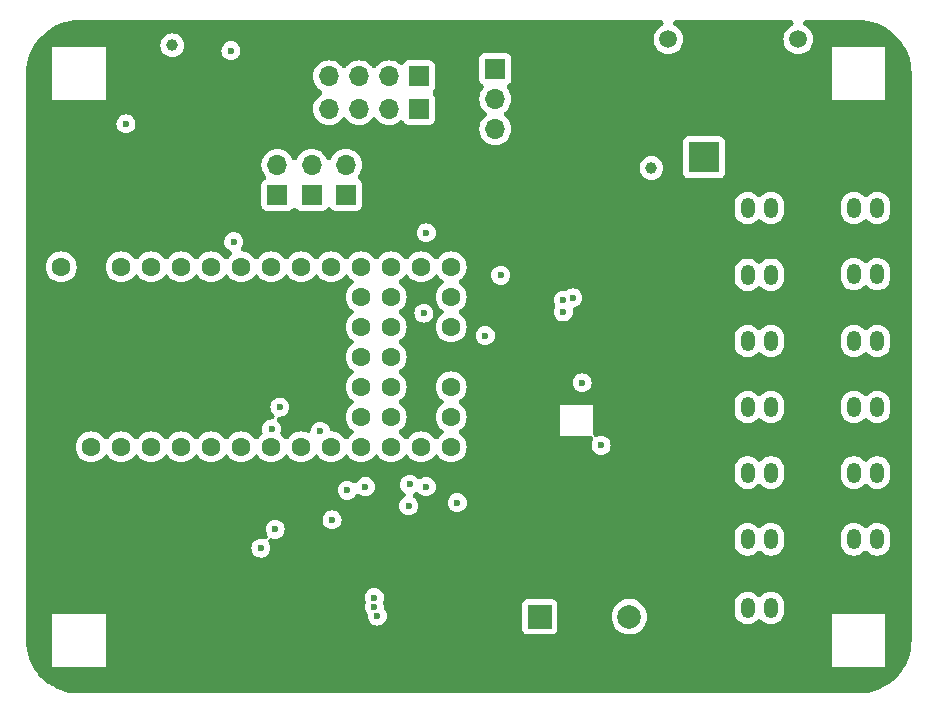
<source format=gbr>
%TF.GenerationSoftware,KiCad,Pcbnew,8.0.8*%
%TF.CreationDate,2025-01-26T21:38:22+07:00*%
%TF.ProjectId,Teensy4.0,5465656e-7379-4342-9e30-2e6b69636164,rev?*%
%TF.SameCoordinates,Original*%
%TF.FileFunction,Copper,L3,Inr*%
%TF.FilePolarity,Positive*%
%FSLAX46Y46*%
G04 Gerber Fmt 4.6, Leading zero omitted, Abs format (unit mm)*
G04 Created by KiCad (PCBNEW 8.0.8) date 2025-01-26 21:38:22*
%MOMM*%
%LPD*%
G01*
G04 APERTURE LIST*
G04 Aperture macros list*
%AMRoundRect*
0 Rectangle with rounded corners*
0 $1 Rounding radius*
0 $2 $3 $4 $5 $6 $7 $8 $9 X,Y pos of 4 corners*
0 Add a 4 corners polygon primitive as box body*
4,1,4,$2,$3,$4,$5,$6,$7,$8,$9,$2,$3,0*
0 Add four circle primitives for the rounded corners*
1,1,$1+$1,$2,$3*
1,1,$1+$1,$4,$5*
1,1,$1+$1,$6,$7*
1,1,$1+$1,$8,$9*
0 Add four rect primitives between the rounded corners*
20,1,$1+$1,$2,$3,$4,$5,0*
20,1,$1+$1,$4,$5,$6,$7,0*
20,1,$1+$1,$6,$7,$8,$9,0*
20,1,$1+$1,$8,$9,$2,$3,0*%
G04 Aperture macros list end*
%TA.AperFunction,ComponentPad*%
%ADD10C,1.600000*%
%TD*%
%TA.AperFunction,ComponentPad*%
%ADD11RoundRect,0.250000X-0.350000X-0.625000X0.350000X-0.625000X0.350000X0.625000X-0.350000X0.625000X0*%
%TD*%
%TA.AperFunction,ComponentPad*%
%ADD12O,1.200000X1.750000*%
%TD*%
%TA.AperFunction,ComponentPad*%
%ADD13R,2.000000X2.000000*%
%TD*%
%TA.AperFunction,ComponentPad*%
%ADD14C,2.000000*%
%TD*%
%TA.AperFunction,ComponentPad*%
%ADD15R,1.700000X1.700000*%
%TD*%
%TA.AperFunction,ComponentPad*%
%ADD16O,1.700000X1.700000*%
%TD*%
%TA.AperFunction,ComponentPad*%
%ADD17C,2.550000*%
%TD*%
%TA.AperFunction,ComponentPad*%
%ADD18R,2.550000X2.550000*%
%TD*%
%TA.AperFunction,ComponentPad*%
%ADD19C,1.508000*%
%TD*%
%TA.AperFunction,ViaPad*%
%ADD20C,1.000000*%
%TD*%
%TA.AperFunction,ViaPad*%
%ADD21C,0.600000*%
%TD*%
G04 APERTURE END LIST*
D10*
%TO.N,GND*%
%TO.C,U1*%
X107490000Y-105620000D03*
%TO.N,/servo_rx*%
X110030000Y-105620000D03*
%TO.N,/servo_tx*%
X112570000Y-105620000D03*
%TO.N,/servo_dir*%
X115110000Y-105620000D03*
%TO.N,/button*%
X117650000Y-105620000D03*
%TO.N,/buzzer*%
X120190000Y-105620000D03*
%TO.N,unconnected-(U1-5_IN2-Pad7)*%
X122730000Y-105620000D03*
%TO.N,/LORA_IRQ*%
X125270000Y-105620000D03*
%TO.N,/serial_rx2*%
X127810000Y-105620000D03*
%TO.N,/serial_tx2*%
X130350000Y-105620000D03*
%TO.N,/LORA_CE*%
X132890000Y-105620000D03*
%TO.N,/LORA_CSN*%
X135430000Y-105620000D03*
%TO.N,/LORA_MOSI*%
X137970000Y-105620000D03*
%TO.N,/LORA_MISO*%
X140510000Y-105620000D03*
%TO.N,unconnected-(U1-VBAT-Pad15)*%
X140510000Y-103080000D03*
%TO.N,unconnected-(U1-3V3-Pad16)*%
X140510000Y-100540000D03*
%TO.N,GND*%
X140510000Y-98000000D03*
%TO.N,unconnected-(U1-PROGRAM-Pad18)*%
X140510000Y-95460000D03*
%TO.N,unconnected-(U1-ON_OFF-Pad19)*%
X140510000Y-92920000D03*
%TO.N,/LORA_SCK*%
X140510000Y-90380000D03*
%TO.N,/serial_tx3*%
X137970000Y-90380000D03*
%TO.N,/serial_rx3*%
X135430000Y-90380000D03*
%TO.N,/serial_rx4*%
X132890000Y-90380000D03*
%TO.N,/serial_tx4*%
X130350000Y-90380000D03*
%TO.N,/SDA*%
X127810000Y-90380000D03*
%TO.N,/SCL*%
X125270000Y-90380000D03*
%TO.N,/ICM_INT*%
X122730000Y-90380000D03*
%TO.N,unconnected-(U1-21_A7_RX5_BCLK1-Pad28)*%
X120190000Y-90380000D03*
%TO.N,unconnected-(U1-22_A8_CTX1-Pad29)*%
X117650000Y-90380000D03*
%TO.N,unconnected-(U1-23_A9_CRX1_MCLK1-Pad30)*%
X115110000Y-90380000D03*
%TO.N,+3V3*%
X112570000Y-90380000D03*
%TO.N,GND*%
X110030000Y-90380000D03*
%TO.N,+5V*%
X107490000Y-90380000D03*
%TO.N,Net-(J1-Pin_1)*%
X135430000Y-92920000D03*
%TO.N,Net-(J1-Pin_2)*%
X132890000Y-92920000D03*
%TO.N,Net-(J1-Pin_3)*%
X135430000Y-95460000D03*
%TO.N,Net-(J1-Pin_4)*%
X132890000Y-95460000D03*
%TO.N,Net-(J2-Pin_1)*%
X135430000Y-98000000D03*
%TO.N,Net-(J2-Pin_2)*%
X132890000Y-98000000D03*
%TO.N,Net-(J2-Pin_3)*%
X135430000Y-100540000D03*
%TO.N,Net-(J2-Pin_4)*%
X132890000Y-100540000D03*
%TO.N,unconnected-(U1-32_OUT1B-Pad43)*%
X135430000Y-103080000D03*
%TO.N,unconnected-(U1-33_MCLK2-Pad44)*%
X132890000Y-103080000D03*
%TD*%
D11*
%TO.N,GND*%
%TO.C,servo1*%
X172600000Y-102250000D03*
D12*
%TO.N,VCC*%
X174600000Y-102250000D03*
%TO.N,Net-(IC2-A2)*%
X176600000Y-102250000D03*
%TD*%
D13*
%TO.N,+5V*%
%TO.C,BZ1*%
X148000000Y-120000000D03*
D14*
%TO.N,Net-(BZ1--)*%
X155600000Y-120000000D03*
%TD*%
D15*
%TO.N,Net-(J1-Pin_1)*%
%TO.C,J1*%
X137790000Y-74250000D03*
D16*
%TO.N,Net-(J1-Pin_2)*%
X135250000Y-74250000D03*
%TO.N,Net-(J1-Pin_3)*%
X132710000Y-74250000D03*
%TO.N,Net-(J1-Pin_4)*%
X130170000Y-74250000D03*
%TD*%
D11*
%TO.N,GND*%
%TO.C,servo13*%
X172600000Y-96650000D03*
D12*
%TO.N,VCC*%
X174600000Y-96650000D03*
%TO.N,Net-(IC2-A2)*%
X176600000Y-96650000D03*
%TD*%
D11*
%TO.N,GND*%
%TO.C,servo11*%
X172600000Y-85400000D03*
D12*
%TO.N,VCC*%
X174600000Y-85400000D03*
%TO.N,Net-(IC2-A2)*%
X176600000Y-85400000D03*
%TD*%
D11*
%TO.N,GND*%
%TO.C,servo5*%
X163600000Y-107800000D03*
D12*
%TO.N,VCC*%
X165600000Y-107800000D03*
%TO.N,Net-(IC2-A2)*%
X167600000Y-107800000D03*
%TD*%
D11*
%TO.N,GND*%
%TO.C,servo4*%
X163600000Y-119250000D03*
D12*
%TO.N,VCC*%
X165600000Y-119250000D03*
%TO.N,Net-(IC2-A2)*%
X167600000Y-119250000D03*
%TD*%
D15*
%TO.N,+5V*%
%TO.C,5V*%
X144250000Y-73630000D03*
D16*
X144250000Y-76170000D03*
X144250000Y-78710000D03*
%TD*%
D11*
%TO.N,GND*%
%TO.C,servo2*%
X163600000Y-113450000D03*
D12*
%TO.N,VCC*%
X165600000Y-113450000D03*
%TO.N,Net-(IC2-A2)*%
X167600000Y-113450000D03*
%TD*%
D15*
%TO.N,/serial_rx4*%
%TO.C,S4*%
X125800000Y-84300000D03*
D16*
%TO.N,/serial_tx4*%
X125800000Y-81760000D03*
%TD*%
D11*
%TO.N,GND*%
%TO.C,servo10*%
X163600000Y-102250000D03*
D12*
%TO.N,VCC*%
X165600000Y-102250000D03*
%TO.N,Net-(IC2-A2)*%
X167600000Y-102250000D03*
%TD*%
D15*
%TO.N,/serial_rx2*%
%TO.C,S2*%
X131600000Y-84275000D03*
D16*
%TO.N,/serial_tx2*%
X131600000Y-81735000D03*
%TD*%
D11*
%TO.N,GND*%
%TO.C,servo3*%
X163600000Y-96650000D03*
D12*
%TO.N,VCC*%
X165600000Y-96650000D03*
%TO.N,Net-(IC2-A2)*%
X167600000Y-96650000D03*
%TD*%
D11*
%TO.N,GND*%
%TO.C,servo9*%
X172600000Y-91000000D03*
D12*
%TO.N,VCC*%
X174600000Y-91000000D03*
%TO.N,Net-(IC2-A2)*%
X176600000Y-91000000D03*
%TD*%
D15*
%TO.N,Net-(J2-Pin_1)*%
%TO.C,J2*%
X137790000Y-77000000D03*
D16*
%TO.N,Net-(J2-Pin_2)*%
X135250000Y-77000000D03*
%TO.N,Net-(J2-Pin_3)*%
X132710000Y-77000000D03*
%TO.N,Net-(J2-Pin_4)*%
X130170000Y-77000000D03*
%TD*%
D15*
%TO.N,/serial_rx3*%
%TO.C,S3*%
X128700000Y-84300000D03*
D16*
%TO.N,/serial_tx3*%
X128700000Y-81760000D03*
%TD*%
D17*
%TO.N,GND*%
%TO.C,Main Power*%
X166900000Y-81105750D03*
D18*
%TO.N,VCC*%
X161900000Y-81105750D03*
D19*
%TO.N,N/C*%
X169900000Y-71105750D03*
X158900000Y-71105750D03*
%TD*%
D11*
%TO.N,GND*%
%TO.C,servo12*%
X163600000Y-91050000D03*
D12*
%TO.N,VCC*%
X165600000Y-91050000D03*
%TO.N,Net-(IC2-A2)*%
X167600000Y-91050000D03*
%TD*%
D11*
%TO.N,GND*%
%TO.C,servo8*%
X172600000Y-113450000D03*
D12*
%TO.N,VCC*%
X174600000Y-113450000D03*
%TO.N,Net-(IC2-A2)*%
X176600000Y-113450000D03*
%TD*%
D11*
%TO.N,GND*%
%TO.C,servo6*%
X163600000Y-85400000D03*
D12*
%TO.N,VCC*%
X165600000Y-85400000D03*
%TO.N,Net-(IC2-A2)*%
X167600000Y-85400000D03*
%TD*%
D11*
%TO.N,GND*%
%TO.C,servo7*%
X172600000Y-107800000D03*
D12*
%TO.N,VCC*%
X174600000Y-107800000D03*
%TO.N,Net-(IC2-A2)*%
X176600000Y-107800000D03*
%TD*%
D15*
%TO.N,GND*%
%TO.C,GND*%
X141500000Y-73670000D03*
D16*
X141500000Y-76210000D03*
X141500000Y-78750000D03*
%TD*%
D20*
%TO.N,+5V*%
X157461715Y-82005718D03*
D21*
X141025000Y-110350000D03*
X121864000Y-72080000D03*
D20*
X116900000Y-71625002D03*
D21*
X112973718Y-78273718D03*
D20*
%TO.N,GND*%
X169750000Y-74500000D03*
D21*
X122000000Y-80500000D03*
X148800000Y-94200000D03*
X143250000Y-110750000D03*
X138000000Y-97250000D03*
X142500000Y-83500000D03*
D20*
X120586890Y-75413110D03*
X112268000Y-82042000D03*
D21*
X131000000Y-108050000D03*
D20*
X138587499Y-119031000D03*
X149000000Y-88500000D03*
D21*
X107500000Y-108000000D03*
X154900000Y-112100000D03*
D20*
X151178000Y-97422000D03*
X120750000Y-102250000D03*
X112500000Y-71000000D03*
X111000000Y-116750000D03*
X158800000Y-91400000D03*
X136500000Y-124000000D03*
X167300000Y-125100000D03*
D21*
X122936000Y-72644000D03*
D20*
X106500000Y-78000000D03*
X175100000Y-80800000D03*
D21*
X134400000Y-113000000D03*
X114500000Y-79750000D03*
D20*
X149000000Y-84000000D03*
D21*
X135600500Y-120762000D03*
D20*
X107000000Y-100750000D03*
X146100000Y-106700000D03*
D21*
X108966000Y-104140000D03*
D20*
X147500000Y-77500000D03*
D21*
X148500000Y-101750000D03*
D20*
X112400000Y-125800000D03*
X159900000Y-105300000D03*
X110200000Y-109000000D03*
X178250000Y-77750000D03*
D21*
X158000000Y-101500000D03*
X116200000Y-110600000D03*
X114400000Y-111400000D03*
X138600000Y-117200000D03*
X138750000Y-100500000D03*
X142800000Y-115200000D03*
X121000000Y-81250000D03*
D20*
X151900000Y-119000000D03*
X105250000Y-119000000D03*
X145500000Y-92500000D03*
X155900000Y-70800000D03*
X107700000Y-95100000D03*
X126492000Y-75692000D03*
D21*
X149250000Y-112250000D03*
X120211218Y-71625002D03*
D20*
X178500000Y-118000000D03*
X164400000Y-72900000D03*
X159000000Y-123000000D03*
D21*
X121250000Y-78000000D03*
X110490000Y-88392000D03*
D20*
X118200000Y-78700000D03*
X159000000Y-116200000D03*
D21*
%TO.N,+3V3*%
X138400000Y-109000000D03*
X136906000Y-110600000D03*
%TO.N,+1V8*%
X143400000Y-96200000D03*
X144700000Y-91100000D03*
%TO.N,Net-(J2-Pin_1)*%
X138400000Y-87500000D03*
X138200000Y-94300000D03*
%TO.N,/SDA*%
X150000000Y-94200000D03*
%TO.N,/SCL*%
X150000000Y-93200000D03*
%TO.N,/buzzer*%
X129422527Y-104303287D03*
X125302818Y-104097182D03*
X137000000Y-108800000D03*
%TO.N,/serial_rx2*%
X122100000Y-88250000D03*
%TO.N,/LORA_CSN*%
X133250000Y-109000000D03*
X130424265Y-111800000D03*
%TO.N,/servo_tx*%
X134000000Y-119181250D03*
%TO.N,/LORA_SCK*%
X126000000Y-102250000D03*
%TO.N,/servo_dir*%
X134000000Y-118381247D03*
%TO.N,/servo_rx*%
X134255515Y-119944485D03*
%TO.N,/LORA_CE*%
X124400000Y-114200000D03*
X131700000Y-109300000D03*
%TO.N,/LORA_IRQ*%
X125600000Y-112600000D03*
%TO.N,/ICM_INT*%
X150800000Y-93000000D03*
%TO.N,/INT_1V8*%
X153200000Y-105500000D03*
X151600000Y-100200000D03*
%TD*%
%TA.AperFunction,Conductor*%
%TO.N,GND*%
G36*
X158346193Y-69519454D02*
G01*
X158426975Y-69573430D01*
X158480951Y-69654212D01*
X158499905Y-69749500D01*
X158480951Y-69844788D01*
X158426975Y-69925570D01*
X158356138Y-69975169D01*
X158270354Y-70015171D01*
X158270349Y-70015174D01*
X158090544Y-70141075D01*
X157935325Y-70296294D01*
X157809424Y-70476099D01*
X157809423Y-70476100D01*
X157716650Y-70675053D01*
X157716649Y-70675056D01*
X157659841Y-70887066D01*
X157659839Y-70887072D01*
X157659839Y-70887076D01*
X157640708Y-71105750D01*
X157657232Y-71294630D01*
X157659839Y-71324421D01*
X157659841Y-71324433D01*
X157716649Y-71536443D01*
X157716650Y-71536446D01*
X157716652Y-71536451D01*
X157716653Y-71536453D01*
X157809421Y-71735396D01*
X157935326Y-71915207D01*
X158090543Y-72070424D01*
X158270354Y-72196329D01*
X158469297Y-72289097D01*
X158469301Y-72289098D01*
X158469303Y-72289099D01*
X158469306Y-72289100D01*
X158606563Y-72325878D01*
X158681326Y-72345911D01*
X158900000Y-72365042D01*
X159118674Y-72345911D01*
X159255940Y-72309129D01*
X159330693Y-72289100D01*
X159330696Y-72289099D01*
X159330696Y-72289098D01*
X159330703Y-72289097D01*
X159529646Y-72196329D01*
X159709457Y-72070424D01*
X159864674Y-71915207D01*
X159990579Y-71735396D01*
X160083347Y-71536453D01*
X160140161Y-71324424D01*
X160159292Y-71105750D01*
X160140161Y-70887076D01*
X160113905Y-70789090D01*
X160083350Y-70675056D01*
X160083349Y-70675053D01*
X160083348Y-70675051D01*
X160083347Y-70675047D01*
X159990579Y-70476104D01*
X159864674Y-70296293D01*
X159709457Y-70141076D01*
X159529646Y-70015171D01*
X159443862Y-69975169D01*
X159365513Y-69917722D01*
X159315112Y-69834664D01*
X159300332Y-69738639D01*
X159323424Y-69644269D01*
X159380873Y-69565918D01*
X159463931Y-69515517D01*
X159549095Y-69500500D01*
X169250905Y-69500500D01*
X169346193Y-69519454D01*
X169426975Y-69573430D01*
X169480951Y-69654212D01*
X169499905Y-69749500D01*
X169480951Y-69844788D01*
X169426975Y-69925570D01*
X169356138Y-69975169D01*
X169270354Y-70015171D01*
X169270349Y-70015174D01*
X169090544Y-70141075D01*
X168935325Y-70296294D01*
X168809424Y-70476099D01*
X168809423Y-70476100D01*
X168716650Y-70675053D01*
X168716649Y-70675056D01*
X168659841Y-70887066D01*
X168659839Y-70887072D01*
X168659839Y-70887076D01*
X168640708Y-71105750D01*
X168657232Y-71294630D01*
X168659839Y-71324421D01*
X168659841Y-71324433D01*
X168716649Y-71536443D01*
X168716650Y-71536446D01*
X168716652Y-71536451D01*
X168716653Y-71536453D01*
X168809421Y-71735396D01*
X168935326Y-71915207D01*
X169090543Y-72070424D01*
X169270354Y-72196329D01*
X169469297Y-72289097D01*
X169469301Y-72289098D01*
X169469303Y-72289099D01*
X169469306Y-72289100D01*
X169606563Y-72325878D01*
X169681326Y-72345911D01*
X169900000Y-72365042D01*
X170118674Y-72345911D01*
X170255940Y-72309129D01*
X170330693Y-72289100D01*
X170330696Y-72289099D01*
X170330696Y-72289098D01*
X170330703Y-72289097D01*
X170529646Y-72196329D01*
X170709457Y-72070424D01*
X170864674Y-71915207D01*
X170990579Y-71735396D01*
X171083347Y-71536453D01*
X171140161Y-71324424D01*
X171159292Y-71105750D01*
X171140161Y-70887076D01*
X171113905Y-70789090D01*
X171083350Y-70675056D01*
X171083349Y-70675053D01*
X171083348Y-70675051D01*
X171083347Y-70675047D01*
X170990579Y-70476104D01*
X170864674Y-70296293D01*
X170709457Y-70141076D01*
X170529646Y-70015171D01*
X170443862Y-69975169D01*
X170365513Y-69917722D01*
X170315112Y-69834664D01*
X170300332Y-69738639D01*
X170323424Y-69644269D01*
X170380873Y-69565918D01*
X170463931Y-69515517D01*
X170549095Y-69500500D01*
X174934108Y-69500500D01*
X174994567Y-69500500D01*
X175005428Y-69500737D01*
X175381306Y-69517148D01*
X175402917Y-69519038D01*
X175758999Y-69565918D01*
X175770552Y-69567439D01*
X175791943Y-69571211D01*
X175857737Y-69585797D01*
X176153956Y-69651467D01*
X176174908Y-69657081D01*
X176528566Y-69768588D01*
X176548954Y-69776009D01*
X176891534Y-69917910D01*
X176911208Y-69927085D01*
X177240111Y-70098302D01*
X177258918Y-70109160D01*
X177571643Y-70308386D01*
X177589424Y-70320837D01*
X177791767Y-70476100D01*
X177883600Y-70546566D01*
X177900240Y-70560529D01*
X178173611Y-70811028D01*
X178188971Y-70826388D01*
X178439470Y-71099759D01*
X178453431Y-71116397D01*
X178590194Y-71294630D01*
X178679157Y-71410568D01*
X178691617Y-71428363D01*
X178890837Y-71741077D01*
X178901697Y-71759888D01*
X179072914Y-72088791D01*
X179082093Y-72108476D01*
X179155588Y-72285908D01*
X179223985Y-72451032D01*
X179231415Y-72471445D01*
X179342914Y-72825076D01*
X179348536Y-72846058D01*
X179428788Y-73208056D01*
X179432560Y-73229447D01*
X179480959Y-73597066D01*
X179482852Y-73618706D01*
X179499263Y-73994570D01*
X179499500Y-74005432D01*
X179499500Y-121994567D01*
X179499263Y-122005429D01*
X179482852Y-122381293D01*
X179480959Y-122402933D01*
X179432560Y-122770552D01*
X179428788Y-122791943D01*
X179348536Y-123153941D01*
X179342914Y-123174923D01*
X179231415Y-123528554D01*
X179223985Y-123548967D01*
X179082095Y-123891520D01*
X179072914Y-123911208D01*
X178901697Y-124240111D01*
X178890837Y-124258922D01*
X178691617Y-124571636D01*
X178679157Y-124589431D01*
X178453433Y-124883600D01*
X178439470Y-124900240D01*
X178188971Y-125173611D01*
X178173611Y-125188971D01*
X177900240Y-125439470D01*
X177883600Y-125453433D01*
X177589431Y-125679157D01*
X177571636Y-125691617D01*
X177258922Y-125890837D01*
X177240111Y-125901697D01*
X176911208Y-126072914D01*
X176891520Y-126082095D01*
X176548967Y-126223985D01*
X176528554Y-126231415D01*
X176174923Y-126342914D01*
X176153941Y-126348536D01*
X175791943Y-126428788D01*
X175770552Y-126432560D01*
X175402933Y-126480959D01*
X175381293Y-126482852D01*
X175042023Y-126497665D01*
X175005427Y-126499263D01*
X174994567Y-126499500D01*
X109005433Y-126499500D01*
X108994572Y-126499263D01*
X108618707Y-126482852D01*
X108597066Y-126480959D01*
X108229447Y-126432560D01*
X108208056Y-126428788D01*
X107846058Y-126348536D01*
X107825076Y-126342914D01*
X107471445Y-126231415D01*
X107451032Y-126223985D01*
X107108479Y-126082095D01*
X107088791Y-126072914D01*
X106759888Y-125901697D01*
X106741077Y-125890837D01*
X106428363Y-125691617D01*
X106410568Y-125679157D01*
X106116399Y-125453433D01*
X106099759Y-125439470D01*
X105826388Y-125188971D01*
X105811028Y-125173611D01*
X105560529Y-124900240D01*
X105546566Y-124883600D01*
X105320842Y-124589431D01*
X105308382Y-124571636D01*
X105109162Y-124258922D01*
X105104011Y-124250000D01*
X106750000Y-124250000D01*
X106750001Y-124250000D01*
X111249999Y-124250000D01*
X111250000Y-124250000D01*
X172750000Y-124250000D01*
X172750001Y-124250000D01*
X177249999Y-124250000D01*
X177250000Y-124250000D01*
X177250000Y-119750000D01*
X172750000Y-119750000D01*
X172750000Y-124250000D01*
X111250000Y-124250000D01*
X111250000Y-119750000D01*
X106750000Y-119750000D01*
X106750000Y-124250000D01*
X105104011Y-124250000D01*
X105098302Y-124240111D01*
X104927085Y-123911208D01*
X104917910Y-123891534D01*
X104776009Y-123548954D01*
X104768588Y-123528566D01*
X104657081Y-123174908D01*
X104651467Y-123153956D01*
X104571211Y-122791943D01*
X104567439Y-122770552D01*
X104555643Y-122680953D01*
X104519038Y-122402917D01*
X104517148Y-122381306D01*
X104500737Y-122005428D01*
X104500500Y-121994567D01*
X104500500Y-118381243D01*
X133194435Y-118381243D01*
X133194435Y-118381250D01*
X133214630Y-118560492D01*
X133214632Y-118560503D01*
X133263097Y-118699008D01*
X133276678Y-118795209D01*
X133263098Y-118863484D01*
X133214632Y-119001994D01*
X133214630Y-119002004D01*
X133194435Y-119181246D01*
X133194435Y-119181253D01*
X133214630Y-119360495D01*
X133214631Y-119360501D01*
X133214632Y-119360505D01*
X133274211Y-119530772D01*
X133274212Y-119530773D01*
X133274214Y-119530779D01*
X133370180Y-119683507D01*
X133370182Y-119683509D01*
X133370184Y-119683512D01*
X133383511Y-119696839D01*
X133437485Y-119777618D01*
X133456439Y-119872906D01*
X133454874Y-119900780D01*
X133449951Y-119944481D01*
X133449950Y-119944488D01*
X133470145Y-120123730D01*
X133470146Y-120123736D01*
X133470147Y-120123740D01*
X133529726Y-120294007D01*
X133529727Y-120294008D01*
X133529729Y-120294014D01*
X133625695Y-120446742D01*
X133625697Y-120446744D01*
X133625699Y-120446747D01*
X133753253Y-120574301D01*
X133753255Y-120574302D01*
X133753257Y-120574304D01*
X133905985Y-120670270D01*
X133905988Y-120670271D01*
X133905993Y-120670274D01*
X134076260Y-120729853D01*
X134076269Y-120729854D01*
X134255511Y-120750050D01*
X134255515Y-120750050D01*
X134255519Y-120750050D01*
X134395423Y-120734286D01*
X134434770Y-120729853D01*
X134605037Y-120670274D01*
X134605042Y-120670270D01*
X134605044Y-120670270D01*
X134757772Y-120574304D01*
X134757771Y-120574304D01*
X134757777Y-120574301D01*
X134885331Y-120446747D01*
X134981304Y-120294007D01*
X135040883Y-120123740D01*
X135056352Y-119986448D01*
X135061080Y-119944488D01*
X135061080Y-119944481D01*
X135040884Y-119765239D01*
X135040883Y-119765230D01*
X134981304Y-119594963D01*
X134981301Y-119594958D01*
X134981300Y-119594955D01*
X134885334Y-119442227D01*
X134885332Y-119442225D01*
X134885331Y-119442223D01*
X134872002Y-119428894D01*
X134818029Y-119348116D01*
X134799075Y-119252828D01*
X134800640Y-119224955D01*
X134805565Y-119181250D01*
X134785368Y-119001995D01*
X134767917Y-118952123D01*
X146499500Y-118952123D01*
X146499500Y-121047865D01*
X146499500Y-121047868D01*
X146499501Y-121047872D01*
X146501567Y-121067093D01*
X146505908Y-121107480D01*
X146505909Y-121107484D01*
X146556203Y-121242329D01*
X146556204Y-121242331D01*
X146642454Y-121357546D01*
X146757669Y-121443796D01*
X146892517Y-121494091D01*
X146952127Y-121500500D01*
X149047872Y-121500499D01*
X149107483Y-121494091D01*
X149242331Y-121443796D01*
X149357546Y-121357546D01*
X149443796Y-121242331D01*
X149494091Y-121107483D01*
X149500500Y-121047873D01*
X149500499Y-120000000D01*
X154094357Y-120000000D01*
X154114892Y-120247823D01*
X154114894Y-120247831D01*
X154170201Y-120466232D01*
X154175937Y-120488881D01*
X154200498Y-120544875D01*
X154255502Y-120670272D01*
X154275827Y-120716607D01*
X154284481Y-120729853D01*
X154411830Y-120924778D01*
X154411836Y-120924785D01*
X154580248Y-121107730D01*
X154580252Y-121107733D01*
X154580256Y-121107738D01*
X154580260Y-121107741D01*
X154580261Y-121107742D01*
X154776485Y-121260470D01*
X154776487Y-121260471D01*
X154776491Y-121260474D01*
X154995190Y-121378828D01*
X155064736Y-121402703D01*
X155230378Y-121459569D01*
X155230382Y-121459569D01*
X155230386Y-121459571D01*
X155475665Y-121500500D01*
X155724335Y-121500500D01*
X155969614Y-121459571D01*
X155969618Y-121459569D01*
X155969621Y-121459569D01*
X156059077Y-121428858D01*
X156204810Y-121378828D01*
X156423509Y-121260474D01*
X156619744Y-121107738D01*
X156788164Y-120924785D01*
X156924173Y-120716607D01*
X157024063Y-120488881D01*
X157085108Y-120247821D01*
X157105643Y-120000000D01*
X157085108Y-119752179D01*
X157024063Y-119511119D01*
X156924173Y-119283393D01*
X156857437Y-119181246D01*
X156788169Y-119075221D01*
X156788163Y-119075214D01*
X156619751Y-118892269D01*
X156619747Y-118892265D01*
X156619744Y-118892262D01*
X156619738Y-118892257D01*
X156614774Y-118888393D01*
X164499500Y-118888393D01*
X164499500Y-119611606D01*
X164499501Y-119611621D01*
X164526597Y-119782697D01*
X164580124Y-119947437D01*
X164580126Y-119947443D01*
X164658770Y-120101792D01*
X164760581Y-120241922D01*
X164760583Y-120241924D01*
X164760586Y-120241928D01*
X164883072Y-120364414D01*
X164883075Y-120364416D01*
X164883077Y-120364418D01*
X165023207Y-120466229D01*
X165023209Y-120466230D01*
X165023212Y-120466232D01*
X165177555Y-120544873D01*
X165342299Y-120598402D01*
X165513389Y-120625500D01*
X165513393Y-120625500D01*
X165686607Y-120625500D01*
X165686611Y-120625500D01*
X165857701Y-120598402D01*
X166022445Y-120544873D01*
X166176788Y-120466232D01*
X166316928Y-120364414D01*
X166423933Y-120257408D01*
X166504712Y-120203435D01*
X166600000Y-120184481D01*
X166695288Y-120203435D01*
X166776066Y-120257408D01*
X166883072Y-120364414D01*
X166883075Y-120364416D01*
X166883077Y-120364418D01*
X167023207Y-120466229D01*
X167023209Y-120466230D01*
X167023212Y-120466232D01*
X167177555Y-120544873D01*
X167342299Y-120598402D01*
X167513389Y-120625500D01*
X167513393Y-120625500D01*
X167686607Y-120625500D01*
X167686611Y-120625500D01*
X167857701Y-120598402D01*
X168022445Y-120544873D01*
X168176788Y-120466232D01*
X168316928Y-120364414D01*
X168439414Y-120241928D01*
X168541232Y-120101788D01*
X168619873Y-119947445D01*
X168673402Y-119782701D01*
X168700500Y-119611611D01*
X168700500Y-118888389D01*
X168673402Y-118717299D01*
X168619873Y-118552555D01*
X168541232Y-118398212D01*
X168541230Y-118398209D01*
X168541229Y-118398207D01*
X168439418Y-118258077D01*
X168439416Y-118258075D01*
X168439414Y-118258072D01*
X168316928Y-118135586D01*
X168316924Y-118135583D01*
X168316922Y-118135581D01*
X168176792Y-118033770D01*
X168022443Y-117955126D01*
X168022437Y-117955124D01*
X167928195Y-117924503D01*
X167857701Y-117901598D01*
X167857699Y-117901597D01*
X167857697Y-117901597D01*
X167686621Y-117874501D01*
X167686614Y-117874500D01*
X167686611Y-117874500D01*
X167513389Y-117874500D01*
X167513386Y-117874500D01*
X167513378Y-117874501D01*
X167342302Y-117901597D01*
X167177562Y-117955124D01*
X167177556Y-117955126D01*
X167023207Y-118033770D01*
X166883077Y-118135581D01*
X166883072Y-118135585D01*
X166883072Y-118135586D01*
X166776066Y-118242591D01*
X166695288Y-118296565D01*
X166600000Y-118315519D01*
X166504712Y-118296565D01*
X166423933Y-118242591D01*
X166316928Y-118135586D01*
X166316924Y-118135583D01*
X166316922Y-118135581D01*
X166176792Y-118033770D01*
X166022443Y-117955126D01*
X166022437Y-117955124D01*
X165928195Y-117924503D01*
X165857701Y-117901598D01*
X165857699Y-117901597D01*
X165857697Y-117901597D01*
X165686621Y-117874501D01*
X165686614Y-117874500D01*
X165686611Y-117874500D01*
X165513389Y-117874500D01*
X165513386Y-117874500D01*
X165513378Y-117874501D01*
X165342302Y-117901597D01*
X165177562Y-117955124D01*
X165177556Y-117955126D01*
X165023207Y-118033770D01*
X164883077Y-118135581D01*
X164760581Y-118258077D01*
X164658770Y-118398207D01*
X164580126Y-118552556D01*
X164580124Y-118552562D01*
X164526597Y-118717302D01*
X164499501Y-118888378D01*
X164499500Y-118888393D01*
X156614774Y-118888393D01*
X156423514Y-118739529D01*
X156423510Y-118739526D01*
X156423509Y-118739526D01*
X156244136Y-118642454D01*
X156204811Y-118621172D01*
X155969621Y-118540430D01*
X155969610Y-118540428D01*
X155724335Y-118499500D01*
X155475665Y-118499500D01*
X155230389Y-118540428D01*
X155230378Y-118540430D01*
X154995188Y-118621172D01*
X154776485Y-118739529D01*
X154580261Y-118892257D01*
X154580248Y-118892269D01*
X154411836Y-119075214D01*
X154411830Y-119075221D01*
X154275828Y-119283391D01*
X154275825Y-119283396D01*
X154175936Y-119511121D01*
X154175935Y-119511125D01*
X154114894Y-119752168D01*
X154114892Y-119752176D01*
X154094357Y-120000000D01*
X149500499Y-120000000D01*
X149500499Y-118952128D01*
X149494091Y-118892517D01*
X149443796Y-118757669D01*
X149357546Y-118642454D01*
X149242331Y-118556204D01*
X149162117Y-118526286D01*
X149107481Y-118505908D01*
X149047873Y-118499500D01*
X146952134Y-118499500D01*
X146952130Y-118499500D01*
X146952128Y-118499501D01*
X146939314Y-118500878D01*
X146892519Y-118505908D01*
X146892515Y-118505909D01*
X146757670Y-118556203D01*
X146642455Y-118642453D01*
X146642453Y-118642455D01*
X146556204Y-118757669D01*
X146505908Y-118892518D01*
X146499500Y-118952123D01*
X134767917Y-118952123D01*
X134736899Y-118863481D01*
X134723320Y-118767288D01*
X134736900Y-118699013D01*
X134785368Y-118560502D01*
X134805565Y-118381247D01*
X134798159Y-118315519D01*
X134785369Y-118202001D01*
X134785368Y-118201992D01*
X134725789Y-118031725D01*
X134725786Y-118031720D01*
X134725785Y-118031717D01*
X134629819Y-117878989D01*
X134629817Y-117878987D01*
X134629816Y-117878985D01*
X134502262Y-117751431D01*
X134502259Y-117751429D01*
X134502257Y-117751427D01*
X134349529Y-117655461D01*
X134349524Y-117655459D01*
X134349522Y-117655458D01*
X134179255Y-117595879D01*
X134179251Y-117595878D01*
X134179245Y-117595877D01*
X134000004Y-117575682D01*
X133999996Y-117575682D01*
X133820754Y-117595877D01*
X133820746Y-117595878D01*
X133820745Y-117595879D01*
X133650478Y-117655458D01*
X133650476Y-117655458D01*
X133650476Y-117655459D01*
X133650470Y-117655461D01*
X133497742Y-117751427D01*
X133370180Y-117878989D01*
X133274214Y-118031717D01*
X133274211Y-118031723D01*
X133274211Y-118031725D01*
X133237869Y-118135586D01*
X133214632Y-118201993D01*
X133214630Y-118202001D01*
X133194435Y-118381243D01*
X104500500Y-118381243D01*
X104500500Y-114199996D01*
X123594435Y-114199996D01*
X123594435Y-114200003D01*
X123614630Y-114379245D01*
X123614631Y-114379251D01*
X123614632Y-114379255D01*
X123674211Y-114549522D01*
X123674212Y-114549523D01*
X123674214Y-114549529D01*
X123770180Y-114702257D01*
X123770182Y-114702259D01*
X123770184Y-114702262D01*
X123897738Y-114829816D01*
X123897740Y-114829817D01*
X123897742Y-114829819D01*
X124050470Y-114925785D01*
X124050473Y-114925786D01*
X124050478Y-114925789D01*
X124220745Y-114985368D01*
X124220754Y-114985369D01*
X124399996Y-115005565D01*
X124400000Y-115005565D01*
X124400004Y-115005565D01*
X124539908Y-114989801D01*
X124579255Y-114985368D01*
X124749522Y-114925789D01*
X124749527Y-114925785D01*
X124749529Y-114925785D01*
X124902257Y-114829819D01*
X124902256Y-114829819D01*
X124902262Y-114829816D01*
X125029816Y-114702262D01*
X125054998Y-114662184D01*
X125125785Y-114549529D01*
X125125785Y-114549527D01*
X125125789Y-114549522D01*
X125185368Y-114379255D01*
X125205565Y-114200000D01*
X125199643Y-114147443D01*
X125185369Y-114020754D01*
X125185368Y-114020745D01*
X125125789Y-113850478D01*
X125125786Y-113850473D01*
X125125785Y-113850470D01*
X125046643Y-113724517D01*
X125011995Y-113633750D01*
X125014720Y-113536633D01*
X125054402Y-113447952D01*
X125125001Y-113381207D01*
X125215768Y-113346559D01*
X125312885Y-113349284D01*
X125339694Y-113357007D01*
X125420745Y-113385368D01*
X125420754Y-113385369D01*
X125599996Y-113405565D01*
X125600000Y-113405565D01*
X125600004Y-113405565D01*
X125739908Y-113389801D01*
X125779255Y-113385368D01*
X125949522Y-113325789D01*
X125949527Y-113325785D01*
X125949529Y-113325785D01*
X126102257Y-113229819D01*
X126102256Y-113229819D01*
X126102262Y-113229816D01*
X126229816Y-113102262D01*
X126238530Y-113088393D01*
X164499500Y-113088393D01*
X164499500Y-113811606D01*
X164499501Y-113811621D01*
X164526597Y-113982697D01*
X164580124Y-114147437D01*
X164580126Y-114147443D01*
X164658770Y-114301792D01*
X164760581Y-114441922D01*
X164760583Y-114441924D01*
X164760586Y-114441928D01*
X164883072Y-114564414D01*
X164883075Y-114564416D01*
X164883077Y-114564418D01*
X165023207Y-114666229D01*
X165023209Y-114666230D01*
X165023212Y-114666232D01*
X165177555Y-114744873D01*
X165342299Y-114798402D01*
X165513389Y-114825500D01*
X165513393Y-114825500D01*
X165686607Y-114825500D01*
X165686611Y-114825500D01*
X165857701Y-114798402D01*
X166022445Y-114744873D01*
X166176788Y-114666232D01*
X166316928Y-114564414D01*
X166423933Y-114457408D01*
X166504712Y-114403435D01*
X166600000Y-114384481D01*
X166695288Y-114403435D01*
X166776066Y-114457408D01*
X166883072Y-114564414D01*
X166883075Y-114564416D01*
X166883077Y-114564418D01*
X167023207Y-114666229D01*
X167023209Y-114666230D01*
X167023212Y-114666232D01*
X167177555Y-114744873D01*
X167342299Y-114798402D01*
X167513389Y-114825500D01*
X167513393Y-114825500D01*
X167686607Y-114825500D01*
X167686611Y-114825500D01*
X167857701Y-114798402D01*
X168022445Y-114744873D01*
X168176788Y-114666232D01*
X168316928Y-114564414D01*
X168439414Y-114441928D01*
X168541232Y-114301788D01*
X168619873Y-114147445D01*
X168673402Y-113982701D01*
X168700500Y-113811611D01*
X168700500Y-113088393D01*
X173499500Y-113088393D01*
X173499500Y-113811606D01*
X173499501Y-113811621D01*
X173526597Y-113982697D01*
X173580124Y-114147437D01*
X173580126Y-114147443D01*
X173658770Y-114301792D01*
X173760581Y-114441922D01*
X173760583Y-114441924D01*
X173760586Y-114441928D01*
X173883072Y-114564414D01*
X173883075Y-114564416D01*
X173883077Y-114564418D01*
X174023207Y-114666229D01*
X174023209Y-114666230D01*
X174023212Y-114666232D01*
X174177555Y-114744873D01*
X174342299Y-114798402D01*
X174513389Y-114825500D01*
X174513393Y-114825500D01*
X174686607Y-114825500D01*
X174686611Y-114825500D01*
X174857701Y-114798402D01*
X175022445Y-114744873D01*
X175176788Y-114666232D01*
X175316928Y-114564414D01*
X175423933Y-114457408D01*
X175504712Y-114403435D01*
X175600000Y-114384481D01*
X175695288Y-114403435D01*
X175776066Y-114457408D01*
X175883072Y-114564414D01*
X175883075Y-114564416D01*
X175883077Y-114564418D01*
X176023207Y-114666229D01*
X176023209Y-114666230D01*
X176023212Y-114666232D01*
X176177555Y-114744873D01*
X176342299Y-114798402D01*
X176513389Y-114825500D01*
X176513393Y-114825500D01*
X176686607Y-114825500D01*
X176686611Y-114825500D01*
X176857701Y-114798402D01*
X177022445Y-114744873D01*
X177176788Y-114666232D01*
X177316928Y-114564414D01*
X177439414Y-114441928D01*
X177541232Y-114301788D01*
X177619873Y-114147445D01*
X177673402Y-113982701D01*
X177700500Y-113811611D01*
X177700500Y-113088389D01*
X177673402Y-112917299D01*
X177619873Y-112752555D01*
X177541232Y-112598212D01*
X177541230Y-112598209D01*
X177541229Y-112598207D01*
X177439418Y-112458077D01*
X177439416Y-112458075D01*
X177439414Y-112458072D01*
X177316928Y-112335586D01*
X177316924Y-112335583D01*
X177316922Y-112335581D01*
X177176792Y-112233770D01*
X177022443Y-112155126D01*
X177022437Y-112155124D01*
X176928195Y-112124503D01*
X176857701Y-112101598D01*
X176857699Y-112101597D01*
X176857697Y-112101597D01*
X176686621Y-112074501D01*
X176686614Y-112074500D01*
X176686611Y-112074500D01*
X176513389Y-112074500D01*
X176513386Y-112074500D01*
X176513378Y-112074501D01*
X176342302Y-112101597D01*
X176177562Y-112155124D01*
X176177556Y-112155126D01*
X176023207Y-112233770D01*
X175883077Y-112335581D01*
X175883072Y-112335585D01*
X175883072Y-112335586D01*
X175776066Y-112442591D01*
X175695288Y-112496565D01*
X175600000Y-112515519D01*
X175504712Y-112496565D01*
X175423933Y-112442591D01*
X175316928Y-112335586D01*
X175316924Y-112335583D01*
X175316922Y-112335581D01*
X175176792Y-112233770D01*
X175022443Y-112155126D01*
X175022437Y-112155124D01*
X174928195Y-112124503D01*
X174857701Y-112101598D01*
X174857699Y-112101597D01*
X174857697Y-112101597D01*
X174686621Y-112074501D01*
X174686614Y-112074500D01*
X174686611Y-112074500D01*
X174513389Y-112074500D01*
X174513386Y-112074500D01*
X174513378Y-112074501D01*
X174342302Y-112101597D01*
X174177562Y-112155124D01*
X174177556Y-112155126D01*
X174023207Y-112233770D01*
X173883077Y-112335581D01*
X173760581Y-112458077D01*
X173658770Y-112598207D01*
X173580126Y-112752556D01*
X173580124Y-112752562D01*
X173526597Y-112917302D01*
X173499501Y-113088378D01*
X173499500Y-113088393D01*
X168700500Y-113088393D01*
X168700500Y-113088389D01*
X168673402Y-112917299D01*
X168619873Y-112752555D01*
X168541232Y-112598212D01*
X168541230Y-112598209D01*
X168541229Y-112598207D01*
X168439418Y-112458077D01*
X168439416Y-112458075D01*
X168439414Y-112458072D01*
X168316928Y-112335586D01*
X168316924Y-112335583D01*
X168316922Y-112335581D01*
X168176792Y-112233770D01*
X168022443Y-112155126D01*
X168022437Y-112155124D01*
X167928195Y-112124503D01*
X167857701Y-112101598D01*
X167857699Y-112101597D01*
X167857697Y-112101597D01*
X167686621Y-112074501D01*
X167686614Y-112074500D01*
X167686611Y-112074500D01*
X167513389Y-112074500D01*
X167513386Y-112074500D01*
X167513378Y-112074501D01*
X167342302Y-112101597D01*
X167177562Y-112155124D01*
X167177556Y-112155126D01*
X167023207Y-112233770D01*
X166883077Y-112335581D01*
X166883072Y-112335585D01*
X166883072Y-112335586D01*
X166776066Y-112442591D01*
X166695288Y-112496565D01*
X166600000Y-112515519D01*
X166504712Y-112496565D01*
X166423933Y-112442591D01*
X166316928Y-112335586D01*
X166316924Y-112335583D01*
X166316922Y-112335581D01*
X166176792Y-112233770D01*
X166022443Y-112155126D01*
X166022437Y-112155124D01*
X165928195Y-112124503D01*
X165857701Y-112101598D01*
X165857699Y-112101597D01*
X165857697Y-112101597D01*
X165686621Y-112074501D01*
X165686614Y-112074500D01*
X165686611Y-112074500D01*
X165513389Y-112074500D01*
X165513386Y-112074500D01*
X165513378Y-112074501D01*
X165342302Y-112101597D01*
X165177562Y-112155124D01*
X165177556Y-112155126D01*
X165023207Y-112233770D01*
X164883077Y-112335581D01*
X164760581Y-112458077D01*
X164658770Y-112598207D01*
X164580126Y-112752556D01*
X164580124Y-112752562D01*
X164526597Y-112917302D01*
X164499501Y-113088378D01*
X164499500Y-113088393D01*
X126238530Y-113088393D01*
X126325789Y-112949522D01*
X126385368Y-112779255D01*
X126405565Y-112600000D01*
X126403916Y-112585369D01*
X126385369Y-112420754D01*
X126385368Y-112420745D01*
X126325789Y-112250478D01*
X126325786Y-112250473D01*
X126325785Y-112250470D01*
X126229819Y-112097742D01*
X126229817Y-112097740D01*
X126229816Y-112097738D01*
X126102262Y-111970184D01*
X126102259Y-111970182D01*
X126102257Y-111970180D01*
X125949529Y-111874214D01*
X125949524Y-111874212D01*
X125949522Y-111874211D01*
X125779255Y-111814632D01*
X125779251Y-111814631D01*
X125779245Y-111814630D01*
X125649361Y-111799996D01*
X129618700Y-111799996D01*
X129618700Y-111800003D01*
X129638895Y-111979245D01*
X129638896Y-111979251D01*
X129638897Y-111979255D01*
X129698476Y-112149522D01*
X129698477Y-112149523D01*
X129698479Y-112149529D01*
X129794445Y-112302257D01*
X129794447Y-112302259D01*
X129794449Y-112302262D01*
X129922003Y-112429816D01*
X129922005Y-112429817D01*
X129922007Y-112429819D01*
X130074735Y-112525785D01*
X130074738Y-112525786D01*
X130074743Y-112525789D01*
X130245010Y-112585368D01*
X130245019Y-112585369D01*
X130424261Y-112605565D01*
X130424265Y-112605565D01*
X130424269Y-112605565D01*
X130564173Y-112589801D01*
X130603520Y-112585368D01*
X130773787Y-112525789D01*
X130773792Y-112525785D01*
X130773794Y-112525785D01*
X130926522Y-112429819D01*
X130926521Y-112429819D01*
X130926527Y-112429816D01*
X131054081Y-112302262D01*
X131086624Y-112250470D01*
X131150050Y-112149529D01*
X131150050Y-112149527D01*
X131150054Y-112149522D01*
X131209633Y-111979255D01*
X131221468Y-111874214D01*
X131229830Y-111800003D01*
X131229830Y-111799996D01*
X131209634Y-111620754D01*
X131209633Y-111620745D01*
X131150054Y-111450478D01*
X131150051Y-111450473D01*
X131150050Y-111450470D01*
X131054084Y-111297742D01*
X131054082Y-111297740D01*
X131054081Y-111297738D01*
X130926527Y-111170184D01*
X130926524Y-111170182D01*
X130926522Y-111170180D01*
X130773794Y-111074214D01*
X130773789Y-111074212D01*
X130773787Y-111074211D01*
X130603520Y-111014632D01*
X130603516Y-111014631D01*
X130603510Y-111014630D01*
X130424269Y-110994435D01*
X130424261Y-110994435D01*
X130245019Y-111014630D01*
X130245011Y-111014631D01*
X130245010Y-111014632D01*
X130074743Y-111074211D01*
X130074741Y-111074211D01*
X130074741Y-111074212D01*
X130074735Y-111074214D01*
X129922007Y-111170180D01*
X129794445Y-111297742D01*
X129698479Y-111450470D01*
X129698477Y-111450476D01*
X129638897Y-111620746D01*
X129638895Y-111620754D01*
X129618700Y-111799996D01*
X125649361Y-111799996D01*
X125600004Y-111794435D01*
X125599996Y-111794435D01*
X125420754Y-111814630D01*
X125420746Y-111814631D01*
X125420745Y-111814632D01*
X125250478Y-111874211D01*
X125250476Y-111874211D01*
X125250476Y-111874212D01*
X125250470Y-111874214D01*
X125097742Y-111970180D01*
X124970180Y-112097742D01*
X124874214Y-112250470D01*
X124874211Y-112250476D01*
X124874211Y-112250478D01*
X124844431Y-112335586D01*
X124814632Y-112420746D01*
X124814630Y-112420754D01*
X124794435Y-112599996D01*
X124794435Y-112600003D01*
X124814630Y-112779245D01*
X124814631Y-112779251D01*
X124814632Y-112779255D01*
X124874211Y-112949522D01*
X124874212Y-112949523D01*
X124874213Y-112949526D01*
X124953357Y-113075483D01*
X124988004Y-113166250D01*
X124985279Y-113263366D01*
X124945596Y-113352048D01*
X124874997Y-113418793D01*
X124784230Y-113453440D01*
X124687114Y-113450715D01*
X124660283Y-113442985D01*
X124579256Y-113414632D01*
X124579245Y-113414630D01*
X124400004Y-113394435D01*
X124399996Y-113394435D01*
X124220754Y-113414630D01*
X124220746Y-113414631D01*
X124220745Y-113414632D01*
X124050478Y-113474211D01*
X124050476Y-113474211D01*
X124050476Y-113474212D01*
X124050470Y-113474214D01*
X123897742Y-113570180D01*
X123770180Y-113697742D01*
X123674214Y-113850470D01*
X123674211Y-113850476D01*
X123674211Y-113850478D01*
X123627945Y-113982701D01*
X123614632Y-114020746D01*
X123614630Y-114020754D01*
X123594435Y-114199996D01*
X104500500Y-114199996D01*
X104500500Y-110599996D01*
X136100435Y-110599996D01*
X136100435Y-110600003D01*
X136120630Y-110779245D01*
X136120631Y-110779251D01*
X136120632Y-110779255D01*
X136180211Y-110949522D01*
X136180212Y-110949523D01*
X136180214Y-110949529D01*
X136276180Y-111102257D01*
X136276182Y-111102259D01*
X136276184Y-111102262D01*
X136403738Y-111229816D01*
X136403740Y-111229817D01*
X136403742Y-111229819D01*
X136556470Y-111325785D01*
X136556473Y-111325786D01*
X136556478Y-111325789D01*
X136726745Y-111385368D01*
X136726754Y-111385369D01*
X136905996Y-111405565D01*
X136906000Y-111405565D01*
X136906004Y-111405565D01*
X137045908Y-111389801D01*
X137085255Y-111385368D01*
X137255522Y-111325789D01*
X137255527Y-111325785D01*
X137255529Y-111325785D01*
X137408257Y-111229819D01*
X137408256Y-111229819D01*
X137408262Y-111229816D01*
X137535816Y-111102262D01*
X137590879Y-111014630D01*
X137631785Y-110949529D01*
X137631785Y-110949527D01*
X137631789Y-110949522D01*
X137691368Y-110779255D01*
X137711565Y-110600000D01*
X137691368Y-110420745D01*
X137666612Y-110349996D01*
X140219435Y-110349996D01*
X140219435Y-110350003D01*
X140239630Y-110529245D01*
X140239631Y-110529251D01*
X140239632Y-110529255D01*
X140299211Y-110699522D01*
X140299212Y-110699523D01*
X140299214Y-110699529D01*
X140395180Y-110852257D01*
X140395182Y-110852259D01*
X140395184Y-110852262D01*
X140522738Y-110979816D01*
X140522740Y-110979817D01*
X140522742Y-110979819D01*
X140675470Y-111075785D01*
X140675473Y-111075786D01*
X140675478Y-111075789D01*
X140845745Y-111135368D01*
X140845754Y-111135369D01*
X141024996Y-111155565D01*
X141025000Y-111155565D01*
X141025004Y-111155565D01*
X141164908Y-111139801D01*
X141204255Y-111135368D01*
X141374522Y-111075789D01*
X141374527Y-111075785D01*
X141374529Y-111075785D01*
X141527257Y-110979819D01*
X141527256Y-110979819D01*
X141527262Y-110979816D01*
X141654816Y-110852262D01*
X141679998Y-110812184D01*
X141750785Y-110699529D01*
X141750785Y-110699527D01*
X141750789Y-110699522D01*
X141810368Y-110529255D01*
X141830565Y-110350000D01*
X141819351Y-110250476D01*
X141810369Y-110170754D01*
X141810368Y-110170745D01*
X141750789Y-110000478D01*
X141750786Y-110000473D01*
X141750785Y-110000470D01*
X141654819Y-109847742D01*
X141654817Y-109847740D01*
X141654816Y-109847738D01*
X141527262Y-109720184D01*
X141527259Y-109720182D01*
X141527257Y-109720180D01*
X141374529Y-109624214D01*
X141374524Y-109624212D01*
X141374522Y-109624211D01*
X141204255Y-109564632D01*
X141204251Y-109564631D01*
X141204245Y-109564630D01*
X141025004Y-109544435D01*
X141024996Y-109544435D01*
X140845754Y-109564630D01*
X140845746Y-109564631D01*
X140845745Y-109564632D01*
X140675478Y-109624211D01*
X140675476Y-109624211D01*
X140675476Y-109624212D01*
X140675470Y-109624214D01*
X140522742Y-109720180D01*
X140395180Y-109847742D01*
X140299214Y-110000470D01*
X140299211Y-110000476D01*
X140299211Y-110000478D01*
X140262440Y-110105565D01*
X140239632Y-110170746D01*
X140239630Y-110170754D01*
X140219435Y-110349996D01*
X137666612Y-110349996D01*
X137631789Y-110250478D01*
X137631786Y-110250473D01*
X137631785Y-110250470D01*
X137535819Y-110097742D01*
X137535817Y-110097740D01*
X137535816Y-110097738D01*
X137408262Y-109970184D01*
X137360806Y-109940365D01*
X137290209Y-109873622D01*
X137250526Y-109784941D01*
X137247801Y-109687824D01*
X137282448Y-109597057D01*
X137349193Y-109526458D01*
X137360807Y-109518698D01*
X137423580Y-109479255D01*
X137454174Y-109460031D01*
X137544939Y-109425384D01*
X137642056Y-109428109D01*
X137730738Y-109467791D01*
X137762719Y-109494796D01*
X137770182Y-109502259D01*
X137770184Y-109502262D01*
X137897738Y-109629816D01*
X137897740Y-109629817D01*
X137897742Y-109629819D01*
X138050470Y-109725785D01*
X138050473Y-109725786D01*
X138050478Y-109725789D01*
X138220745Y-109785368D01*
X138220754Y-109785369D01*
X138399996Y-109805565D01*
X138400000Y-109805565D01*
X138400004Y-109805565D01*
X138539908Y-109789801D01*
X138579255Y-109785368D01*
X138749522Y-109725789D01*
X138749527Y-109725785D01*
X138749529Y-109725785D01*
X138870889Y-109649529D01*
X138902262Y-109629816D01*
X139029816Y-109502262D01*
X139075337Y-109429816D01*
X139125785Y-109349529D01*
X139125785Y-109349527D01*
X139125789Y-109349522D01*
X139185368Y-109179255D01*
X139194875Y-109094875D01*
X139205565Y-109000003D01*
X139205565Y-108999996D01*
X139185369Y-108820754D01*
X139185368Y-108820745D01*
X139125789Y-108650478D01*
X139125786Y-108650473D01*
X139125785Y-108650470D01*
X139029819Y-108497742D01*
X139029817Y-108497740D01*
X139029816Y-108497738D01*
X138902262Y-108370184D01*
X138902259Y-108370182D01*
X138902257Y-108370180D01*
X138749529Y-108274214D01*
X138749524Y-108274212D01*
X138749522Y-108274211D01*
X138579255Y-108214632D01*
X138579251Y-108214631D01*
X138579245Y-108214630D01*
X138400004Y-108194435D01*
X138399996Y-108194435D01*
X138220754Y-108214630D01*
X138220746Y-108214631D01*
X138220745Y-108214632D01*
X138050478Y-108274211D01*
X138050476Y-108274211D01*
X138050476Y-108274212D01*
X138050472Y-108274214D01*
X137945825Y-108339968D01*
X137855058Y-108374615D01*
X137757941Y-108371890D01*
X137669260Y-108332207D01*
X137637280Y-108305203D01*
X137629817Y-108297740D01*
X137629816Y-108297738D01*
X137502262Y-108170184D01*
X137502259Y-108170182D01*
X137502257Y-108170180D01*
X137349529Y-108074214D01*
X137349524Y-108074212D01*
X137349522Y-108074211D01*
X137179255Y-108014632D01*
X137179251Y-108014631D01*
X137179245Y-108014630D01*
X137000004Y-107994435D01*
X136999996Y-107994435D01*
X136820754Y-108014630D01*
X136820746Y-108014631D01*
X136820745Y-108014632D01*
X136650478Y-108074211D01*
X136650476Y-108074211D01*
X136650476Y-108074212D01*
X136650470Y-108074214D01*
X136497742Y-108170180D01*
X136370180Y-108297742D01*
X136274214Y-108450470D01*
X136274211Y-108450476D01*
X136274211Y-108450478D01*
X136247710Y-108526215D01*
X136214632Y-108620746D01*
X136214630Y-108620754D01*
X136194435Y-108799996D01*
X136194435Y-108800003D01*
X136214630Y-108979245D01*
X136214631Y-108979251D01*
X136214632Y-108979255D01*
X136274211Y-109149522D01*
X136274212Y-109149523D01*
X136274214Y-109149529D01*
X136370180Y-109302257D01*
X136370182Y-109302259D01*
X136370184Y-109302262D01*
X136497738Y-109429816D01*
X136545193Y-109459634D01*
X136615789Y-109526376D01*
X136655472Y-109615057D01*
X136658198Y-109712173D01*
X136623552Y-109802941D01*
X136556807Y-109873540D01*
X136545193Y-109881301D01*
X136403740Y-109970182D01*
X136276180Y-110097742D01*
X136180214Y-110250470D01*
X136180212Y-110250476D01*
X136120632Y-110420746D01*
X136120630Y-110420754D01*
X136100435Y-110599996D01*
X104500500Y-110599996D01*
X104500500Y-109299996D01*
X130894435Y-109299996D01*
X130894435Y-109300003D01*
X130914630Y-109479245D01*
X130914631Y-109479251D01*
X130914632Y-109479255D01*
X130974211Y-109649522D01*
X130974212Y-109649523D01*
X130974214Y-109649529D01*
X131070180Y-109802257D01*
X131070182Y-109802259D01*
X131070184Y-109802262D01*
X131197738Y-109929816D01*
X131197740Y-109929817D01*
X131197742Y-109929819D01*
X131350470Y-110025785D01*
X131350473Y-110025786D01*
X131350478Y-110025789D01*
X131520745Y-110085368D01*
X131520754Y-110085369D01*
X131699996Y-110105565D01*
X131700000Y-110105565D01*
X131700004Y-110105565D01*
X131839908Y-110089801D01*
X131879255Y-110085368D01*
X132049522Y-110025789D01*
X132049527Y-110025785D01*
X132049529Y-110025785D01*
X132202257Y-109929819D01*
X132202256Y-109929819D01*
X132202262Y-109929816D01*
X132329816Y-109802262D01*
X132393320Y-109701195D01*
X132460063Y-109630597D01*
X132548744Y-109590914D01*
X132645861Y-109588189D01*
X132736628Y-109622836D01*
X132736630Y-109622837D01*
X132900470Y-109725785D01*
X132900473Y-109725786D01*
X132900478Y-109725789D01*
X133070745Y-109785368D01*
X133070754Y-109785369D01*
X133249996Y-109805565D01*
X133250000Y-109805565D01*
X133250004Y-109805565D01*
X133389908Y-109789801D01*
X133429255Y-109785368D01*
X133599522Y-109725789D01*
X133599527Y-109725785D01*
X133599529Y-109725785D01*
X133720889Y-109649529D01*
X133752262Y-109629816D01*
X133879816Y-109502262D01*
X133925337Y-109429816D01*
X133975785Y-109349529D01*
X133975785Y-109349527D01*
X133975789Y-109349522D01*
X134035368Y-109179255D01*
X134044875Y-109094875D01*
X134055565Y-109000003D01*
X134055565Y-108999996D01*
X134035369Y-108820754D01*
X134035368Y-108820745D01*
X133975789Y-108650478D01*
X133975786Y-108650473D01*
X133975785Y-108650470D01*
X133879819Y-108497742D01*
X133879817Y-108497740D01*
X133879816Y-108497738D01*
X133752262Y-108370184D01*
X133752259Y-108370182D01*
X133752257Y-108370180D01*
X133599529Y-108274214D01*
X133599524Y-108274212D01*
X133599522Y-108274211D01*
X133429255Y-108214632D01*
X133429251Y-108214631D01*
X133429245Y-108214630D01*
X133250004Y-108194435D01*
X133249996Y-108194435D01*
X133070754Y-108214630D01*
X133070746Y-108214631D01*
X133070745Y-108214632D01*
X132900478Y-108274211D01*
X132900476Y-108274211D01*
X132900476Y-108274212D01*
X132900470Y-108274214D01*
X132747742Y-108370180D01*
X132620182Y-108497740D01*
X132556679Y-108598805D01*
X132489934Y-108669403D01*
X132401252Y-108709085D01*
X132304135Y-108711810D01*
X132213369Y-108677163D01*
X132170887Y-108650470D01*
X132049522Y-108574211D01*
X131879255Y-108514632D01*
X131879251Y-108514631D01*
X131879245Y-108514630D01*
X131700004Y-108494435D01*
X131699996Y-108494435D01*
X131520754Y-108514630D01*
X131520746Y-108514631D01*
X131520745Y-108514632D01*
X131350478Y-108574211D01*
X131350476Y-108574211D01*
X131350476Y-108574212D01*
X131350470Y-108574214D01*
X131197742Y-108670180D01*
X131070180Y-108797742D01*
X130974214Y-108950470D01*
X130974211Y-108950476D01*
X130974211Y-108950478D01*
X130923685Y-109094875D01*
X130914632Y-109120746D01*
X130914630Y-109120754D01*
X130894435Y-109299996D01*
X104500500Y-109299996D01*
X104500500Y-107438393D01*
X164499500Y-107438393D01*
X164499500Y-108161606D01*
X164499501Y-108161621D01*
X164526597Y-108332697D01*
X164526598Y-108332701D01*
X164540217Y-108374615D01*
X164580124Y-108497437D01*
X164580126Y-108497443D01*
X164658770Y-108651792D01*
X164760581Y-108791922D01*
X164760583Y-108791924D01*
X164760586Y-108791928D01*
X164883072Y-108914414D01*
X164883075Y-108914416D01*
X164883077Y-108914418D01*
X165023207Y-109016229D01*
X165023209Y-109016230D01*
X165023212Y-109016232D01*
X165177555Y-109094873D01*
X165342299Y-109148402D01*
X165513389Y-109175500D01*
X165513393Y-109175500D01*
X165686607Y-109175500D01*
X165686611Y-109175500D01*
X165857701Y-109148402D01*
X166022445Y-109094873D01*
X166176788Y-109016232D01*
X166316928Y-108914414D01*
X166423933Y-108807408D01*
X166504712Y-108753435D01*
X166600000Y-108734481D01*
X166695288Y-108753435D01*
X166776066Y-108807408D01*
X166883072Y-108914414D01*
X166883075Y-108914416D01*
X166883077Y-108914418D01*
X167023207Y-109016229D01*
X167023209Y-109016230D01*
X167023212Y-109016232D01*
X167177555Y-109094873D01*
X167342299Y-109148402D01*
X167513389Y-109175500D01*
X167513393Y-109175500D01*
X167686607Y-109175500D01*
X167686611Y-109175500D01*
X167857701Y-109148402D01*
X168022445Y-109094873D01*
X168176788Y-109016232D01*
X168316928Y-108914414D01*
X168439414Y-108791928D01*
X168541232Y-108651788D01*
X168619873Y-108497445D01*
X168673402Y-108332701D01*
X168700500Y-108161611D01*
X168700500Y-107438393D01*
X173499500Y-107438393D01*
X173499500Y-108161606D01*
X173499501Y-108161621D01*
X173526597Y-108332697D01*
X173526598Y-108332701D01*
X173540217Y-108374615D01*
X173580124Y-108497437D01*
X173580126Y-108497443D01*
X173658770Y-108651792D01*
X173760581Y-108791922D01*
X173760583Y-108791924D01*
X173760586Y-108791928D01*
X173883072Y-108914414D01*
X173883075Y-108914416D01*
X173883077Y-108914418D01*
X174023207Y-109016229D01*
X174023209Y-109016230D01*
X174023212Y-109016232D01*
X174177555Y-109094873D01*
X174342299Y-109148402D01*
X174513389Y-109175500D01*
X174513393Y-109175500D01*
X174686607Y-109175500D01*
X174686611Y-109175500D01*
X174857701Y-109148402D01*
X175022445Y-109094873D01*
X175176788Y-109016232D01*
X175316928Y-108914414D01*
X175423933Y-108807408D01*
X175504712Y-108753435D01*
X175600000Y-108734481D01*
X175695288Y-108753435D01*
X175776066Y-108807408D01*
X175883072Y-108914414D01*
X175883075Y-108914416D01*
X175883077Y-108914418D01*
X176023207Y-109016229D01*
X176023209Y-109016230D01*
X176023212Y-109016232D01*
X176177555Y-109094873D01*
X176342299Y-109148402D01*
X176513389Y-109175500D01*
X176513393Y-109175500D01*
X176686607Y-109175500D01*
X176686611Y-109175500D01*
X176857701Y-109148402D01*
X177022445Y-109094873D01*
X177176788Y-109016232D01*
X177316928Y-108914414D01*
X177439414Y-108791928D01*
X177541232Y-108651788D01*
X177619873Y-108497445D01*
X177673402Y-108332701D01*
X177700500Y-108161611D01*
X177700500Y-107438389D01*
X177673402Y-107267299D01*
X177619873Y-107102555D01*
X177541232Y-106948212D01*
X177541230Y-106948209D01*
X177541229Y-106948207D01*
X177439418Y-106808077D01*
X177439416Y-106808075D01*
X177439414Y-106808072D01*
X177316928Y-106685586D01*
X177316924Y-106685583D01*
X177316922Y-106685581D01*
X177176792Y-106583770D01*
X177022443Y-106505126D01*
X177022437Y-106505124D01*
X176928195Y-106474503D01*
X176857701Y-106451598D01*
X176857699Y-106451597D01*
X176857697Y-106451597D01*
X176686621Y-106424501D01*
X176686614Y-106424500D01*
X176686611Y-106424500D01*
X176513389Y-106424500D01*
X176513386Y-106424500D01*
X176513378Y-106424501D01*
X176342302Y-106451597D01*
X176177562Y-106505124D01*
X176177556Y-106505126D01*
X176023207Y-106583770D01*
X175883077Y-106685581D01*
X175883072Y-106685585D01*
X175883072Y-106685586D01*
X175776066Y-106792591D01*
X175695288Y-106846565D01*
X175600000Y-106865519D01*
X175504712Y-106846565D01*
X175423933Y-106792591D01*
X175316928Y-106685586D01*
X175316924Y-106685583D01*
X175316922Y-106685581D01*
X175176792Y-106583770D01*
X175022443Y-106505126D01*
X175022437Y-106505124D01*
X174928195Y-106474503D01*
X174857701Y-106451598D01*
X174857699Y-106451597D01*
X174857697Y-106451597D01*
X174686621Y-106424501D01*
X174686614Y-106424500D01*
X174686611Y-106424500D01*
X174513389Y-106424500D01*
X174513386Y-106424500D01*
X174513378Y-106424501D01*
X174342302Y-106451597D01*
X174177562Y-106505124D01*
X174177556Y-106505126D01*
X174023207Y-106583770D01*
X173883077Y-106685581D01*
X173760581Y-106808077D01*
X173658770Y-106948207D01*
X173580126Y-107102556D01*
X173580124Y-107102562D01*
X173526597Y-107267302D01*
X173499501Y-107438378D01*
X173499500Y-107438393D01*
X168700500Y-107438393D01*
X168700500Y-107438389D01*
X168673402Y-107267299D01*
X168619873Y-107102555D01*
X168541232Y-106948212D01*
X168541230Y-106948209D01*
X168541229Y-106948207D01*
X168439418Y-106808077D01*
X168439416Y-106808075D01*
X168439414Y-106808072D01*
X168316928Y-106685586D01*
X168316924Y-106685583D01*
X168316922Y-106685581D01*
X168176792Y-106583770D01*
X168022443Y-106505126D01*
X168022437Y-106505124D01*
X167928195Y-106474503D01*
X167857701Y-106451598D01*
X167857699Y-106451597D01*
X167857697Y-106451597D01*
X167686621Y-106424501D01*
X167686614Y-106424500D01*
X167686611Y-106424500D01*
X167513389Y-106424500D01*
X167513386Y-106424500D01*
X167513378Y-106424501D01*
X167342302Y-106451597D01*
X167177562Y-106505124D01*
X167177556Y-106505126D01*
X167023207Y-106583770D01*
X166883077Y-106685581D01*
X166883072Y-106685585D01*
X166883072Y-106685586D01*
X166776066Y-106792591D01*
X166695288Y-106846565D01*
X166600000Y-106865519D01*
X166504712Y-106846565D01*
X166423933Y-106792591D01*
X166316928Y-106685586D01*
X166316924Y-106685583D01*
X166316922Y-106685581D01*
X166176792Y-106583770D01*
X166022443Y-106505126D01*
X166022437Y-106505124D01*
X165928195Y-106474503D01*
X165857701Y-106451598D01*
X165857699Y-106451597D01*
X165857697Y-106451597D01*
X165686621Y-106424501D01*
X165686614Y-106424500D01*
X165686611Y-106424500D01*
X165513389Y-106424500D01*
X165513386Y-106424500D01*
X165513378Y-106424501D01*
X165342302Y-106451597D01*
X165177562Y-106505124D01*
X165177556Y-106505126D01*
X165023207Y-106583770D01*
X164883077Y-106685581D01*
X164760581Y-106808077D01*
X164658770Y-106948207D01*
X164580126Y-107102556D01*
X164580124Y-107102562D01*
X164526597Y-107267302D01*
X164499501Y-107438378D01*
X164499500Y-107438393D01*
X104500500Y-107438393D01*
X104500500Y-105619994D01*
X108724532Y-105619994D01*
X108724532Y-105620005D01*
X108744363Y-105846679D01*
X108744365Y-105846694D01*
X108803261Y-106066496D01*
X108803262Y-106066499D01*
X108899428Y-106272727D01*
X108899436Y-106272741D01*
X109029949Y-106459134D01*
X109029953Y-106459139D01*
X109190861Y-106620047D01*
X109190864Y-106620049D01*
X109190865Y-106620050D01*
X109377258Y-106750563D01*
X109377262Y-106750565D01*
X109377266Y-106750568D01*
X109583504Y-106846739D01*
X109803308Y-106905635D01*
X109822984Y-106907356D01*
X110029994Y-106925468D01*
X110030000Y-106925468D01*
X110030006Y-106925468D01*
X110209668Y-106909749D01*
X110256692Y-106905635D01*
X110476496Y-106846739D01*
X110682734Y-106750568D01*
X110869139Y-106620047D01*
X111030047Y-106459139D01*
X111096031Y-106364902D01*
X111166211Y-106297719D01*
X111256760Y-106262506D01*
X111353892Y-106264625D01*
X111442819Y-106303753D01*
X111503968Y-106364902D01*
X111569953Y-106459139D01*
X111730861Y-106620047D01*
X111730864Y-106620049D01*
X111730865Y-106620050D01*
X111917258Y-106750563D01*
X111917262Y-106750565D01*
X111917266Y-106750568D01*
X112123504Y-106846739D01*
X112343308Y-106905635D01*
X112362984Y-106907356D01*
X112569994Y-106925468D01*
X112570000Y-106925468D01*
X112570006Y-106925468D01*
X112749668Y-106909749D01*
X112796692Y-106905635D01*
X113016496Y-106846739D01*
X113222734Y-106750568D01*
X113409139Y-106620047D01*
X113570047Y-106459139D01*
X113636031Y-106364902D01*
X113706211Y-106297719D01*
X113796760Y-106262506D01*
X113893892Y-106264625D01*
X113982819Y-106303753D01*
X114043968Y-106364902D01*
X114109953Y-106459139D01*
X114270861Y-106620047D01*
X114270864Y-106620049D01*
X114270865Y-106620050D01*
X114457258Y-106750563D01*
X114457262Y-106750565D01*
X114457266Y-106750568D01*
X114663504Y-106846739D01*
X114883308Y-106905635D01*
X114902984Y-106907356D01*
X115109994Y-106925468D01*
X115110000Y-106925468D01*
X115110006Y-106925468D01*
X115289668Y-106909749D01*
X115336692Y-106905635D01*
X115556496Y-106846739D01*
X115762734Y-106750568D01*
X115949139Y-106620047D01*
X116110047Y-106459139D01*
X116176031Y-106364902D01*
X116246211Y-106297719D01*
X116336760Y-106262506D01*
X116433892Y-106264625D01*
X116522819Y-106303753D01*
X116583968Y-106364902D01*
X116649953Y-106459139D01*
X116810861Y-106620047D01*
X116810864Y-106620049D01*
X116810865Y-106620050D01*
X116997258Y-106750563D01*
X116997262Y-106750565D01*
X116997266Y-106750568D01*
X117203504Y-106846739D01*
X117423308Y-106905635D01*
X117442984Y-106907356D01*
X117649994Y-106925468D01*
X117650000Y-106925468D01*
X117650006Y-106925468D01*
X117829668Y-106909749D01*
X117876692Y-106905635D01*
X118096496Y-106846739D01*
X118302734Y-106750568D01*
X118489139Y-106620047D01*
X118650047Y-106459139D01*
X118716031Y-106364902D01*
X118786211Y-106297719D01*
X118876760Y-106262506D01*
X118973892Y-106264625D01*
X119062819Y-106303753D01*
X119123968Y-106364902D01*
X119189953Y-106459139D01*
X119350861Y-106620047D01*
X119350864Y-106620049D01*
X119350865Y-106620050D01*
X119537258Y-106750563D01*
X119537262Y-106750565D01*
X119537266Y-106750568D01*
X119743504Y-106846739D01*
X119963308Y-106905635D01*
X119982984Y-106907356D01*
X120189994Y-106925468D01*
X120190000Y-106925468D01*
X120190006Y-106925468D01*
X120369668Y-106909749D01*
X120416692Y-106905635D01*
X120636496Y-106846739D01*
X120842734Y-106750568D01*
X121029139Y-106620047D01*
X121190047Y-106459139D01*
X121256031Y-106364902D01*
X121326211Y-106297719D01*
X121416760Y-106262506D01*
X121513892Y-106264625D01*
X121602819Y-106303753D01*
X121663968Y-106364902D01*
X121729953Y-106459139D01*
X121890861Y-106620047D01*
X121890864Y-106620049D01*
X121890865Y-106620050D01*
X122077258Y-106750563D01*
X122077262Y-106750565D01*
X122077266Y-106750568D01*
X122283504Y-106846739D01*
X122503308Y-106905635D01*
X122522984Y-106907356D01*
X122729994Y-106925468D01*
X122730000Y-106925468D01*
X122730006Y-106925468D01*
X122909668Y-106909749D01*
X122956692Y-106905635D01*
X123176496Y-106846739D01*
X123382734Y-106750568D01*
X123569139Y-106620047D01*
X123730047Y-106459139D01*
X123796031Y-106364902D01*
X123866211Y-106297719D01*
X123956760Y-106262506D01*
X124053892Y-106264625D01*
X124142819Y-106303753D01*
X124203968Y-106364902D01*
X124269953Y-106459139D01*
X124430861Y-106620047D01*
X124430864Y-106620049D01*
X124430865Y-106620050D01*
X124617258Y-106750563D01*
X124617262Y-106750565D01*
X124617266Y-106750568D01*
X124823504Y-106846739D01*
X125043308Y-106905635D01*
X125062984Y-106907356D01*
X125269994Y-106925468D01*
X125270000Y-106925468D01*
X125270006Y-106925468D01*
X125449668Y-106909749D01*
X125496692Y-106905635D01*
X125716496Y-106846739D01*
X125922734Y-106750568D01*
X126109139Y-106620047D01*
X126270047Y-106459139D01*
X126336031Y-106364902D01*
X126406211Y-106297719D01*
X126496760Y-106262506D01*
X126593892Y-106264625D01*
X126682819Y-106303753D01*
X126743968Y-106364902D01*
X126809953Y-106459139D01*
X126970861Y-106620047D01*
X126970864Y-106620049D01*
X126970865Y-106620050D01*
X127157258Y-106750563D01*
X127157262Y-106750565D01*
X127157266Y-106750568D01*
X127363504Y-106846739D01*
X127583308Y-106905635D01*
X127602984Y-106907356D01*
X127809994Y-106925468D01*
X127810000Y-106925468D01*
X127810006Y-106925468D01*
X127989668Y-106909749D01*
X128036692Y-106905635D01*
X128256496Y-106846739D01*
X128462734Y-106750568D01*
X128649139Y-106620047D01*
X128810047Y-106459139D01*
X128876031Y-106364902D01*
X128946211Y-106297719D01*
X129036760Y-106262506D01*
X129133892Y-106264625D01*
X129222819Y-106303753D01*
X129283968Y-106364902D01*
X129349953Y-106459139D01*
X129510861Y-106620047D01*
X129510864Y-106620049D01*
X129510865Y-106620050D01*
X129697258Y-106750563D01*
X129697262Y-106750565D01*
X129697266Y-106750568D01*
X129903504Y-106846739D01*
X130123308Y-106905635D01*
X130142984Y-106907356D01*
X130349994Y-106925468D01*
X130350000Y-106925468D01*
X130350006Y-106925468D01*
X130529668Y-106909749D01*
X130576692Y-106905635D01*
X130796496Y-106846739D01*
X131002734Y-106750568D01*
X131189139Y-106620047D01*
X131350047Y-106459139D01*
X131416031Y-106364902D01*
X131486211Y-106297719D01*
X131576760Y-106262506D01*
X131673892Y-106264625D01*
X131762819Y-106303753D01*
X131823968Y-106364902D01*
X131889953Y-106459139D01*
X132050861Y-106620047D01*
X132050864Y-106620049D01*
X132050865Y-106620050D01*
X132237258Y-106750563D01*
X132237262Y-106750565D01*
X132237266Y-106750568D01*
X132443504Y-106846739D01*
X132663308Y-106905635D01*
X132682984Y-106907356D01*
X132889994Y-106925468D01*
X132890000Y-106925468D01*
X132890006Y-106925468D01*
X133069668Y-106909749D01*
X133116692Y-106905635D01*
X133336496Y-106846739D01*
X133542734Y-106750568D01*
X133729139Y-106620047D01*
X133890047Y-106459139D01*
X133956031Y-106364902D01*
X134026211Y-106297719D01*
X134116760Y-106262506D01*
X134213892Y-106264625D01*
X134302819Y-106303753D01*
X134363968Y-106364902D01*
X134429953Y-106459139D01*
X134590861Y-106620047D01*
X134590864Y-106620049D01*
X134590865Y-106620050D01*
X134777258Y-106750563D01*
X134777262Y-106750565D01*
X134777266Y-106750568D01*
X134983504Y-106846739D01*
X135203308Y-106905635D01*
X135222984Y-106907356D01*
X135429994Y-106925468D01*
X135430000Y-106925468D01*
X135430006Y-106925468D01*
X135609668Y-106909749D01*
X135656692Y-106905635D01*
X135876496Y-106846739D01*
X136082734Y-106750568D01*
X136269139Y-106620047D01*
X136430047Y-106459139D01*
X136496031Y-106364902D01*
X136566211Y-106297719D01*
X136656760Y-106262506D01*
X136753892Y-106264625D01*
X136842819Y-106303753D01*
X136903968Y-106364902D01*
X136969953Y-106459139D01*
X137130861Y-106620047D01*
X137130864Y-106620049D01*
X137130865Y-106620050D01*
X137317258Y-106750563D01*
X137317262Y-106750565D01*
X137317266Y-106750568D01*
X137523504Y-106846739D01*
X137743308Y-106905635D01*
X137762984Y-106907356D01*
X137969994Y-106925468D01*
X137970000Y-106925468D01*
X137970006Y-106925468D01*
X138149668Y-106909749D01*
X138196692Y-106905635D01*
X138416496Y-106846739D01*
X138622734Y-106750568D01*
X138809139Y-106620047D01*
X138970047Y-106459139D01*
X139036031Y-106364902D01*
X139106211Y-106297719D01*
X139196760Y-106262506D01*
X139293892Y-106264625D01*
X139382819Y-106303753D01*
X139443968Y-106364902D01*
X139509953Y-106459139D01*
X139670861Y-106620047D01*
X139670864Y-106620049D01*
X139670865Y-106620050D01*
X139857258Y-106750563D01*
X139857262Y-106750565D01*
X139857266Y-106750568D01*
X140063504Y-106846739D01*
X140283308Y-106905635D01*
X140302984Y-106907356D01*
X140509994Y-106925468D01*
X140510000Y-106925468D01*
X140510006Y-106925468D01*
X140689668Y-106909749D01*
X140736692Y-106905635D01*
X140956496Y-106846739D01*
X141162734Y-106750568D01*
X141349139Y-106620047D01*
X141510047Y-106459139D01*
X141640568Y-106272734D01*
X141736739Y-106066496D01*
X141795635Y-105846692D01*
X141815468Y-105620000D01*
X141815468Y-105619994D01*
X141795636Y-105393320D01*
X141795635Y-105393308D01*
X141736739Y-105173504D01*
X141654779Y-104997742D01*
X141640571Y-104967272D01*
X141640563Y-104967258D01*
X141510050Y-104780865D01*
X141510049Y-104780864D01*
X141510047Y-104780861D01*
X141429186Y-104700000D01*
X149748000Y-104700000D01*
X149748001Y-104700000D01*
X152306733Y-104700000D01*
X152402021Y-104718954D01*
X152482803Y-104772930D01*
X152536779Y-104853712D01*
X152555733Y-104949000D01*
X152536779Y-105044288D01*
X152517568Y-105081475D01*
X152474213Y-105150473D01*
X152474211Y-105150476D01*
X152474211Y-105150478D01*
X152466155Y-105173503D01*
X152414632Y-105320746D01*
X152414630Y-105320754D01*
X152394435Y-105499996D01*
X152394435Y-105500003D01*
X152414630Y-105679245D01*
X152414631Y-105679251D01*
X152414632Y-105679255D01*
X152474211Y-105849522D01*
X152474212Y-105849523D01*
X152474214Y-105849529D01*
X152570180Y-106002257D01*
X152570182Y-106002259D01*
X152570184Y-106002262D01*
X152697738Y-106129816D01*
X152697740Y-106129817D01*
X152697742Y-106129819D01*
X152850470Y-106225785D01*
X152850473Y-106225786D01*
X152850478Y-106225789D01*
X153020745Y-106285368D01*
X153020754Y-106285369D01*
X153199996Y-106305565D01*
X153200000Y-106305565D01*
X153200004Y-106305565D01*
X153339908Y-106289801D01*
X153379255Y-106285368D01*
X153549522Y-106225789D01*
X153549527Y-106225785D01*
X153549529Y-106225785D01*
X153702257Y-106129819D01*
X153702256Y-106129819D01*
X153702262Y-106129816D01*
X153829816Y-106002262D01*
X153854998Y-105962184D01*
X153925785Y-105849529D01*
X153925785Y-105849527D01*
X153925789Y-105849522D01*
X153985368Y-105679255D01*
X154005565Y-105500000D01*
X153993543Y-105393305D01*
X153985369Y-105320754D01*
X153985368Y-105320745D01*
X153925789Y-105150478D01*
X153925786Y-105150473D01*
X153925785Y-105150470D01*
X153829819Y-104997742D01*
X153829817Y-104997740D01*
X153829816Y-104997738D01*
X153702262Y-104870184D01*
X153702259Y-104870182D01*
X153702257Y-104870180D01*
X153549529Y-104774214D01*
X153549524Y-104774212D01*
X153549522Y-104774211D01*
X153379255Y-104714632D01*
X153379251Y-104714631D01*
X153379245Y-104714630D01*
X153200004Y-104694435D01*
X153199996Y-104694435D01*
X153020754Y-104714630D01*
X153020743Y-104714632D01*
X152879239Y-104764147D01*
X152783038Y-104777728D01*
X152688963Y-104753461D01*
X152611335Y-104695040D01*
X152561973Y-104611359D01*
X152548000Y-104529120D01*
X152548000Y-102100001D01*
X152548000Y-102100000D01*
X149748000Y-102100000D01*
X149748000Y-104700000D01*
X141429186Y-104700000D01*
X141349139Y-104619953D01*
X141349133Y-104619949D01*
X141311403Y-104593530D01*
X141254902Y-104553968D01*
X141187719Y-104483789D01*
X141152506Y-104393240D01*
X141154625Y-104296108D01*
X141193753Y-104207181D01*
X141254902Y-104146031D01*
X141349139Y-104080047D01*
X141510047Y-103919139D01*
X141640568Y-103732734D01*
X141736739Y-103526496D01*
X141795635Y-103306692D01*
X141801302Y-103241922D01*
X141815468Y-103080005D01*
X141815468Y-103079994D01*
X141795636Y-102853320D01*
X141795635Y-102853308D01*
X141736739Y-102633504D01*
X141644349Y-102435374D01*
X141640571Y-102427272D01*
X141640563Y-102427258D01*
X141510050Y-102240865D01*
X141510049Y-102240864D01*
X141510047Y-102240861D01*
X141349139Y-102079953D01*
X141349133Y-102079949D01*
X141320561Y-102059942D01*
X141254902Y-102013968D01*
X141187719Y-101943789D01*
X141166176Y-101888393D01*
X164499500Y-101888393D01*
X164499500Y-102611606D01*
X164499501Y-102611621D01*
X164526597Y-102782697D01*
X164580124Y-102947437D01*
X164580126Y-102947443D01*
X164658770Y-103101792D01*
X164760581Y-103241922D01*
X164760583Y-103241924D01*
X164760586Y-103241928D01*
X164883072Y-103364414D01*
X164883075Y-103364416D01*
X164883077Y-103364418D01*
X165023207Y-103466229D01*
X165023209Y-103466230D01*
X165023212Y-103466232D01*
X165177555Y-103544873D01*
X165342299Y-103598402D01*
X165513389Y-103625500D01*
X165513393Y-103625500D01*
X165686607Y-103625500D01*
X165686611Y-103625500D01*
X165857701Y-103598402D01*
X166022445Y-103544873D01*
X166176788Y-103466232D01*
X166316928Y-103364414D01*
X166423933Y-103257408D01*
X166504712Y-103203435D01*
X166600000Y-103184481D01*
X166695288Y-103203435D01*
X166776066Y-103257408D01*
X166883072Y-103364414D01*
X166883075Y-103364416D01*
X166883077Y-103364418D01*
X167023207Y-103466229D01*
X167023209Y-103466230D01*
X167023212Y-103466232D01*
X167177555Y-103544873D01*
X167342299Y-103598402D01*
X167513389Y-103625500D01*
X167513393Y-103625500D01*
X167686607Y-103625500D01*
X167686611Y-103625500D01*
X167857701Y-103598402D01*
X168022445Y-103544873D01*
X168176788Y-103466232D01*
X168316928Y-103364414D01*
X168439414Y-103241928D01*
X168541232Y-103101788D01*
X168619873Y-102947445D01*
X168673402Y-102782701D01*
X168700500Y-102611611D01*
X168700500Y-101888393D01*
X173499500Y-101888393D01*
X173499500Y-102611606D01*
X173499501Y-102611621D01*
X173526597Y-102782697D01*
X173580124Y-102947437D01*
X173580126Y-102947443D01*
X173658770Y-103101792D01*
X173760581Y-103241922D01*
X173760583Y-103241924D01*
X173760586Y-103241928D01*
X173883072Y-103364414D01*
X173883075Y-103364416D01*
X173883077Y-103364418D01*
X174023207Y-103466229D01*
X174023209Y-103466230D01*
X174023212Y-103466232D01*
X174177555Y-103544873D01*
X174342299Y-103598402D01*
X174513389Y-103625500D01*
X174513393Y-103625500D01*
X174686607Y-103625500D01*
X174686611Y-103625500D01*
X174857701Y-103598402D01*
X175022445Y-103544873D01*
X175176788Y-103466232D01*
X175316928Y-103364414D01*
X175423933Y-103257408D01*
X175504712Y-103203435D01*
X175600000Y-103184481D01*
X175695288Y-103203435D01*
X175776066Y-103257408D01*
X175883072Y-103364414D01*
X175883075Y-103364416D01*
X175883077Y-103364418D01*
X176023207Y-103466229D01*
X176023209Y-103466230D01*
X176023212Y-103466232D01*
X176177555Y-103544873D01*
X176342299Y-103598402D01*
X176513389Y-103625500D01*
X176513393Y-103625500D01*
X176686607Y-103625500D01*
X176686611Y-103625500D01*
X176857701Y-103598402D01*
X177022445Y-103544873D01*
X177176788Y-103466232D01*
X177316928Y-103364414D01*
X177439414Y-103241928D01*
X177541232Y-103101788D01*
X177619873Y-102947445D01*
X177673402Y-102782701D01*
X177700500Y-102611611D01*
X177700500Y-101888389D01*
X177673402Y-101717299D01*
X177619873Y-101552555D01*
X177541232Y-101398212D01*
X177541230Y-101398209D01*
X177541229Y-101398207D01*
X177439418Y-101258077D01*
X177439416Y-101258075D01*
X177439414Y-101258072D01*
X177316928Y-101135586D01*
X177316924Y-101135583D01*
X177316922Y-101135581D01*
X177176792Y-101033770D01*
X177022443Y-100955126D01*
X177022437Y-100955124D01*
X176928195Y-100924503D01*
X176857701Y-100901598D01*
X176857699Y-100901597D01*
X176857697Y-100901597D01*
X176686621Y-100874501D01*
X176686614Y-100874500D01*
X176686611Y-100874500D01*
X176513389Y-100874500D01*
X176513386Y-100874500D01*
X176513378Y-100874501D01*
X176342302Y-100901597D01*
X176177562Y-100955124D01*
X176177556Y-100955126D01*
X176023207Y-101033770D01*
X175883077Y-101135581D01*
X175883072Y-101135585D01*
X175883072Y-101135586D01*
X175776066Y-101242591D01*
X175695288Y-101296565D01*
X175600000Y-101315519D01*
X175504712Y-101296565D01*
X175423933Y-101242591D01*
X175316928Y-101135586D01*
X175316924Y-101135583D01*
X175316922Y-101135581D01*
X175176792Y-101033770D01*
X175022443Y-100955126D01*
X175022437Y-100955124D01*
X174928195Y-100924503D01*
X174857701Y-100901598D01*
X174857699Y-100901597D01*
X174857697Y-100901597D01*
X174686621Y-100874501D01*
X174686614Y-100874500D01*
X174686611Y-100874500D01*
X174513389Y-100874500D01*
X174513386Y-100874500D01*
X174513378Y-100874501D01*
X174342302Y-100901597D01*
X174177562Y-100955124D01*
X174177556Y-100955126D01*
X174023207Y-101033770D01*
X173883077Y-101135581D01*
X173760581Y-101258077D01*
X173658770Y-101398207D01*
X173580126Y-101552556D01*
X173580124Y-101552562D01*
X173526597Y-101717302D01*
X173499501Y-101888378D01*
X173499500Y-101888393D01*
X168700500Y-101888393D01*
X168700500Y-101888389D01*
X168673402Y-101717299D01*
X168619873Y-101552555D01*
X168541232Y-101398212D01*
X168541230Y-101398209D01*
X168541229Y-101398207D01*
X168439418Y-101258077D01*
X168439416Y-101258075D01*
X168439414Y-101258072D01*
X168316928Y-101135586D01*
X168316924Y-101135583D01*
X168316922Y-101135581D01*
X168176792Y-101033770D01*
X168022443Y-100955126D01*
X168022437Y-100955124D01*
X167928195Y-100924503D01*
X167857701Y-100901598D01*
X167857699Y-100901597D01*
X167857697Y-100901597D01*
X167686621Y-100874501D01*
X167686614Y-100874500D01*
X167686611Y-100874500D01*
X167513389Y-100874500D01*
X167513386Y-100874500D01*
X167513378Y-100874501D01*
X167342302Y-100901597D01*
X167177562Y-100955124D01*
X167177556Y-100955126D01*
X167023207Y-101033770D01*
X166883077Y-101135581D01*
X166883072Y-101135585D01*
X166883072Y-101135586D01*
X166776066Y-101242591D01*
X166695288Y-101296565D01*
X166600000Y-101315519D01*
X166504712Y-101296565D01*
X166423933Y-101242591D01*
X166316928Y-101135586D01*
X166316924Y-101135583D01*
X166316922Y-101135581D01*
X166176792Y-101033770D01*
X166022443Y-100955126D01*
X166022437Y-100955124D01*
X165928195Y-100924503D01*
X165857701Y-100901598D01*
X165857699Y-100901597D01*
X165857697Y-100901597D01*
X165686621Y-100874501D01*
X165686614Y-100874500D01*
X165686611Y-100874500D01*
X165513389Y-100874500D01*
X165513386Y-100874500D01*
X165513378Y-100874501D01*
X165342302Y-100901597D01*
X165177562Y-100955124D01*
X165177556Y-100955126D01*
X165023207Y-101033770D01*
X164883077Y-101135581D01*
X164760581Y-101258077D01*
X164658770Y-101398207D01*
X164580126Y-101552556D01*
X164580124Y-101552562D01*
X164526597Y-101717302D01*
X164499501Y-101888378D01*
X164499500Y-101888393D01*
X141166176Y-101888393D01*
X141152506Y-101853240D01*
X141154625Y-101756108D01*
X141193753Y-101667181D01*
X141254902Y-101606031D01*
X141349139Y-101540047D01*
X141510047Y-101379139D01*
X141640568Y-101192734D01*
X141736739Y-100986496D01*
X141795635Y-100766692D01*
X141801272Y-100702257D01*
X141815468Y-100540005D01*
X141815468Y-100539994D01*
X141795636Y-100313320D01*
X141795635Y-100313308D01*
X141765273Y-100199996D01*
X150794435Y-100199996D01*
X150794435Y-100200003D01*
X150814630Y-100379245D01*
X150814631Y-100379251D01*
X150814632Y-100379255D01*
X150874211Y-100549522D01*
X150874212Y-100549523D01*
X150874214Y-100549529D01*
X150970180Y-100702257D01*
X150970182Y-100702259D01*
X150970184Y-100702262D01*
X151097738Y-100829816D01*
X151097740Y-100829817D01*
X151097742Y-100829819D01*
X151250470Y-100925785D01*
X151250473Y-100925786D01*
X151250478Y-100925789D01*
X151420745Y-100985368D01*
X151420754Y-100985369D01*
X151599996Y-101005565D01*
X151600000Y-101005565D01*
X151600004Y-101005565D01*
X151739908Y-100989801D01*
X151779255Y-100985368D01*
X151949522Y-100925789D01*
X151949527Y-100925785D01*
X151949529Y-100925785D01*
X152102257Y-100829819D01*
X152102256Y-100829819D01*
X152102262Y-100829816D01*
X152229816Y-100702262D01*
X152325789Y-100549522D01*
X152385368Y-100379255D01*
X152405565Y-100200000D01*
X152393565Y-100093500D01*
X152385369Y-100020754D01*
X152385368Y-100020745D01*
X152325789Y-99850478D01*
X152325786Y-99850473D01*
X152325785Y-99850470D01*
X152229819Y-99697742D01*
X152229817Y-99697740D01*
X152229816Y-99697738D01*
X152102262Y-99570184D01*
X152102259Y-99570182D01*
X152102257Y-99570180D01*
X151949529Y-99474214D01*
X151949524Y-99474212D01*
X151949522Y-99474211D01*
X151779255Y-99414632D01*
X151779251Y-99414631D01*
X151779245Y-99414630D01*
X151600004Y-99394435D01*
X151599996Y-99394435D01*
X151420754Y-99414630D01*
X151420746Y-99414631D01*
X151420745Y-99414632D01*
X151250478Y-99474211D01*
X151250476Y-99474211D01*
X151250476Y-99474212D01*
X151250470Y-99474214D01*
X151097742Y-99570180D01*
X150970180Y-99697742D01*
X150874214Y-99850470D01*
X150874211Y-99850476D01*
X150874211Y-99850478D01*
X150858502Y-99895374D01*
X150814632Y-100020746D01*
X150814630Y-100020754D01*
X150794435Y-100199996D01*
X141765273Y-100199996D01*
X141736739Y-100093504D01*
X141640568Y-99887266D01*
X141640565Y-99887262D01*
X141640563Y-99887258D01*
X141510050Y-99700865D01*
X141510049Y-99700864D01*
X141510047Y-99700861D01*
X141349139Y-99539953D01*
X141349135Y-99539950D01*
X141349134Y-99539949D01*
X141162741Y-99409436D01*
X141162727Y-99409428D01*
X140956499Y-99313262D01*
X140956496Y-99313261D01*
X140736694Y-99254365D01*
X140736679Y-99254363D01*
X140510006Y-99234532D01*
X140509994Y-99234532D01*
X140283320Y-99254363D01*
X140283305Y-99254365D01*
X140063503Y-99313261D01*
X140063500Y-99313262D01*
X139857272Y-99409428D01*
X139857258Y-99409436D01*
X139670865Y-99539949D01*
X139509949Y-99700865D01*
X139379436Y-99887258D01*
X139379428Y-99887272D01*
X139283262Y-100093500D01*
X139283261Y-100093503D01*
X139224365Y-100313305D01*
X139224363Y-100313320D01*
X139204532Y-100539994D01*
X139204532Y-100540005D01*
X139224363Y-100766679D01*
X139224365Y-100766694D01*
X139283261Y-100986496D01*
X139283262Y-100986499D01*
X139379428Y-101192727D01*
X139379436Y-101192741D01*
X139465406Y-101315519D01*
X139509953Y-101379139D01*
X139670861Y-101540047D01*
X139670864Y-101540049D01*
X139670865Y-101540050D01*
X139765096Y-101606031D01*
X139832280Y-101676212D01*
X139867493Y-101766761D01*
X139865374Y-101863893D01*
X139826245Y-101952820D01*
X139765096Y-102013969D01*
X139670865Y-102079949D01*
X139509949Y-102240865D01*
X139379436Y-102427258D01*
X139379428Y-102427272D01*
X139283262Y-102633500D01*
X139283261Y-102633503D01*
X139224365Y-102853305D01*
X139224363Y-102853320D01*
X139204532Y-103079994D01*
X139204532Y-103080005D01*
X139224363Y-103306679D01*
X139224365Y-103306694D01*
X139283261Y-103526496D01*
X139283262Y-103526499D01*
X139379428Y-103732727D01*
X139379436Y-103732741D01*
X139509949Y-103919134D01*
X139509953Y-103919139D01*
X139670861Y-104080047D01*
X139670864Y-104080049D01*
X139670865Y-104080050D01*
X139765096Y-104146031D01*
X139832280Y-104216212D01*
X139867493Y-104306761D01*
X139865374Y-104403893D01*
X139826245Y-104492820D01*
X139765096Y-104553969D01*
X139670865Y-104619949D01*
X139509949Y-104780865D01*
X139443969Y-104875096D01*
X139373788Y-104942280D01*
X139283239Y-104977493D01*
X139186107Y-104975374D01*
X139097180Y-104936245D01*
X139036031Y-104875096D01*
X138970050Y-104780865D01*
X138970049Y-104780864D01*
X138970047Y-104780861D01*
X138809139Y-104619953D01*
X138809135Y-104619950D01*
X138809134Y-104619949D01*
X138622741Y-104489436D01*
X138622727Y-104489428D01*
X138416499Y-104393262D01*
X138416496Y-104393261D01*
X138196694Y-104334365D01*
X138196679Y-104334363D01*
X137970006Y-104314532D01*
X137969994Y-104314532D01*
X137743320Y-104334363D01*
X137743305Y-104334365D01*
X137523503Y-104393261D01*
X137523500Y-104393262D01*
X137317272Y-104489428D01*
X137317258Y-104489436D01*
X137130865Y-104619949D01*
X136969949Y-104780865D01*
X136903969Y-104875096D01*
X136833788Y-104942280D01*
X136743239Y-104977493D01*
X136646107Y-104975374D01*
X136557180Y-104936245D01*
X136496031Y-104875096D01*
X136430050Y-104780865D01*
X136430049Y-104780864D01*
X136430047Y-104780861D01*
X136269139Y-104619953D01*
X136269133Y-104619949D01*
X136231403Y-104593530D01*
X136174902Y-104553968D01*
X136107719Y-104483789D01*
X136072506Y-104393240D01*
X136074625Y-104296108D01*
X136113753Y-104207181D01*
X136174902Y-104146031D01*
X136269139Y-104080047D01*
X136430047Y-103919139D01*
X136560568Y-103732734D01*
X136656739Y-103526496D01*
X136715635Y-103306692D01*
X136721302Y-103241922D01*
X136735468Y-103080005D01*
X136735468Y-103079994D01*
X136715636Y-102853320D01*
X136715635Y-102853308D01*
X136656739Y-102633504D01*
X136564349Y-102435374D01*
X136560571Y-102427272D01*
X136560563Y-102427258D01*
X136430050Y-102240865D01*
X136430049Y-102240864D01*
X136430047Y-102240861D01*
X136269139Y-102079953D01*
X136269133Y-102079949D01*
X136240561Y-102059942D01*
X136174902Y-102013968D01*
X136107719Y-101943789D01*
X136072506Y-101853240D01*
X136074625Y-101756108D01*
X136113753Y-101667181D01*
X136174902Y-101606031D01*
X136269139Y-101540047D01*
X136430047Y-101379139D01*
X136560568Y-101192734D01*
X136656739Y-100986496D01*
X136715635Y-100766692D01*
X136721272Y-100702257D01*
X136735468Y-100540005D01*
X136735468Y-100539994D01*
X136715636Y-100313320D01*
X136715635Y-100313308D01*
X136656739Y-100093504D01*
X136560568Y-99887266D01*
X136560565Y-99887262D01*
X136560563Y-99887258D01*
X136430050Y-99700865D01*
X136430049Y-99700864D01*
X136430047Y-99700861D01*
X136269139Y-99539953D01*
X136269133Y-99539949D01*
X136240561Y-99519942D01*
X136174902Y-99473968D01*
X136107719Y-99403789D01*
X136072506Y-99313240D01*
X136074625Y-99216108D01*
X136113753Y-99127181D01*
X136174902Y-99066031D01*
X136269139Y-99000047D01*
X136430047Y-98839139D01*
X136560568Y-98652734D01*
X136656739Y-98446496D01*
X136715635Y-98226692D01*
X136733237Y-98025500D01*
X136735468Y-98000005D01*
X136735468Y-97999994D01*
X136715636Y-97773320D01*
X136715635Y-97773308D01*
X136656739Y-97553504D01*
X136564349Y-97355374D01*
X136560571Y-97347272D01*
X136560563Y-97347258D01*
X136430050Y-97160865D01*
X136430049Y-97160864D01*
X136430047Y-97160861D01*
X136269139Y-96999953D01*
X136269133Y-96999949D01*
X136240561Y-96979942D01*
X136174902Y-96933968D01*
X136107719Y-96863789D01*
X136072506Y-96773240D01*
X136074625Y-96676108D01*
X136113753Y-96587181D01*
X136174902Y-96526031D01*
X136269139Y-96460047D01*
X136430047Y-96299139D01*
X136560568Y-96112734D01*
X136656739Y-95906496D01*
X136715635Y-95686692D01*
X136725828Y-95570184D01*
X136735468Y-95460005D01*
X136735468Y-95459994D01*
X136715636Y-95233320D01*
X136715635Y-95233308D01*
X136656739Y-95013504D01*
X136560568Y-94807266D01*
X136560565Y-94807262D01*
X136560563Y-94807258D01*
X136430050Y-94620865D01*
X136430048Y-94620863D01*
X136430047Y-94620861D01*
X136269139Y-94459953D01*
X136269133Y-94459949D01*
X136240561Y-94439942D01*
X136174902Y-94393968D01*
X136107719Y-94323789D01*
X136098466Y-94299996D01*
X137394435Y-94299996D01*
X137394435Y-94300003D01*
X137414630Y-94479245D01*
X137414631Y-94479251D01*
X137414632Y-94479255D01*
X137474211Y-94649522D01*
X137474212Y-94649523D01*
X137474214Y-94649529D01*
X137570180Y-94802257D01*
X137570182Y-94802259D01*
X137570184Y-94802262D01*
X137697738Y-94929816D01*
X137697740Y-94929817D01*
X137697742Y-94929819D01*
X137850470Y-95025785D01*
X137850473Y-95025786D01*
X137850478Y-95025789D01*
X138020745Y-95085368D01*
X138020754Y-95085369D01*
X138199996Y-95105565D01*
X138200000Y-95105565D01*
X138200004Y-95105565D01*
X138339908Y-95089801D01*
X138379255Y-95085368D01*
X138549522Y-95025789D01*
X138549527Y-95025785D01*
X138549529Y-95025785D01*
X138702257Y-94929819D01*
X138702256Y-94929819D01*
X138702262Y-94929816D01*
X138829816Y-94802262D01*
X138847649Y-94773880D01*
X138914390Y-94703284D01*
X138950027Y-94687336D01*
X138948051Y-94682253D01*
X138950170Y-94585121D01*
X138958236Y-94556792D01*
X138985368Y-94479255D01*
X138996635Y-94379255D01*
X139005565Y-94300003D01*
X139005565Y-94299996D01*
X138985369Y-94120754D01*
X138985368Y-94120745D01*
X138925789Y-93950478D01*
X138925786Y-93950473D01*
X138925785Y-93950470D01*
X138829819Y-93797742D01*
X138829817Y-93797740D01*
X138829816Y-93797738D01*
X138702262Y-93670184D01*
X138702259Y-93670182D01*
X138702257Y-93670180D01*
X138549529Y-93574214D01*
X138549524Y-93574212D01*
X138549522Y-93574211D01*
X138379255Y-93514632D01*
X138379251Y-93514631D01*
X138379245Y-93514630D01*
X138200004Y-93494435D01*
X138199996Y-93494435D01*
X138020754Y-93514630D01*
X138020746Y-93514631D01*
X138020745Y-93514632D01*
X137850478Y-93574211D01*
X137850476Y-93574211D01*
X137850476Y-93574212D01*
X137850470Y-93574214D01*
X137697742Y-93670180D01*
X137570180Y-93797742D01*
X137474214Y-93950470D01*
X137474211Y-93950476D01*
X137474211Y-93950478D01*
X137449621Y-94020754D01*
X137414632Y-94120746D01*
X137414630Y-94120754D01*
X137394435Y-94299996D01*
X136098466Y-94299996D01*
X136072506Y-94233240D01*
X136074625Y-94136108D01*
X136113753Y-94047181D01*
X136174902Y-93986031D01*
X136269139Y-93920047D01*
X136430047Y-93759139D01*
X136560568Y-93572734D01*
X136656739Y-93366496D01*
X136715635Y-93146692D01*
X136735468Y-92920000D01*
X136735468Y-92919994D01*
X136715636Y-92693320D01*
X136715635Y-92693308D01*
X136656739Y-92473504D01*
X136596757Y-92344873D01*
X136560571Y-92267272D01*
X136560563Y-92267258D01*
X136430050Y-92080865D01*
X136430049Y-92080864D01*
X136430047Y-92080861D01*
X136269139Y-91919953D01*
X136269133Y-91919949D01*
X136219746Y-91885368D01*
X136174902Y-91853968D01*
X136107719Y-91783789D01*
X136072506Y-91693240D01*
X136074625Y-91596108D01*
X136113753Y-91507181D01*
X136174902Y-91446031D01*
X136269139Y-91380047D01*
X136430047Y-91219139D01*
X136496031Y-91124902D01*
X136566211Y-91057719D01*
X136656760Y-91022506D01*
X136753892Y-91024625D01*
X136842819Y-91063753D01*
X136903968Y-91124902D01*
X136969953Y-91219139D01*
X137130861Y-91380047D01*
X137130864Y-91380049D01*
X137130865Y-91380050D01*
X137317258Y-91510563D01*
X137317262Y-91510565D01*
X137317266Y-91510568D01*
X137317270Y-91510569D01*
X137317272Y-91510571D01*
X137364721Y-91532697D01*
X137523504Y-91606739D01*
X137743308Y-91665635D01*
X137762984Y-91667356D01*
X137969994Y-91685468D01*
X137970000Y-91685468D01*
X137970006Y-91685468D01*
X138149668Y-91669749D01*
X138196692Y-91665635D01*
X138416496Y-91606739D01*
X138622734Y-91510568D01*
X138809139Y-91380047D01*
X138970047Y-91219139D01*
X139036031Y-91124902D01*
X139106211Y-91057719D01*
X139196760Y-91022506D01*
X139293892Y-91024625D01*
X139382819Y-91063753D01*
X139443968Y-91124902D01*
X139509953Y-91219139D01*
X139670861Y-91380047D01*
X139670864Y-91380049D01*
X139670865Y-91380050D01*
X139765096Y-91446031D01*
X139832280Y-91516212D01*
X139867493Y-91606761D01*
X139865374Y-91703893D01*
X139826245Y-91792820D01*
X139765096Y-91853969D01*
X139670865Y-91919949D01*
X139509949Y-92080865D01*
X139379436Y-92267258D01*
X139379428Y-92267272D01*
X139283262Y-92473500D01*
X139283261Y-92473503D01*
X139224365Y-92693305D01*
X139224363Y-92693320D01*
X139204532Y-92919994D01*
X139204532Y-92920005D01*
X139224363Y-93146679D01*
X139224365Y-93146694D01*
X139283261Y-93366496D01*
X139283262Y-93366499D01*
X139379428Y-93572727D01*
X139379436Y-93572741D01*
X139509949Y-93759134D01*
X139509953Y-93759139D01*
X139670861Y-93920047D01*
X139670864Y-93920049D01*
X139670865Y-93920050D01*
X139765096Y-93986031D01*
X139832280Y-94056212D01*
X139867493Y-94146761D01*
X139865374Y-94243893D01*
X139826245Y-94332820D01*
X139765096Y-94393969D01*
X139670865Y-94459949D01*
X139509951Y-94620863D01*
X139397237Y-94781836D01*
X139327055Y-94849020D01*
X139301464Y-94858971D01*
X139303966Y-94948060D01*
X139286767Y-95003215D01*
X139286978Y-95003292D01*
X139285339Y-95007792D01*
X139284161Y-95011573D01*
X139283261Y-95013501D01*
X139283261Y-95013503D01*
X139224365Y-95233305D01*
X139224363Y-95233320D01*
X139204532Y-95459994D01*
X139204532Y-95460005D01*
X139224363Y-95686679D01*
X139224365Y-95686694D01*
X139283261Y-95906496D01*
X139283262Y-95906499D01*
X139379428Y-96112727D01*
X139379436Y-96112741D01*
X139509949Y-96299134D01*
X139509953Y-96299139D01*
X139670861Y-96460047D01*
X139670864Y-96460049D01*
X139670865Y-96460050D01*
X139857258Y-96590563D01*
X139857262Y-96590565D01*
X139857266Y-96590568D01*
X139857270Y-96590569D01*
X139857272Y-96590571D01*
X139981008Y-96648270D01*
X140063504Y-96686739D01*
X140283308Y-96745635D01*
X140302984Y-96747356D01*
X140509994Y-96765468D01*
X140510000Y-96765468D01*
X140510006Y-96765468D01*
X140689668Y-96749749D01*
X140736692Y-96745635D01*
X140956496Y-96686739D01*
X141162734Y-96590568D01*
X141349139Y-96460047D01*
X141510047Y-96299139D01*
X141579467Y-96199996D01*
X142594435Y-96199996D01*
X142594435Y-96200003D01*
X142614630Y-96379245D01*
X142614631Y-96379251D01*
X142614632Y-96379255D01*
X142674211Y-96549522D01*
X142674212Y-96549523D01*
X142674214Y-96549529D01*
X142770180Y-96702257D01*
X142770182Y-96702259D01*
X142770184Y-96702262D01*
X142897738Y-96829816D01*
X142897740Y-96829817D01*
X142897742Y-96829819D01*
X143050470Y-96925785D01*
X143050473Y-96925786D01*
X143050478Y-96925789D01*
X143220745Y-96985368D01*
X143220754Y-96985369D01*
X143399996Y-97005565D01*
X143400000Y-97005565D01*
X143400004Y-97005565D01*
X143539908Y-96989801D01*
X143579255Y-96985368D01*
X143749522Y-96925789D01*
X143749527Y-96925785D01*
X143749529Y-96925785D01*
X143902257Y-96829819D01*
X143902256Y-96829819D01*
X143902262Y-96829816D01*
X144029816Y-96702262D01*
X144100001Y-96590563D01*
X144125785Y-96549529D01*
X144125785Y-96549527D01*
X144125789Y-96549522D01*
X144185368Y-96379255D01*
X144195605Y-96288393D01*
X164499500Y-96288393D01*
X164499500Y-97011606D01*
X164499501Y-97011621D01*
X164526597Y-97182697D01*
X164580124Y-97347437D01*
X164580126Y-97347443D01*
X164658770Y-97501792D01*
X164760581Y-97641922D01*
X164760583Y-97641924D01*
X164760586Y-97641928D01*
X164883072Y-97764414D01*
X164883075Y-97764416D01*
X164883077Y-97764418D01*
X165023207Y-97866229D01*
X165023209Y-97866230D01*
X165023212Y-97866232D01*
X165177555Y-97944873D01*
X165342299Y-97998402D01*
X165513389Y-98025500D01*
X165513393Y-98025500D01*
X165686607Y-98025500D01*
X165686611Y-98025500D01*
X165857701Y-97998402D01*
X166022445Y-97944873D01*
X166176788Y-97866232D01*
X166316928Y-97764414D01*
X166423933Y-97657408D01*
X166504712Y-97603435D01*
X166600000Y-97584481D01*
X166695288Y-97603435D01*
X166776066Y-97657408D01*
X166883072Y-97764414D01*
X166883075Y-97764416D01*
X166883077Y-97764418D01*
X167023207Y-97866229D01*
X167023209Y-97866230D01*
X167023212Y-97866232D01*
X167177555Y-97944873D01*
X167342299Y-97998402D01*
X167513389Y-98025500D01*
X167513393Y-98025500D01*
X167686607Y-98025500D01*
X167686611Y-98025500D01*
X167857701Y-97998402D01*
X168022445Y-97944873D01*
X168176788Y-97866232D01*
X168316928Y-97764414D01*
X168439414Y-97641928D01*
X168541232Y-97501788D01*
X168619873Y-97347445D01*
X168673402Y-97182701D01*
X168700500Y-97011611D01*
X168700500Y-96288393D01*
X173499500Y-96288393D01*
X173499500Y-97011606D01*
X173499501Y-97011621D01*
X173526597Y-97182697D01*
X173580124Y-97347437D01*
X173580126Y-97347443D01*
X173658770Y-97501792D01*
X173760581Y-97641922D01*
X173760583Y-97641924D01*
X173760586Y-97641928D01*
X173883072Y-97764414D01*
X173883075Y-97764416D01*
X173883077Y-97764418D01*
X174023207Y-97866229D01*
X174023209Y-97866230D01*
X174023212Y-97866232D01*
X174177555Y-97944873D01*
X174342299Y-97998402D01*
X174513389Y-98025500D01*
X174513393Y-98025500D01*
X174686607Y-98025500D01*
X174686611Y-98025500D01*
X174857701Y-97998402D01*
X175022445Y-97944873D01*
X175176788Y-97866232D01*
X175316928Y-97764414D01*
X175423933Y-97657408D01*
X175504712Y-97603435D01*
X175600000Y-97584481D01*
X175695288Y-97603435D01*
X175776066Y-97657408D01*
X175883072Y-97764414D01*
X175883075Y-97764416D01*
X175883077Y-97764418D01*
X176023207Y-97866229D01*
X176023209Y-97866230D01*
X176023212Y-97866232D01*
X176177555Y-97944873D01*
X176342299Y-97998402D01*
X176513389Y-98025500D01*
X176513393Y-98025500D01*
X176686607Y-98025500D01*
X176686611Y-98025500D01*
X176857701Y-97998402D01*
X177022445Y-97944873D01*
X177176788Y-97866232D01*
X177316928Y-97764414D01*
X177439414Y-97641928D01*
X177541232Y-97501788D01*
X177619873Y-97347445D01*
X177673402Y-97182701D01*
X177700500Y-97011611D01*
X177700500Y-96288389D01*
X177673402Y-96117299D01*
X177619873Y-95952555D01*
X177541232Y-95798212D01*
X177541230Y-95798209D01*
X177541229Y-95798207D01*
X177439418Y-95658077D01*
X177439416Y-95658075D01*
X177439414Y-95658072D01*
X177316928Y-95535586D01*
X177316924Y-95535583D01*
X177316922Y-95535581D01*
X177176792Y-95433770D01*
X177022443Y-95355126D01*
X177022437Y-95355124D01*
X176928195Y-95324503D01*
X176857701Y-95301598D01*
X176857699Y-95301597D01*
X176857697Y-95301597D01*
X176686621Y-95274501D01*
X176686614Y-95274500D01*
X176686611Y-95274500D01*
X176513389Y-95274500D01*
X176513386Y-95274500D01*
X176513378Y-95274501D01*
X176342302Y-95301597D01*
X176177562Y-95355124D01*
X176177556Y-95355126D01*
X176023207Y-95433770D01*
X175883077Y-95535581D01*
X175883072Y-95535585D01*
X175883072Y-95535586D01*
X175776066Y-95642591D01*
X175695288Y-95696565D01*
X175600000Y-95715519D01*
X175504712Y-95696565D01*
X175423933Y-95642591D01*
X175316928Y-95535586D01*
X175316924Y-95535583D01*
X175316922Y-95535581D01*
X175176792Y-95433770D01*
X175022443Y-95355126D01*
X175022437Y-95355124D01*
X174928195Y-95324503D01*
X174857701Y-95301598D01*
X174857699Y-95301597D01*
X174857697Y-95301597D01*
X174686621Y-95274501D01*
X174686614Y-95274500D01*
X174686611Y-95274500D01*
X174513389Y-95274500D01*
X174513386Y-95274500D01*
X174513378Y-95274501D01*
X174342302Y-95301597D01*
X174177562Y-95355124D01*
X174177556Y-95355126D01*
X174023207Y-95433770D01*
X173883077Y-95535581D01*
X173760581Y-95658077D01*
X173658770Y-95798207D01*
X173580126Y-95952556D01*
X173580124Y-95952562D01*
X173526597Y-96117302D01*
X173499501Y-96288378D01*
X173499500Y-96288393D01*
X168700500Y-96288393D01*
X168700500Y-96288389D01*
X168673402Y-96117299D01*
X168619873Y-95952555D01*
X168541232Y-95798212D01*
X168541230Y-95798209D01*
X168541229Y-95798207D01*
X168439418Y-95658077D01*
X168439416Y-95658075D01*
X168439414Y-95658072D01*
X168316928Y-95535586D01*
X168316924Y-95535583D01*
X168316922Y-95535581D01*
X168176792Y-95433770D01*
X168022443Y-95355126D01*
X168022437Y-95355124D01*
X167928195Y-95324503D01*
X167857701Y-95301598D01*
X167857699Y-95301597D01*
X167857697Y-95301597D01*
X167686621Y-95274501D01*
X167686614Y-95274500D01*
X167686611Y-95274500D01*
X167513389Y-95274500D01*
X167513386Y-95274500D01*
X167513378Y-95274501D01*
X167342302Y-95301597D01*
X167177562Y-95355124D01*
X167177556Y-95355126D01*
X167023207Y-95433770D01*
X166883077Y-95535581D01*
X166883072Y-95535585D01*
X166883072Y-95535586D01*
X166776066Y-95642591D01*
X166695288Y-95696565D01*
X166600000Y-95715519D01*
X166504712Y-95696565D01*
X166423933Y-95642591D01*
X166316928Y-95535586D01*
X166316924Y-95535583D01*
X166316922Y-95535581D01*
X166176792Y-95433770D01*
X166022443Y-95355126D01*
X166022437Y-95355124D01*
X165928195Y-95324503D01*
X165857701Y-95301598D01*
X165857699Y-95301597D01*
X165857697Y-95301597D01*
X165686621Y-95274501D01*
X165686614Y-95274500D01*
X165686611Y-95274500D01*
X165513389Y-95274500D01*
X165513386Y-95274500D01*
X165513378Y-95274501D01*
X165342302Y-95301597D01*
X165177562Y-95355124D01*
X165177556Y-95355126D01*
X165023207Y-95433770D01*
X164883077Y-95535581D01*
X164760581Y-95658077D01*
X164658770Y-95798207D01*
X164580126Y-95952556D01*
X164580124Y-95952562D01*
X164526597Y-96117302D01*
X164499501Y-96288378D01*
X164499500Y-96288393D01*
X144195605Y-96288393D01*
X144195607Y-96288378D01*
X144205565Y-96200003D01*
X144205565Y-96199996D01*
X144185369Y-96020754D01*
X144185368Y-96020745D01*
X144125789Y-95850478D01*
X144125786Y-95850473D01*
X144125785Y-95850470D01*
X144029819Y-95697742D01*
X144029817Y-95697740D01*
X144029816Y-95697738D01*
X143902262Y-95570184D01*
X143902259Y-95570182D01*
X143902257Y-95570180D01*
X143749529Y-95474214D01*
X143749524Y-95474212D01*
X143749522Y-95474211D01*
X143579255Y-95414632D01*
X143579251Y-95414631D01*
X143579245Y-95414630D01*
X143400004Y-95394435D01*
X143399996Y-95394435D01*
X143220754Y-95414630D01*
X143220746Y-95414631D01*
X143220745Y-95414632D01*
X143050478Y-95474211D01*
X143050476Y-95474211D01*
X143050476Y-95474212D01*
X143050470Y-95474214D01*
X142897742Y-95570180D01*
X142770180Y-95697742D01*
X142674214Y-95850470D01*
X142674211Y-95850476D01*
X142674211Y-95850478D01*
X142638491Y-95952562D01*
X142614632Y-96020746D01*
X142614630Y-96020754D01*
X142594435Y-96199996D01*
X141579467Y-96199996D01*
X141640568Y-96112734D01*
X141736739Y-95906496D01*
X141795635Y-95686692D01*
X141805828Y-95570184D01*
X141815468Y-95460005D01*
X141815468Y-95459994D01*
X141795636Y-95233320D01*
X141795635Y-95233308D01*
X141736739Y-95013504D01*
X141640568Y-94807266D01*
X141640565Y-94807262D01*
X141640563Y-94807258D01*
X141510050Y-94620865D01*
X141510048Y-94620863D01*
X141510047Y-94620861D01*
X141349139Y-94459953D01*
X141349133Y-94459949D01*
X141320561Y-94439942D01*
X141254902Y-94393968D01*
X141187719Y-94323789D01*
X141152506Y-94233240D01*
X141154625Y-94136108D01*
X141193753Y-94047181D01*
X141254902Y-93986031D01*
X141349139Y-93920047D01*
X141510047Y-93759139D01*
X141640568Y-93572734D01*
X141736739Y-93366496D01*
X141781352Y-93199996D01*
X149194435Y-93199996D01*
X149194435Y-93200003D01*
X149214630Y-93379245D01*
X149214632Y-93379256D01*
X149274207Y-93549513D01*
X149274213Y-93549525D01*
X149285524Y-93567527D01*
X149320170Y-93658294D01*
X149317444Y-93755411D01*
X149285524Y-93832473D01*
X149274213Y-93850474D01*
X149274207Y-93850486D01*
X149214632Y-94020743D01*
X149214630Y-94020754D01*
X149194435Y-94199996D01*
X149194435Y-94200003D01*
X149214630Y-94379245D01*
X149214631Y-94379251D01*
X149214632Y-94379255D01*
X149274211Y-94549522D01*
X149274212Y-94549523D01*
X149274214Y-94549529D01*
X149370180Y-94702257D01*
X149370182Y-94702259D01*
X149370184Y-94702262D01*
X149497738Y-94829816D01*
X149497740Y-94829817D01*
X149497742Y-94829819D01*
X149650470Y-94925785D01*
X149650473Y-94925786D01*
X149650478Y-94925789D01*
X149820745Y-94985368D01*
X149820754Y-94985369D01*
X149999996Y-95005565D01*
X150000000Y-95005565D01*
X150000004Y-95005565D01*
X150139908Y-94989801D01*
X150179255Y-94985368D01*
X150349522Y-94925789D01*
X150349527Y-94925785D01*
X150349529Y-94925785D01*
X150502257Y-94829819D01*
X150502256Y-94829819D01*
X150502262Y-94829816D01*
X150629816Y-94702262D01*
X150680961Y-94620865D01*
X150725785Y-94549529D01*
X150725785Y-94549527D01*
X150725789Y-94549522D01*
X150785368Y-94379255D01*
X150791617Y-94323789D01*
X150805565Y-94200003D01*
X150805565Y-94199997D01*
X150789288Y-94055533D01*
X150797454Y-93958722D01*
X150842046Y-93872405D01*
X150916276Y-93809723D01*
X150966283Y-93790636D01*
X150966056Y-93789986D01*
X150979252Y-93785368D01*
X150979255Y-93785368D01*
X151149522Y-93725789D01*
X151149527Y-93725785D01*
X151149529Y-93725785D01*
X151302257Y-93629819D01*
X151302256Y-93629819D01*
X151302262Y-93629816D01*
X151429816Y-93502262D01*
X151507106Y-93379256D01*
X151525785Y-93349529D01*
X151525785Y-93349527D01*
X151525789Y-93349522D01*
X151585368Y-93179255D01*
X151605565Y-93000000D01*
X151585368Y-92820745D01*
X151525789Y-92650478D01*
X151525786Y-92650473D01*
X151525785Y-92650470D01*
X151429819Y-92497742D01*
X151429817Y-92497740D01*
X151429816Y-92497738D01*
X151302262Y-92370184D01*
X151302259Y-92370182D01*
X151302257Y-92370180D01*
X151149529Y-92274214D01*
X151149524Y-92274212D01*
X151149522Y-92274211D01*
X150979255Y-92214632D01*
X150979251Y-92214631D01*
X150979245Y-92214630D01*
X150800004Y-92194435D01*
X150799996Y-92194435D01*
X150620754Y-92214630D01*
X150620746Y-92214631D01*
X150620745Y-92214632D01*
X150450478Y-92274211D01*
X150450476Y-92274211D01*
X150450476Y-92274212D01*
X150450472Y-92274214D01*
X150293512Y-92372838D01*
X150202745Y-92407485D01*
X150133160Y-92409438D01*
X150061897Y-92401409D01*
X150000000Y-92394435D01*
X149999998Y-92394435D01*
X149999997Y-92394435D01*
X149999996Y-92394435D01*
X149820754Y-92414630D01*
X149820746Y-92414631D01*
X149820745Y-92414632D01*
X149650478Y-92474211D01*
X149650476Y-92474211D01*
X149650476Y-92474212D01*
X149650470Y-92474214D01*
X149497742Y-92570180D01*
X149370180Y-92697742D01*
X149274214Y-92850470D01*
X149274211Y-92850476D01*
X149274211Y-92850478D01*
X149221893Y-92999996D01*
X149214632Y-93020746D01*
X149214630Y-93020754D01*
X149194435Y-93199996D01*
X141781352Y-93199996D01*
X141795635Y-93146692D01*
X141815468Y-92920000D01*
X141815468Y-92919994D01*
X141795636Y-92693320D01*
X141795635Y-92693308D01*
X141736739Y-92473504D01*
X141676757Y-92344873D01*
X141640571Y-92267272D01*
X141640563Y-92267258D01*
X141510050Y-92080865D01*
X141510049Y-92080864D01*
X141510047Y-92080861D01*
X141349139Y-91919953D01*
X141349133Y-91919949D01*
X141299746Y-91885368D01*
X141254902Y-91853968D01*
X141187719Y-91783789D01*
X141152506Y-91693240D01*
X141154625Y-91596108D01*
X141193753Y-91507181D01*
X141254902Y-91446031D01*
X141349139Y-91380047D01*
X141510047Y-91219139D01*
X141593471Y-91099996D01*
X143894435Y-91099996D01*
X143894435Y-91100003D01*
X143914630Y-91279245D01*
X143914631Y-91279251D01*
X143914632Y-91279255D01*
X143974211Y-91449522D01*
X143974212Y-91449523D01*
X143974214Y-91449529D01*
X144070180Y-91602257D01*
X144070182Y-91602259D01*
X144070184Y-91602262D01*
X144197738Y-91729816D01*
X144197740Y-91729817D01*
X144197742Y-91729819D01*
X144350470Y-91825785D01*
X144350473Y-91825786D01*
X144350478Y-91825789D01*
X144520745Y-91885368D01*
X144520754Y-91885369D01*
X144699996Y-91905565D01*
X144700000Y-91905565D01*
X144700004Y-91905565D01*
X144839908Y-91889801D01*
X144879255Y-91885368D01*
X145049522Y-91825789D01*
X145049527Y-91825785D01*
X145049529Y-91825785D01*
X145202257Y-91729819D01*
X145202256Y-91729819D01*
X145202262Y-91729816D01*
X145329816Y-91602262D01*
X145383885Y-91516212D01*
X145425785Y-91449529D01*
X145425785Y-91449527D01*
X145425789Y-91449522D01*
X145485368Y-91279255D01*
X145505565Y-91100000D01*
X145497985Y-91032727D01*
X145485369Y-90920754D01*
X145485368Y-90920745D01*
X145425789Y-90750478D01*
X145425786Y-90750473D01*
X145425785Y-90750470D01*
X145386779Y-90688393D01*
X164499500Y-90688393D01*
X164499500Y-91411606D01*
X164499501Y-91411621D01*
X164526597Y-91582697D01*
X164526598Y-91582701D01*
X164534416Y-91606761D01*
X164580124Y-91747437D01*
X164580126Y-91747443D01*
X164658770Y-91901792D01*
X164760581Y-92041922D01*
X164760583Y-92041924D01*
X164760586Y-92041928D01*
X164883072Y-92164414D01*
X164883075Y-92164416D01*
X164883077Y-92164418D01*
X165023207Y-92266229D01*
X165023209Y-92266230D01*
X165023212Y-92266232D01*
X165177555Y-92344873D01*
X165342299Y-92398402D01*
X165513389Y-92425500D01*
X165513393Y-92425500D01*
X165686607Y-92425500D01*
X165686611Y-92425500D01*
X165857701Y-92398402D01*
X166022445Y-92344873D01*
X166176788Y-92266232D01*
X166316928Y-92164414D01*
X166423933Y-92057408D01*
X166504712Y-92003435D01*
X166600000Y-91984481D01*
X166695288Y-92003435D01*
X166776066Y-92057408D01*
X166883072Y-92164414D01*
X166883075Y-92164416D01*
X166883077Y-92164418D01*
X167023207Y-92266229D01*
X167023209Y-92266230D01*
X167023212Y-92266232D01*
X167177555Y-92344873D01*
X167342299Y-92398402D01*
X167513389Y-92425500D01*
X167513393Y-92425500D01*
X167686607Y-92425500D01*
X167686611Y-92425500D01*
X167857701Y-92398402D01*
X168022445Y-92344873D01*
X168176788Y-92266232D01*
X168316928Y-92164414D01*
X168439414Y-92041928D01*
X168541232Y-91901788D01*
X168619873Y-91747445D01*
X168673402Y-91582701D01*
X168700500Y-91411611D01*
X168700500Y-90688389D01*
X168692581Y-90638393D01*
X173499500Y-90638393D01*
X173499500Y-91361606D01*
X173499501Y-91361621D01*
X173526597Y-91532697D01*
X173580124Y-91697437D01*
X173580126Y-91697443D01*
X173658770Y-91851792D01*
X173760581Y-91991922D01*
X173760583Y-91991924D01*
X173760586Y-91991928D01*
X173883072Y-92114414D01*
X173883075Y-92114416D01*
X173883077Y-92114418D01*
X174023207Y-92216229D01*
X174023209Y-92216230D01*
X174023212Y-92216232D01*
X174177555Y-92294873D01*
X174342299Y-92348402D01*
X174513389Y-92375500D01*
X174513393Y-92375500D01*
X174686607Y-92375500D01*
X174686611Y-92375500D01*
X174857701Y-92348402D01*
X175022445Y-92294873D01*
X175176788Y-92216232D01*
X175316928Y-92114414D01*
X175423933Y-92007408D01*
X175504712Y-91953435D01*
X175600000Y-91934481D01*
X175695288Y-91953435D01*
X175776066Y-92007408D01*
X175883072Y-92114414D01*
X175883075Y-92114416D01*
X175883077Y-92114418D01*
X176023207Y-92216229D01*
X176023209Y-92216230D01*
X176023212Y-92216232D01*
X176177555Y-92294873D01*
X176342299Y-92348402D01*
X176513389Y-92375500D01*
X176513393Y-92375500D01*
X176686607Y-92375500D01*
X176686611Y-92375500D01*
X176857701Y-92348402D01*
X177022445Y-92294873D01*
X177176788Y-92216232D01*
X177316928Y-92114414D01*
X177439414Y-91991928D01*
X177541232Y-91851788D01*
X177619873Y-91697445D01*
X177673402Y-91532701D01*
X177700500Y-91361611D01*
X177700500Y-90638389D01*
X177673402Y-90467299D01*
X177619873Y-90302555D01*
X177541232Y-90148212D01*
X177541230Y-90148209D01*
X177541229Y-90148207D01*
X177439418Y-90008077D01*
X177439416Y-90008075D01*
X177439414Y-90008072D01*
X177316928Y-89885586D01*
X177316924Y-89885583D01*
X177316922Y-89885581D01*
X177176792Y-89783770D01*
X177022443Y-89705126D01*
X177022437Y-89705124D01*
X176928186Y-89674500D01*
X176857701Y-89651598D01*
X176857699Y-89651597D01*
X176857697Y-89651597D01*
X176686621Y-89624501D01*
X176686614Y-89624500D01*
X176686611Y-89624500D01*
X176513389Y-89624500D01*
X176513386Y-89624500D01*
X176513378Y-89624501D01*
X176342302Y-89651597D01*
X176177562Y-89705124D01*
X176177556Y-89705126D01*
X176023207Y-89783770D01*
X175883077Y-89885581D01*
X175883072Y-89885585D01*
X175883072Y-89885586D01*
X175776066Y-89992591D01*
X175695288Y-90046565D01*
X175600000Y-90065519D01*
X175504712Y-90046565D01*
X175423933Y-89992591D01*
X175316928Y-89885586D01*
X175316924Y-89885583D01*
X175316922Y-89885581D01*
X175176792Y-89783770D01*
X175022443Y-89705126D01*
X175022437Y-89705124D01*
X174928186Y-89674500D01*
X174857701Y-89651598D01*
X174857699Y-89651597D01*
X174857697Y-89651597D01*
X174686621Y-89624501D01*
X174686614Y-89624500D01*
X174686611Y-89624500D01*
X174513389Y-89624500D01*
X174513386Y-89624500D01*
X174513378Y-89624501D01*
X174342302Y-89651597D01*
X174177562Y-89705124D01*
X174177556Y-89705126D01*
X174023207Y-89783770D01*
X173883077Y-89885581D01*
X173760581Y-90008077D01*
X173658770Y-90148207D01*
X173580126Y-90302556D01*
X173580124Y-90302562D01*
X173526597Y-90467302D01*
X173499501Y-90638378D01*
X173499500Y-90638393D01*
X168692581Y-90638393D01*
X168673402Y-90517299D01*
X168619873Y-90352555D01*
X168541232Y-90198212D01*
X168541230Y-90198209D01*
X168541229Y-90198207D01*
X168439418Y-90058077D01*
X168439416Y-90058075D01*
X168439414Y-90058072D01*
X168316928Y-89935586D01*
X168316924Y-89935583D01*
X168316922Y-89935581D01*
X168176792Y-89833770D01*
X168022443Y-89755126D01*
X168022437Y-89755124D01*
X167928195Y-89724503D01*
X167857701Y-89701598D01*
X167857699Y-89701597D01*
X167857697Y-89701597D01*
X167686621Y-89674501D01*
X167686614Y-89674500D01*
X167686611Y-89674500D01*
X167513389Y-89674500D01*
X167513386Y-89674500D01*
X167513378Y-89674501D01*
X167342302Y-89701597D01*
X167177562Y-89755124D01*
X167177556Y-89755126D01*
X167023207Y-89833770D01*
X166883077Y-89935581D01*
X166883072Y-89935585D01*
X166883072Y-89935586D01*
X166776066Y-90042591D01*
X166695288Y-90096565D01*
X166600000Y-90115519D01*
X166504712Y-90096565D01*
X166423933Y-90042591D01*
X166316928Y-89935586D01*
X166316924Y-89935583D01*
X166316922Y-89935581D01*
X166176792Y-89833770D01*
X166022443Y-89755126D01*
X166022437Y-89755124D01*
X165928195Y-89724503D01*
X165857701Y-89701598D01*
X165857699Y-89701597D01*
X165857697Y-89701597D01*
X165686621Y-89674501D01*
X165686614Y-89674500D01*
X165686611Y-89674500D01*
X165513389Y-89674500D01*
X165513386Y-89674500D01*
X165513378Y-89674501D01*
X165342302Y-89701597D01*
X165177562Y-89755124D01*
X165177556Y-89755126D01*
X165023207Y-89833770D01*
X164883077Y-89935581D01*
X164760581Y-90058077D01*
X164658770Y-90198207D01*
X164580126Y-90352556D01*
X164580124Y-90352562D01*
X164526597Y-90517302D01*
X164499501Y-90688378D01*
X164499500Y-90688393D01*
X145386779Y-90688393D01*
X145329819Y-90597742D01*
X145329817Y-90597740D01*
X145329816Y-90597738D01*
X145202262Y-90470184D01*
X145202259Y-90470182D01*
X145202257Y-90470180D01*
X145049529Y-90374214D01*
X145049524Y-90374212D01*
X145049522Y-90374211D01*
X144879255Y-90314632D01*
X144879251Y-90314631D01*
X144879245Y-90314630D01*
X144700004Y-90294435D01*
X144699996Y-90294435D01*
X144520754Y-90314630D01*
X144520746Y-90314631D01*
X144520745Y-90314632D01*
X144350478Y-90374211D01*
X144350476Y-90374211D01*
X144350476Y-90374212D01*
X144350470Y-90374214D01*
X144197742Y-90470180D01*
X144070180Y-90597742D01*
X143974214Y-90750470D01*
X143974212Y-90750476D01*
X143914632Y-90920746D01*
X143914630Y-90920754D01*
X143894435Y-91099996D01*
X141593471Y-91099996D01*
X141640568Y-91032734D01*
X141736739Y-90826496D01*
X141795635Y-90606692D01*
X141807830Y-90467302D01*
X141815468Y-90380005D01*
X141815468Y-90379994D01*
X141795636Y-90153320D01*
X141795635Y-90153308D01*
X141736739Y-89933504D01*
X141690231Y-89833768D01*
X141640571Y-89727272D01*
X141640563Y-89727258D01*
X141510050Y-89540865D01*
X141510049Y-89540864D01*
X141510047Y-89540861D01*
X141349139Y-89379953D01*
X141349135Y-89379950D01*
X141349134Y-89379949D01*
X141162741Y-89249436D01*
X141162727Y-89249428D01*
X140956499Y-89153262D01*
X140956496Y-89153261D01*
X140736694Y-89094365D01*
X140736679Y-89094363D01*
X140510006Y-89074532D01*
X140509994Y-89074532D01*
X140283320Y-89094363D01*
X140283305Y-89094365D01*
X140063503Y-89153261D01*
X140063500Y-89153262D01*
X139857272Y-89249428D01*
X139857258Y-89249436D01*
X139670865Y-89379949D01*
X139509949Y-89540865D01*
X139443969Y-89635096D01*
X139373788Y-89702280D01*
X139283239Y-89737493D01*
X139186107Y-89735374D01*
X139097180Y-89696245D01*
X139036031Y-89635096D01*
X138970050Y-89540865D01*
X138970049Y-89540864D01*
X138970047Y-89540861D01*
X138809139Y-89379953D01*
X138809135Y-89379950D01*
X138809134Y-89379949D01*
X138622741Y-89249436D01*
X138622727Y-89249428D01*
X138416499Y-89153262D01*
X138416496Y-89153261D01*
X138196694Y-89094365D01*
X138196679Y-89094363D01*
X137970006Y-89074532D01*
X137969994Y-89074532D01*
X137743320Y-89094363D01*
X137743305Y-89094365D01*
X137523503Y-89153261D01*
X137523500Y-89153262D01*
X137317272Y-89249428D01*
X137317258Y-89249436D01*
X137130865Y-89379949D01*
X136969949Y-89540865D01*
X136903969Y-89635096D01*
X136833788Y-89702280D01*
X136743239Y-89737493D01*
X136646107Y-89735374D01*
X136557180Y-89696245D01*
X136496031Y-89635096D01*
X136430050Y-89540865D01*
X136430049Y-89540864D01*
X136430047Y-89540861D01*
X136269139Y-89379953D01*
X136269135Y-89379950D01*
X136269134Y-89379949D01*
X136082741Y-89249436D01*
X136082727Y-89249428D01*
X135876499Y-89153262D01*
X135876496Y-89153261D01*
X135656694Y-89094365D01*
X135656679Y-89094363D01*
X135430006Y-89074532D01*
X135429994Y-89074532D01*
X135203320Y-89094363D01*
X135203305Y-89094365D01*
X134983503Y-89153261D01*
X134983500Y-89153262D01*
X134777272Y-89249428D01*
X134777258Y-89249436D01*
X134590865Y-89379949D01*
X134429949Y-89540865D01*
X134363969Y-89635096D01*
X134293788Y-89702280D01*
X134203239Y-89737493D01*
X134106107Y-89735374D01*
X134017180Y-89696245D01*
X133956031Y-89635096D01*
X133890050Y-89540865D01*
X133890049Y-89540864D01*
X133890047Y-89540861D01*
X133729139Y-89379953D01*
X133729135Y-89379950D01*
X133729134Y-89379949D01*
X133542741Y-89249436D01*
X133542727Y-89249428D01*
X133336499Y-89153262D01*
X133336496Y-89153261D01*
X133116694Y-89094365D01*
X133116679Y-89094363D01*
X132890006Y-89074532D01*
X132889994Y-89074532D01*
X132663320Y-89094363D01*
X132663305Y-89094365D01*
X132443503Y-89153261D01*
X132443500Y-89153262D01*
X132237272Y-89249428D01*
X132237258Y-89249436D01*
X132050865Y-89379949D01*
X131889949Y-89540865D01*
X131823969Y-89635096D01*
X131753788Y-89702280D01*
X131663239Y-89737493D01*
X131566107Y-89735374D01*
X131477180Y-89696245D01*
X131416031Y-89635096D01*
X131350050Y-89540865D01*
X131350049Y-89540864D01*
X131350047Y-89540861D01*
X131189139Y-89379953D01*
X131189135Y-89379950D01*
X131189134Y-89379949D01*
X131002741Y-89249436D01*
X131002727Y-89249428D01*
X130796499Y-89153262D01*
X130796496Y-89153261D01*
X130576694Y-89094365D01*
X130576679Y-89094363D01*
X130350006Y-89074532D01*
X130349994Y-89074532D01*
X130123320Y-89094363D01*
X130123305Y-89094365D01*
X129903503Y-89153261D01*
X129903500Y-89153262D01*
X129697272Y-89249428D01*
X129697258Y-89249436D01*
X129510865Y-89379949D01*
X129349949Y-89540865D01*
X129283969Y-89635096D01*
X129213788Y-89702280D01*
X129123239Y-89737493D01*
X129026107Y-89735374D01*
X128937180Y-89696245D01*
X128876031Y-89635096D01*
X128810050Y-89540865D01*
X128810049Y-89540864D01*
X128810047Y-89540861D01*
X128649139Y-89379953D01*
X128649135Y-89379950D01*
X128649134Y-89379949D01*
X128462741Y-89249436D01*
X128462727Y-89249428D01*
X128256499Y-89153262D01*
X128256496Y-89153261D01*
X128036694Y-89094365D01*
X128036679Y-89094363D01*
X127810006Y-89074532D01*
X127809994Y-89074532D01*
X127583320Y-89094363D01*
X127583305Y-89094365D01*
X127363503Y-89153261D01*
X127363500Y-89153262D01*
X127157272Y-89249428D01*
X127157258Y-89249436D01*
X126970865Y-89379949D01*
X126809949Y-89540865D01*
X126743969Y-89635096D01*
X126673788Y-89702280D01*
X126583239Y-89737493D01*
X126486107Y-89735374D01*
X126397180Y-89696245D01*
X126336031Y-89635096D01*
X126270050Y-89540865D01*
X126270049Y-89540864D01*
X126270047Y-89540861D01*
X126109139Y-89379953D01*
X126109135Y-89379950D01*
X126109134Y-89379949D01*
X125922741Y-89249436D01*
X125922727Y-89249428D01*
X125716499Y-89153262D01*
X125716496Y-89153261D01*
X125496694Y-89094365D01*
X125496679Y-89094363D01*
X125270006Y-89074532D01*
X125269994Y-89074532D01*
X125043320Y-89094363D01*
X125043305Y-89094365D01*
X124823503Y-89153261D01*
X124823500Y-89153262D01*
X124617272Y-89249428D01*
X124617258Y-89249436D01*
X124430865Y-89379949D01*
X124269949Y-89540865D01*
X124203969Y-89635096D01*
X124133788Y-89702280D01*
X124043239Y-89737493D01*
X123946107Y-89735374D01*
X123857180Y-89696245D01*
X123796031Y-89635096D01*
X123730050Y-89540865D01*
X123730049Y-89540864D01*
X123730047Y-89540861D01*
X123569139Y-89379953D01*
X123569135Y-89379950D01*
X123569134Y-89379949D01*
X123382741Y-89249436D01*
X123382727Y-89249428D01*
X123176499Y-89153262D01*
X123176496Y-89153261D01*
X122956694Y-89094365D01*
X122956682Y-89094363D01*
X122943794Y-89093236D01*
X122850521Y-89066046D01*
X122774753Y-89005233D01*
X122728025Y-88920053D01*
X122717451Y-88823475D01*
X122744641Y-88730202D01*
X122754657Y-88712726D01*
X122825789Y-88599522D01*
X122885368Y-88429255D01*
X122890875Y-88380371D01*
X122905565Y-88250003D01*
X122905565Y-88249996D01*
X122885369Y-88070754D01*
X122885368Y-88070745D01*
X122825789Y-87900478D01*
X122825786Y-87900473D01*
X122825785Y-87900470D01*
X122729819Y-87747742D01*
X122729817Y-87747740D01*
X122729816Y-87747738D01*
X122602262Y-87620184D01*
X122602259Y-87620182D01*
X122602257Y-87620180D01*
X122449529Y-87524214D01*
X122449524Y-87524212D01*
X122449522Y-87524211D01*
X122380320Y-87499996D01*
X137594435Y-87499996D01*
X137594435Y-87500003D01*
X137614630Y-87679245D01*
X137614631Y-87679251D01*
X137614632Y-87679255D01*
X137674211Y-87849522D01*
X137674212Y-87849523D01*
X137674214Y-87849529D01*
X137770180Y-88002257D01*
X137770182Y-88002259D01*
X137770184Y-88002262D01*
X137897738Y-88129816D01*
X137897740Y-88129817D01*
X137897742Y-88129819D01*
X138050470Y-88225785D01*
X138050473Y-88225786D01*
X138050478Y-88225789D01*
X138220745Y-88285368D01*
X138220754Y-88285369D01*
X138399996Y-88305565D01*
X138400000Y-88305565D01*
X138400004Y-88305565D01*
X138539908Y-88289801D01*
X138579255Y-88285368D01*
X138749522Y-88225789D01*
X138749527Y-88225785D01*
X138749529Y-88225785D01*
X138902257Y-88129819D01*
X138902256Y-88129819D01*
X138902262Y-88129816D01*
X139029816Y-88002262D01*
X139093771Y-87900478D01*
X139125785Y-87849529D01*
X139125785Y-87849527D01*
X139125789Y-87849522D01*
X139185368Y-87679255D01*
X139205565Y-87500000D01*
X139199304Y-87444435D01*
X139185369Y-87320754D01*
X139185368Y-87320745D01*
X139125789Y-87150478D01*
X139125786Y-87150473D01*
X139125785Y-87150470D01*
X139029819Y-86997742D01*
X139029817Y-86997740D01*
X139029816Y-86997738D01*
X138902262Y-86870184D01*
X138902259Y-86870182D01*
X138902257Y-86870180D01*
X138749529Y-86774214D01*
X138749524Y-86774212D01*
X138749522Y-86774211D01*
X138579255Y-86714632D01*
X138579251Y-86714631D01*
X138579245Y-86714630D01*
X138400004Y-86694435D01*
X138399996Y-86694435D01*
X138220754Y-86714630D01*
X138220746Y-86714631D01*
X138220745Y-86714632D01*
X138050478Y-86774211D01*
X138050476Y-86774211D01*
X138050476Y-86774212D01*
X138050470Y-86774214D01*
X137897742Y-86870180D01*
X137770180Y-86997742D01*
X137674214Y-87150470D01*
X137674212Y-87150476D01*
X137614632Y-87320746D01*
X137614630Y-87320754D01*
X137594435Y-87499996D01*
X122380320Y-87499996D01*
X122279255Y-87464632D01*
X122279251Y-87464631D01*
X122279245Y-87464630D01*
X122100004Y-87444435D01*
X122099996Y-87444435D01*
X121920754Y-87464630D01*
X121920746Y-87464631D01*
X121920745Y-87464632D01*
X121750478Y-87524211D01*
X121750476Y-87524211D01*
X121750476Y-87524212D01*
X121750470Y-87524214D01*
X121597742Y-87620180D01*
X121470180Y-87747742D01*
X121374214Y-87900470D01*
X121374211Y-87900476D01*
X121374211Y-87900478D01*
X121338596Y-88002262D01*
X121314632Y-88070746D01*
X121314630Y-88070754D01*
X121294435Y-88249996D01*
X121294435Y-88250003D01*
X121314630Y-88429245D01*
X121314631Y-88429251D01*
X121314632Y-88429255D01*
X121374211Y-88599522D01*
X121374212Y-88599523D01*
X121374214Y-88599529D01*
X121470180Y-88752257D01*
X121470182Y-88752259D01*
X121470184Y-88752262D01*
X121597738Y-88879816D01*
X121597740Y-88879817D01*
X121597742Y-88879819D01*
X121750470Y-88975785D01*
X121750474Y-88975786D01*
X121750478Y-88975789D01*
X121779831Y-88986060D01*
X121863507Y-89035418D01*
X121921929Y-89113045D01*
X121946197Y-89207121D01*
X121932617Y-89303322D01*
X121883256Y-89387003D01*
X121873659Y-89397154D01*
X121729952Y-89540861D01*
X121663969Y-89635096D01*
X121593788Y-89702280D01*
X121503239Y-89737493D01*
X121406107Y-89735374D01*
X121317180Y-89696245D01*
X121256031Y-89635096D01*
X121190050Y-89540865D01*
X121190049Y-89540864D01*
X121190047Y-89540861D01*
X121029139Y-89379953D01*
X121029135Y-89379950D01*
X121029134Y-89379949D01*
X120842741Y-89249436D01*
X120842727Y-89249428D01*
X120636499Y-89153262D01*
X120636496Y-89153261D01*
X120416694Y-89094365D01*
X120416679Y-89094363D01*
X120190006Y-89074532D01*
X120189994Y-89074532D01*
X119963320Y-89094363D01*
X119963305Y-89094365D01*
X119743503Y-89153261D01*
X119743500Y-89153262D01*
X119537272Y-89249428D01*
X119537258Y-89249436D01*
X119350865Y-89379949D01*
X119189949Y-89540865D01*
X119123969Y-89635096D01*
X119053788Y-89702280D01*
X118963239Y-89737493D01*
X118866107Y-89735374D01*
X118777180Y-89696245D01*
X118716031Y-89635096D01*
X118650050Y-89540865D01*
X118650049Y-89540864D01*
X118650047Y-89540861D01*
X118489139Y-89379953D01*
X118489135Y-89379950D01*
X118489134Y-89379949D01*
X118302741Y-89249436D01*
X118302727Y-89249428D01*
X118096499Y-89153262D01*
X118096496Y-89153261D01*
X117876694Y-89094365D01*
X117876679Y-89094363D01*
X117650006Y-89074532D01*
X117649994Y-89074532D01*
X117423320Y-89094363D01*
X117423305Y-89094365D01*
X117203503Y-89153261D01*
X117203500Y-89153262D01*
X116997272Y-89249428D01*
X116997258Y-89249436D01*
X116810865Y-89379949D01*
X116649949Y-89540865D01*
X116583969Y-89635096D01*
X116513788Y-89702280D01*
X116423239Y-89737493D01*
X116326107Y-89735374D01*
X116237180Y-89696245D01*
X116176031Y-89635096D01*
X116110050Y-89540865D01*
X116110049Y-89540864D01*
X116110047Y-89540861D01*
X115949139Y-89379953D01*
X115949135Y-89379950D01*
X115949134Y-89379949D01*
X115762741Y-89249436D01*
X115762727Y-89249428D01*
X115556499Y-89153262D01*
X115556496Y-89153261D01*
X115336694Y-89094365D01*
X115336679Y-89094363D01*
X115110006Y-89074532D01*
X115109994Y-89074532D01*
X114883320Y-89094363D01*
X114883305Y-89094365D01*
X114663503Y-89153261D01*
X114663500Y-89153262D01*
X114457272Y-89249428D01*
X114457258Y-89249436D01*
X114270865Y-89379949D01*
X114109949Y-89540865D01*
X114043969Y-89635096D01*
X113973788Y-89702280D01*
X113883239Y-89737493D01*
X113786107Y-89735374D01*
X113697180Y-89696245D01*
X113636031Y-89635096D01*
X113570050Y-89540865D01*
X113570049Y-89540864D01*
X113570047Y-89540861D01*
X113409139Y-89379953D01*
X113409135Y-89379950D01*
X113409134Y-89379949D01*
X113222741Y-89249436D01*
X113222727Y-89249428D01*
X113016499Y-89153262D01*
X113016496Y-89153261D01*
X112796694Y-89094365D01*
X112796679Y-89094363D01*
X112570006Y-89074532D01*
X112569994Y-89074532D01*
X112343320Y-89094363D01*
X112343305Y-89094365D01*
X112123503Y-89153261D01*
X112123500Y-89153262D01*
X111917272Y-89249428D01*
X111917258Y-89249436D01*
X111730865Y-89379949D01*
X111569949Y-89540865D01*
X111439436Y-89727258D01*
X111439428Y-89727272D01*
X111343262Y-89933500D01*
X111343261Y-89933503D01*
X111284365Y-90153305D01*
X111284363Y-90153320D01*
X111264532Y-90379994D01*
X111264532Y-90380005D01*
X111284363Y-90606679D01*
X111284365Y-90606694D01*
X111343261Y-90826496D01*
X111343262Y-90826499D01*
X111439428Y-91032727D01*
X111439436Y-91032741D01*
X111569949Y-91219134D01*
X111569953Y-91219139D01*
X111730861Y-91380047D01*
X111730864Y-91380049D01*
X111730865Y-91380050D01*
X111917258Y-91510563D01*
X111917262Y-91510565D01*
X111917266Y-91510568D01*
X111917270Y-91510569D01*
X111917272Y-91510571D01*
X111964721Y-91532697D01*
X112123504Y-91606739D01*
X112343308Y-91665635D01*
X112362984Y-91667356D01*
X112569994Y-91685468D01*
X112570000Y-91685468D01*
X112570006Y-91685468D01*
X112749668Y-91669749D01*
X112796692Y-91665635D01*
X113016496Y-91606739D01*
X113222734Y-91510568D01*
X113409139Y-91380047D01*
X113570047Y-91219139D01*
X113636031Y-91124902D01*
X113706211Y-91057719D01*
X113796760Y-91022506D01*
X113893892Y-91024625D01*
X113982819Y-91063753D01*
X114043968Y-91124902D01*
X114109953Y-91219139D01*
X114270861Y-91380047D01*
X114270864Y-91380049D01*
X114270865Y-91380050D01*
X114457258Y-91510563D01*
X114457262Y-91510565D01*
X114457266Y-91510568D01*
X114457270Y-91510569D01*
X114457272Y-91510571D01*
X114504721Y-91532697D01*
X114663504Y-91606739D01*
X114883308Y-91665635D01*
X114902984Y-91667356D01*
X115109994Y-91685468D01*
X115110000Y-91685468D01*
X115110006Y-91685468D01*
X115289668Y-91669749D01*
X115336692Y-91665635D01*
X115556496Y-91606739D01*
X115762734Y-91510568D01*
X115949139Y-91380047D01*
X116110047Y-91219139D01*
X116176031Y-91124902D01*
X116246211Y-91057719D01*
X116336760Y-91022506D01*
X116433892Y-91024625D01*
X116522819Y-91063753D01*
X116583968Y-91124902D01*
X116649953Y-91219139D01*
X116810861Y-91380047D01*
X116810864Y-91380049D01*
X116810865Y-91380050D01*
X116997258Y-91510563D01*
X116997262Y-91510565D01*
X116997266Y-91510568D01*
X116997270Y-91510569D01*
X116997272Y-91510571D01*
X117044721Y-91532697D01*
X117203504Y-91606739D01*
X117423308Y-91665635D01*
X117442984Y-91667356D01*
X117649994Y-91685468D01*
X117650000Y-91685468D01*
X117650006Y-91685468D01*
X117829668Y-91669749D01*
X117876692Y-91665635D01*
X118096496Y-91606739D01*
X118302734Y-91510568D01*
X118489139Y-91380047D01*
X118650047Y-91219139D01*
X118716031Y-91124902D01*
X118786211Y-91057719D01*
X118876760Y-91022506D01*
X118973892Y-91024625D01*
X119062819Y-91063753D01*
X119123968Y-91124902D01*
X119189953Y-91219139D01*
X119350861Y-91380047D01*
X119350864Y-91380049D01*
X119350865Y-91380050D01*
X119537258Y-91510563D01*
X119537262Y-91510565D01*
X119537266Y-91510568D01*
X119537270Y-91510569D01*
X119537272Y-91510571D01*
X119584721Y-91532697D01*
X119743504Y-91606739D01*
X119963308Y-91665635D01*
X119982984Y-91667356D01*
X120189994Y-91685468D01*
X120190000Y-91685468D01*
X120190006Y-91685468D01*
X120369668Y-91669749D01*
X120416692Y-91665635D01*
X120636496Y-91606739D01*
X120842734Y-91510568D01*
X121029139Y-91380047D01*
X121190047Y-91219139D01*
X121256031Y-91124902D01*
X121326211Y-91057719D01*
X121416760Y-91022506D01*
X121513892Y-91024625D01*
X121602819Y-91063753D01*
X121663968Y-91124902D01*
X121729953Y-91219139D01*
X121890861Y-91380047D01*
X121890864Y-91380049D01*
X121890865Y-91380050D01*
X122077258Y-91510563D01*
X122077262Y-91510565D01*
X122077266Y-91510568D01*
X122077270Y-91510569D01*
X122077272Y-91510571D01*
X122124721Y-91532697D01*
X122283504Y-91606739D01*
X122503308Y-91665635D01*
X122522984Y-91667356D01*
X122729994Y-91685468D01*
X122730000Y-91685468D01*
X122730006Y-91685468D01*
X122909668Y-91669749D01*
X122956692Y-91665635D01*
X123176496Y-91606739D01*
X123382734Y-91510568D01*
X123569139Y-91380047D01*
X123730047Y-91219139D01*
X123796031Y-91124902D01*
X123866211Y-91057719D01*
X123956760Y-91022506D01*
X124053892Y-91024625D01*
X124142819Y-91063753D01*
X124203968Y-91124902D01*
X124269953Y-91219139D01*
X124430861Y-91380047D01*
X124430864Y-91380049D01*
X124430865Y-91380050D01*
X124617258Y-91510563D01*
X124617262Y-91510565D01*
X124617266Y-91510568D01*
X124617270Y-91510569D01*
X124617272Y-91510571D01*
X124664721Y-91532697D01*
X124823504Y-91606739D01*
X125043308Y-91665635D01*
X125062984Y-91667356D01*
X125269994Y-91685468D01*
X125270000Y-91685468D01*
X125270006Y-91685468D01*
X125449668Y-91669749D01*
X125496692Y-91665635D01*
X125716496Y-91606739D01*
X125922734Y-91510568D01*
X126109139Y-91380047D01*
X126270047Y-91219139D01*
X126336031Y-91124902D01*
X126406211Y-91057719D01*
X126496760Y-91022506D01*
X126593892Y-91024625D01*
X126682819Y-91063753D01*
X126743968Y-91124902D01*
X126809953Y-91219139D01*
X126970861Y-91380047D01*
X126970864Y-91380049D01*
X126970865Y-91380050D01*
X127157258Y-91510563D01*
X127157262Y-91510565D01*
X127157266Y-91510568D01*
X127157270Y-91510569D01*
X127157272Y-91510571D01*
X127204721Y-91532697D01*
X127363504Y-91606739D01*
X127583308Y-91665635D01*
X127602984Y-91667356D01*
X127809994Y-91685468D01*
X127810000Y-91685468D01*
X127810006Y-91685468D01*
X127989668Y-91669749D01*
X128036692Y-91665635D01*
X128256496Y-91606739D01*
X128462734Y-91510568D01*
X128649139Y-91380047D01*
X128810047Y-91219139D01*
X128876031Y-91124902D01*
X128946211Y-91057719D01*
X129036760Y-91022506D01*
X129133892Y-91024625D01*
X129222819Y-91063753D01*
X129283968Y-91124902D01*
X129349953Y-91219139D01*
X129510861Y-91380047D01*
X129510864Y-91380049D01*
X129510865Y-91380050D01*
X129697258Y-91510563D01*
X129697262Y-91510565D01*
X129697266Y-91510568D01*
X129697270Y-91510569D01*
X129697272Y-91510571D01*
X129744721Y-91532697D01*
X129903504Y-91606739D01*
X130123308Y-91665635D01*
X130142984Y-91667356D01*
X130349994Y-91685468D01*
X130350000Y-91685468D01*
X130350006Y-91685468D01*
X130529668Y-91669749D01*
X130576692Y-91665635D01*
X130796496Y-91606739D01*
X131002734Y-91510568D01*
X131189139Y-91380047D01*
X131350047Y-91219139D01*
X131416031Y-91124902D01*
X131486211Y-91057719D01*
X131576760Y-91022506D01*
X131673892Y-91024625D01*
X131762819Y-91063753D01*
X131823968Y-91124902D01*
X131889953Y-91219139D01*
X132050861Y-91380047D01*
X132050864Y-91380049D01*
X132050865Y-91380050D01*
X132145096Y-91446031D01*
X132212280Y-91516212D01*
X132247493Y-91606761D01*
X132245374Y-91703893D01*
X132206245Y-91792820D01*
X132145096Y-91853969D01*
X132050865Y-91919949D01*
X131889949Y-92080865D01*
X131759436Y-92267258D01*
X131759428Y-92267272D01*
X131663262Y-92473500D01*
X131663261Y-92473503D01*
X131604365Y-92693305D01*
X131604363Y-92693320D01*
X131584532Y-92919994D01*
X131584532Y-92920005D01*
X131604363Y-93146679D01*
X131604365Y-93146694D01*
X131663261Y-93366496D01*
X131663262Y-93366499D01*
X131759428Y-93572727D01*
X131759436Y-93572741D01*
X131889949Y-93759134D01*
X131889953Y-93759139D01*
X132050861Y-93920047D01*
X132050864Y-93920049D01*
X132050865Y-93920050D01*
X132145096Y-93986031D01*
X132212280Y-94056212D01*
X132247493Y-94146761D01*
X132245374Y-94243893D01*
X132206245Y-94332820D01*
X132145096Y-94393969D01*
X132050865Y-94459949D01*
X131889949Y-94620865D01*
X131759436Y-94807258D01*
X131759428Y-94807272D01*
X131663262Y-95013500D01*
X131663261Y-95013503D01*
X131604365Y-95233305D01*
X131604363Y-95233320D01*
X131584532Y-95459994D01*
X131584532Y-95460005D01*
X131604363Y-95686679D01*
X131604365Y-95686694D01*
X131663261Y-95906496D01*
X131663262Y-95906499D01*
X131759428Y-96112727D01*
X131759436Y-96112741D01*
X131889949Y-96299134D01*
X131889953Y-96299139D01*
X132050861Y-96460047D01*
X132050864Y-96460049D01*
X132050865Y-96460050D01*
X132145096Y-96526031D01*
X132212280Y-96596212D01*
X132247493Y-96686761D01*
X132245374Y-96783893D01*
X132206245Y-96872820D01*
X132145096Y-96933969D01*
X132050865Y-96999949D01*
X131889949Y-97160865D01*
X131759436Y-97347258D01*
X131759428Y-97347272D01*
X131663262Y-97553500D01*
X131663261Y-97553503D01*
X131604365Y-97773305D01*
X131604363Y-97773320D01*
X131584532Y-97999994D01*
X131584532Y-98000005D01*
X131604363Y-98226679D01*
X131604365Y-98226694D01*
X131663261Y-98446496D01*
X131663262Y-98446499D01*
X131759428Y-98652727D01*
X131759436Y-98652741D01*
X131889949Y-98839134D01*
X131889953Y-98839139D01*
X132050861Y-99000047D01*
X132050864Y-99000049D01*
X132050865Y-99000050D01*
X132145096Y-99066031D01*
X132212280Y-99136212D01*
X132247493Y-99226761D01*
X132245374Y-99323893D01*
X132206245Y-99412820D01*
X132145096Y-99473969D01*
X132050865Y-99539949D01*
X131889949Y-99700865D01*
X131759436Y-99887258D01*
X131759428Y-99887272D01*
X131663262Y-100093500D01*
X131663261Y-100093503D01*
X131604365Y-100313305D01*
X131604363Y-100313320D01*
X131584532Y-100539994D01*
X131584532Y-100540005D01*
X131604363Y-100766679D01*
X131604365Y-100766694D01*
X131663261Y-100986496D01*
X131663262Y-100986499D01*
X131759428Y-101192727D01*
X131759436Y-101192741D01*
X131845406Y-101315519D01*
X131889953Y-101379139D01*
X132050861Y-101540047D01*
X132050864Y-101540049D01*
X132050865Y-101540050D01*
X132145096Y-101606031D01*
X132212280Y-101676212D01*
X132247493Y-101766761D01*
X132245374Y-101863893D01*
X132206245Y-101952820D01*
X132145096Y-102013969D01*
X132050865Y-102079949D01*
X131889949Y-102240865D01*
X131759436Y-102427258D01*
X131759428Y-102427272D01*
X131663262Y-102633500D01*
X131663261Y-102633503D01*
X131604365Y-102853305D01*
X131604363Y-102853320D01*
X131584532Y-103079994D01*
X131584532Y-103080005D01*
X131604363Y-103306679D01*
X131604365Y-103306694D01*
X131663261Y-103526496D01*
X131663262Y-103526499D01*
X131759428Y-103732727D01*
X131759436Y-103732741D01*
X131889949Y-103919134D01*
X131889953Y-103919139D01*
X132050861Y-104080047D01*
X132050864Y-104080049D01*
X132050865Y-104080050D01*
X132145096Y-104146031D01*
X132212280Y-104216212D01*
X132247493Y-104306761D01*
X132245374Y-104403893D01*
X132206245Y-104492820D01*
X132145096Y-104553969D01*
X132050865Y-104619949D01*
X131889949Y-104780865D01*
X131823969Y-104875096D01*
X131753788Y-104942280D01*
X131663239Y-104977493D01*
X131566107Y-104975374D01*
X131477180Y-104936245D01*
X131416031Y-104875096D01*
X131350050Y-104780865D01*
X131350049Y-104780864D01*
X131350047Y-104780861D01*
X131189139Y-104619953D01*
X131189135Y-104619950D01*
X131189134Y-104619949D01*
X131002741Y-104489436D01*
X131002727Y-104489428D01*
X130796499Y-104393262D01*
X130796496Y-104393261D01*
X130576694Y-104334365D01*
X130576679Y-104334363D01*
X130430058Y-104321535D01*
X130336785Y-104294348D01*
X130261015Y-104233536D01*
X130214285Y-104148358D01*
X130209005Y-104128895D01*
X130207895Y-104124036D01*
X130207895Y-104124032D01*
X130148316Y-103953765D01*
X130148313Y-103953760D01*
X130148312Y-103953757D01*
X130052346Y-103801029D01*
X130052344Y-103801027D01*
X130052343Y-103801025D01*
X129924789Y-103673471D01*
X129924786Y-103673469D01*
X129924784Y-103673467D01*
X129772056Y-103577501D01*
X129772051Y-103577499D01*
X129772049Y-103577498D01*
X129601782Y-103517919D01*
X129601778Y-103517918D01*
X129601772Y-103517917D01*
X129422531Y-103497722D01*
X129422523Y-103497722D01*
X129243281Y-103517917D01*
X129243273Y-103517918D01*
X129243272Y-103517919D01*
X129073005Y-103577498D01*
X129073003Y-103577498D01*
X129073003Y-103577499D01*
X129072997Y-103577501D01*
X128920269Y-103673467D01*
X128792707Y-103801029D01*
X128696741Y-103953757D01*
X128696738Y-103953763D01*
X128696738Y-103953765D01*
X128646554Y-104097185D01*
X128637159Y-104124033D01*
X128637157Y-104124040D01*
X128628113Y-104204308D01*
X128598609Y-104296874D01*
X128535927Y-104371104D01*
X128449610Y-104415696D01*
X128352798Y-104423861D01*
X128275450Y-104402099D01*
X128256496Y-104393261D01*
X128036694Y-104334365D01*
X128036679Y-104334363D01*
X127810006Y-104314532D01*
X127809994Y-104314532D01*
X127583320Y-104334363D01*
X127583305Y-104334365D01*
X127363503Y-104393261D01*
X127363500Y-104393262D01*
X127157272Y-104489428D01*
X127157258Y-104489436D01*
X126970865Y-104619949D01*
X126809949Y-104780865D01*
X126743969Y-104875096D01*
X126673788Y-104942280D01*
X126583239Y-104977493D01*
X126486107Y-104975374D01*
X126397180Y-104936245D01*
X126336031Y-104875096D01*
X126270050Y-104780865D01*
X126270049Y-104780864D01*
X126270047Y-104780861D01*
X126115201Y-104626015D01*
X126061228Y-104545237D01*
X126042274Y-104449949D01*
X126056246Y-104367713D01*
X126088186Y-104276437D01*
X126105357Y-104124040D01*
X126108383Y-104097185D01*
X126108383Y-104097178D01*
X126088187Y-103917936D01*
X126088186Y-103917927D01*
X126028607Y-103747660D01*
X126028604Y-103747655D01*
X126028603Y-103747652D01*
X125932637Y-103594924D01*
X125932635Y-103594922D01*
X125932634Y-103594920D01*
X125818345Y-103480631D01*
X125764372Y-103399853D01*
X125745418Y-103304565D01*
X125764372Y-103209277D01*
X125818348Y-103128495D01*
X125899130Y-103074519D01*
X125986114Y-103057216D01*
X125986105Y-103057131D01*
X125987120Y-103057016D01*
X125994418Y-103055565D01*
X126000004Y-103055565D01*
X126139908Y-103039801D01*
X126179255Y-103035368D01*
X126349522Y-102975789D01*
X126349527Y-102975785D01*
X126349529Y-102975785D01*
X126502257Y-102879819D01*
X126502256Y-102879819D01*
X126502262Y-102879816D01*
X126629816Y-102752262D01*
X126704437Y-102633504D01*
X126725785Y-102599529D01*
X126725785Y-102599527D01*
X126725789Y-102599522D01*
X126785368Y-102429255D01*
X126805565Y-102250000D01*
X126804535Y-102240861D01*
X126785369Y-102070754D01*
X126785368Y-102070745D01*
X126725789Y-101900478D01*
X126725786Y-101900473D01*
X126725785Y-101900470D01*
X126629819Y-101747742D01*
X126629817Y-101747740D01*
X126629816Y-101747738D01*
X126502262Y-101620184D01*
X126502259Y-101620182D01*
X126502257Y-101620180D01*
X126349529Y-101524214D01*
X126349524Y-101524212D01*
X126349522Y-101524211D01*
X126179255Y-101464632D01*
X126179251Y-101464631D01*
X126179245Y-101464630D01*
X126000004Y-101444435D01*
X125999996Y-101444435D01*
X125820754Y-101464630D01*
X125820746Y-101464631D01*
X125820745Y-101464632D01*
X125650478Y-101524211D01*
X125650476Y-101524211D01*
X125650476Y-101524212D01*
X125650470Y-101524214D01*
X125497742Y-101620180D01*
X125370180Y-101747742D01*
X125274214Y-101900470D01*
X125274211Y-101900476D01*
X125274211Y-101900478D01*
X125234499Y-102013970D01*
X125214632Y-102070746D01*
X125214630Y-102070754D01*
X125194435Y-102249996D01*
X125194435Y-102250003D01*
X125214630Y-102429245D01*
X125214631Y-102429251D01*
X125214632Y-102429255D01*
X125274211Y-102599522D01*
X125274212Y-102599523D01*
X125274214Y-102599529D01*
X125370180Y-102752257D01*
X125370182Y-102752259D01*
X125370184Y-102752262D01*
X125484472Y-102866550D01*
X125538446Y-102947329D01*
X125557400Y-103042617D01*
X125538446Y-103137905D01*
X125484470Y-103218687D01*
X125403688Y-103272663D01*
X125316703Y-103289965D01*
X125316713Y-103290051D01*
X125315697Y-103290165D01*
X125308400Y-103291617D01*
X125302814Y-103291617D01*
X125123572Y-103311812D01*
X125123564Y-103311813D01*
X125123563Y-103311814D01*
X124953296Y-103371393D01*
X124953294Y-103371393D01*
X124953294Y-103371394D01*
X124953288Y-103371396D01*
X124800560Y-103467362D01*
X124672998Y-103594924D01*
X124577032Y-103747652D01*
X124577029Y-103747658D01*
X124577029Y-103747660D01*
X124558355Y-103801029D01*
X124517450Y-103917928D01*
X124517448Y-103917936D01*
X124497253Y-104097178D01*
X124497253Y-104097185D01*
X124517448Y-104276427D01*
X124517450Y-104276438D01*
X124534662Y-104325626D01*
X124548243Y-104421827D01*
X124523976Y-104515903D01*
X124465555Y-104593530D01*
X124442461Y-104611830D01*
X124430864Y-104619950D01*
X124269949Y-104780865D01*
X124203969Y-104875096D01*
X124133788Y-104942280D01*
X124043239Y-104977493D01*
X123946107Y-104975374D01*
X123857180Y-104936245D01*
X123796031Y-104875096D01*
X123730050Y-104780865D01*
X123730049Y-104780864D01*
X123730047Y-104780861D01*
X123569139Y-104619953D01*
X123569135Y-104619950D01*
X123569134Y-104619949D01*
X123382741Y-104489436D01*
X123382727Y-104489428D01*
X123176499Y-104393262D01*
X123176496Y-104393261D01*
X122956694Y-104334365D01*
X122956679Y-104334363D01*
X122730006Y-104314532D01*
X122729994Y-104314532D01*
X122503320Y-104334363D01*
X122503305Y-104334365D01*
X122283503Y-104393261D01*
X122283500Y-104393262D01*
X122077272Y-104489428D01*
X122077258Y-104489436D01*
X121890865Y-104619949D01*
X121729949Y-104780865D01*
X121663969Y-104875096D01*
X121593788Y-104942280D01*
X121503239Y-104977493D01*
X121406107Y-104975374D01*
X121317180Y-104936245D01*
X121256031Y-104875096D01*
X121190050Y-104780865D01*
X121190049Y-104780864D01*
X121190047Y-104780861D01*
X121029139Y-104619953D01*
X121029135Y-104619950D01*
X121029134Y-104619949D01*
X120842741Y-104489436D01*
X120842727Y-104489428D01*
X120636499Y-104393262D01*
X120636496Y-104393261D01*
X120416694Y-104334365D01*
X120416679Y-104334363D01*
X120190006Y-104314532D01*
X120189994Y-104314532D01*
X119963320Y-104334363D01*
X119963305Y-104334365D01*
X119743503Y-104393261D01*
X119743500Y-104393262D01*
X119537272Y-104489428D01*
X119537258Y-104489436D01*
X119350865Y-104619949D01*
X119189949Y-104780865D01*
X119123969Y-104875096D01*
X119053788Y-104942280D01*
X118963239Y-104977493D01*
X118866107Y-104975374D01*
X118777180Y-104936245D01*
X118716031Y-104875096D01*
X118650050Y-104780865D01*
X118650049Y-104780864D01*
X118650047Y-104780861D01*
X118489139Y-104619953D01*
X118489135Y-104619950D01*
X118489134Y-104619949D01*
X118302741Y-104489436D01*
X118302727Y-104489428D01*
X118096499Y-104393262D01*
X118096496Y-104393261D01*
X117876694Y-104334365D01*
X117876679Y-104334363D01*
X117650006Y-104314532D01*
X117649994Y-104314532D01*
X117423320Y-104334363D01*
X117423305Y-104334365D01*
X117203503Y-104393261D01*
X117203500Y-104393262D01*
X116997272Y-104489428D01*
X116997258Y-104489436D01*
X116810865Y-104619949D01*
X116649949Y-104780865D01*
X116583969Y-104875096D01*
X116513788Y-104942280D01*
X116423239Y-104977493D01*
X116326107Y-104975374D01*
X116237180Y-104936245D01*
X116176031Y-104875096D01*
X116110050Y-104780865D01*
X116110049Y-104780864D01*
X116110047Y-104780861D01*
X115949139Y-104619953D01*
X115949135Y-104619950D01*
X115949134Y-104619949D01*
X115762741Y-104489436D01*
X115762727Y-104489428D01*
X115556499Y-104393262D01*
X115556496Y-104393261D01*
X115336694Y-104334365D01*
X115336679Y-104334363D01*
X115110006Y-104314532D01*
X115109994Y-104314532D01*
X114883320Y-104334363D01*
X114883305Y-104334365D01*
X114663503Y-104393261D01*
X114663500Y-104393262D01*
X114457272Y-104489428D01*
X114457258Y-104489436D01*
X114270865Y-104619949D01*
X114109949Y-104780865D01*
X114043969Y-104875096D01*
X113973788Y-104942280D01*
X113883239Y-104977493D01*
X113786107Y-104975374D01*
X113697180Y-104936245D01*
X113636031Y-104875096D01*
X113570050Y-104780865D01*
X113570049Y-104780864D01*
X113570047Y-104780861D01*
X113409139Y-104619953D01*
X113409135Y-104619950D01*
X113409134Y-104619949D01*
X113222741Y-104489436D01*
X113222727Y-104489428D01*
X113016499Y-104393262D01*
X113016496Y-104393261D01*
X112796694Y-104334365D01*
X112796679Y-104334363D01*
X112570006Y-104314532D01*
X112569994Y-104314532D01*
X112343320Y-104334363D01*
X112343305Y-104334365D01*
X112123503Y-104393261D01*
X112123500Y-104393262D01*
X111917272Y-104489428D01*
X111917258Y-104489436D01*
X111730865Y-104619949D01*
X111569949Y-104780865D01*
X111503969Y-104875096D01*
X111433788Y-104942280D01*
X111343239Y-104977493D01*
X111246107Y-104975374D01*
X111157180Y-104936245D01*
X111096031Y-104875096D01*
X111030050Y-104780865D01*
X111030049Y-104780864D01*
X111030047Y-104780861D01*
X110869139Y-104619953D01*
X110869135Y-104619950D01*
X110869134Y-104619949D01*
X110682741Y-104489436D01*
X110682727Y-104489428D01*
X110476499Y-104393262D01*
X110476496Y-104393261D01*
X110256694Y-104334365D01*
X110256679Y-104334363D01*
X110030006Y-104314532D01*
X110029994Y-104314532D01*
X109803320Y-104334363D01*
X109803305Y-104334365D01*
X109583503Y-104393261D01*
X109583500Y-104393262D01*
X109377272Y-104489428D01*
X109377258Y-104489436D01*
X109190865Y-104619949D01*
X109029949Y-104780865D01*
X108899436Y-104967258D01*
X108899428Y-104967272D01*
X108803262Y-105173500D01*
X108803261Y-105173503D01*
X108744365Y-105393305D01*
X108744363Y-105393320D01*
X108724532Y-105619994D01*
X104500500Y-105619994D01*
X104500500Y-90379994D01*
X106184532Y-90379994D01*
X106184532Y-90380005D01*
X106204363Y-90606679D01*
X106204365Y-90606694D01*
X106263261Y-90826496D01*
X106263262Y-90826499D01*
X106359428Y-91032727D01*
X106359436Y-91032741D01*
X106489949Y-91219134D01*
X106489953Y-91219139D01*
X106650861Y-91380047D01*
X106650864Y-91380049D01*
X106650865Y-91380050D01*
X106837258Y-91510563D01*
X106837262Y-91510565D01*
X106837266Y-91510568D01*
X106837270Y-91510569D01*
X106837272Y-91510571D01*
X106884721Y-91532697D01*
X107043504Y-91606739D01*
X107263308Y-91665635D01*
X107282984Y-91667356D01*
X107489994Y-91685468D01*
X107490000Y-91685468D01*
X107490006Y-91685468D01*
X107669668Y-91669749D01*
X107716692Y-91665635D01*
X107936496Y-91606739D01*
X108142734Y-91510568D01*
X108329139Y-91380047D01*
X108490047Y-91219139D01*
X108620568Y-91032734D01*
X108716739Y-90826496D01*
X108775635Y-90606692D01*
X108787830Y-90467302D01*
X108795468Y-90380005D01*
X108795468Y-90379994D01*
X108775636Y-90153320D01*
X108775635Y-90153308D01*
X108716739Y-89933504D01*
X108670231Y-89833768D01*
X108620571Y-89727272D01*
X108620563Y-89727258D01*
X108490050Y-89540865D01*
X108490049Y-89540864D01*
X108490047Y-89540861D01*
X108329139Y-89379953D01*
X108329135Y-89379950D01*
X108329134Y-89379949D01*
X108142741Y-89249436D01*
X108142727Y-89249428D01*
X107936499Y-89153262D01*
X107936496Y-89153261D01*
X107716694Y-89094365D01*
X107716679Y-89094363D01*
X107490006Y-89074532D01*
X107489994Y-89074532D01*
X107263320Y-89094363D01*
X107263305Y-89094365D01*
X107043503Y-89153261D01*
X107043500Y-89153262D01*
X106837272Y-89249428D01*
X106837258Y-89249436D01*
X106650865Y-89379949D01*
X106489949Y-89540865D01*
X106359436Y-89727258D01*
X106359428Y-89727272D01*
X106263262Y-89933500D01*
X106263261Y-89933503D01*
X106204365Y-90153305D01*
X106204363Y-90153320D01*
X106184532Y-90379994D01*
X104500500Y-90379994D01*
X104500500Y-81759994D01*
X124444341Y-81759994D01*
X124444341Y-81760005D01*
X124464935Y-81995401D01*
X124519397Y-82198660D01*
X124526097Y-82223663D01*
X124625965Y-82437830D01*
X124761505Y-82631401D01*
X124761506Y-82631402D01*
X124761507Y-82631403D01*
X124764849Y-82635387D01*
X124766849Y-82639034D01*
X124767741Y-82640307D01*
X124767601Y-82640404D01*
X124811577Y-82720566D01*
X124822151Y-82817144D01*
X124794961Y-82910417D01*
X124734147Y-82986185D01*
X124721431Y-82994868D01*
X124721927Y-82995531D01*
X124707670Y-83006203D01*
X124707669Y-83006204D01*
X124701185Y-83011058D01*
X124592455Y-83092453D01*
X124592453Y-83092455D01*
X124506204Y-83207669D01*
X124455908Y-83342518D01*
X124449500Y-83402123D01*
X124449500Y-85197865D01*
X124449501Y-85197869D01*
X124455908Y-85257480D01*
X124455909Y-85257484D01*
X124503478Y-85385022D01*
X124506204Y-85392331D01*
X124592454Y-85507546D01*
X124707669Y-85593796D01*
X124842517Y-85644091D01*
X124902127Y-85650500D01*
X126697872Y-85650499D01*
X126757483Y-85644091D01*
X126892331Y-85593796D01*
X127007546Y-85507546D01*
X127050666Y-85449944D01*
X127122944Y-85385022D01*
X127214565Y-85352700D01*
X127311580Y-85357901D01*
X127399221Y-85399832D01*
X127449333Y-85449944D01*
X127492454Y-85507546D01*
X127607669Y-85593796D01*
X127742517Y-85644091D01*
X127802127Y-85650500D01*
X129597872Y-85650499D01*
X129657483Y-85644091D01*
X129792331Y-85593796D01*
X129907546Y-85507546D01*
X129960024Y-85437443D01*
X130032300Y-85372522D01*
X130123921Y-85340200D01*
X130220937Y-85345401D01*
X130308577Y-85387331D01*
X130358690Y-85437444D01*
X130392449Y-85482540D01*
X130392451Y-85482542D01*
X130392454Y-85482546D01*
X130507669Y-85568796D01*
X130642517Y-85619091D01*
X130702127Y-85625500D01*
X132497872Y-85625499D01*
X132557483Y-85619091D01*
X132692331Y-85568796D01*
X132807546Y-85482546D01*
X132893796Y-85367331D01*
X132944091Y-85232483D01*
X132950500Y-85172873D01*
X132950500Y-85038393D01*
X164499500Y-85038393D01*
X164499500Y-85761606D01*
X164499501Y-85761621D01*
X164526597Y-85932697D01*
X164580124Y-86097437D01*
X164580126Y-86097443D01*
X164658770Y-86251792D01*
X164760581Y-86391922D01*
X164760583Y-86391924D01*
X164760586Y-86391928D01*
X164883072Y-86514414D01*
X164883075Y-86514416D01*
X164883077Y-86514418D01*
X165023207Y-86616229D01*
X165023209Y-86616230D01*
X165023212Y-86616232D01*
X165177555Y-86694873D01*
X165342299Y-86748402D01*
X165513389Y-86775500D01*
X165513393Y-86775500D01*
X165686607Y-86775500D01*
X165686611Y-86775500D01*
X165857701Y-86748402D01*
X166022445Y-86694873D01*
X166176788Y-86616232D01*
X166316928Y-86514414D01*
X166423933Y-86407408D01*
X166504712Y-86353435D01*
X166600000Y-86334481D01*
X166695288Y-86353435D01*
X166776066Y-86407408D01*
X166883072Y-86514414D01*
X166883075Y-86514416D01*
X166883077Y-86514418D01*
X167023207Y-86616229D01*
X167023209Y-86616230D01*
X167023212Y-86616232D01*
X167177555Y-86694873D01*
X167342299Y-86748402D01*
X167513389Y-86775500D01*
X167513393Y-86775500D01*
X167686607Y-86775500D01*
X167686611Y-86775500D01*
X167857701Y-86748402D01*
X168022445Y-86694873D01*
X168176788Y-86616232D01*
X168316928Y-86514414D01*
X168439414Y-86391928D01*
X168541232Y-86251788D01*
X168619873Y-86097445D01*
X168673402Y-85932701D01*
X168700500Y-85761611D01*
X168700500Y-85038393D01*
X173499500Y-85038393D01*
X173499500Y-85761606D01*
X173499501Y-85761621D01*
X173526597Y-85932697D01*
X173580124Y-86097437D01*
X173580126Y-86097443D01*
X173658770Y-86251792D01*
X173760581Y-86391922D01*
X173760583Y-86391924D01*
X173760586Y-86391928D01*
X173883072Y-86514414D01*
X173883075Y-86514416D01*
X173883077Y-86514418D01*
X174023207Y-86616229D01*
X174023209Y-86616230D01*
X174023212Y-86616232D01*
X174177555Y-86694873D01*
X174342299Y-86748402D01*
X174513389Y-86775500D01*
X174513393Y-86775500D01*
X174686607Y-86775500D01*
X174686611Y-86775500D01*
X174857701Y-86748402D01*
X175022445Y-86694873D01*
X175176788Y-86616232D01*
X175316928Y-86514414D01*
X175423933Y-86407408D01*
X175504712Y-86353435D01*
X175600000Y-86334481D01*
X175695288Y-86353435D01*
X175776066Y-86407408D01*
X175883072Y-86514414D01*
X175883075Y-86514416D01*
X175883077Y-86514418D01*
X176023207Y-86616229D01*
X176023209Y-86616230D01*
X176023212Y-86616232D01*
X176177555Y-86694873D01*
X176342299Y-86748402D01*
X176513389Y-86775500D01*
X176513393Y-86775500D01*
X176686607Y-86775500D01*
X176686611Y-86775500D01*
X176857701Y-86748402D01*
X177022445Y-86694873D01*
X177176788Y-86616232D01*
X177316928Y-86514414D01*
X177439414Y-86391928D01*
X177541232Y-86251788D01*
X177619873Y-86097445D01*
X177673402Y-85932701D01*
X177700500Y-85761611D01*
X177700500Y-85038389D01*
X177673402Y-84867299D01*
X177619873Y-84702555D01*
X177541232Y-84548212D01*
X177541230Y-84548209D01*
X177541229Y-84548207D01*
X177439418Y-84408077D01*
X177439416Y-84408075D01*
X177439414Y-84408072D01*
X177316928Y-84285586D01*
X177316924Y-84285583D01*
X177316922Y-84285581D01*
X177176792Y-84183770D01*
X177022443Y-84105126D01*
X177022437Y-84105124D01*
X176928195Y-84074503D01*
X176857701Y-84051598D01*
X176857699Y-84051597D01*
X176857697Y-84051597D01*
X176686621Y-84024501D01*
X176686614Y-84024500D01*
X176686611Y-84024500D01*
X176513389Y-84024500D01*
X176513386Y-84024500D01*
X176513378Y-84024501D01*
X176342302Y-84051597D01*
X176177562Y-84105124D01*
X176177556Y-84105126D01*
X176023207Y-84183770D01*
X175883077Y-84285581D01*
X175883072Y-84285585D01*
X175883072Y-84285586D01*
X175776066Y-84392591D01*
X175695288Y-84446565D01*
X175600000Y-84465519D01*
X175504712Y-84446565D01*
X175423933Y-84392591D01*
X175316928Y-84285586D01*
X175316924Y-84285583D01*
X175316922Y-84285581D01*
X175176792Y-84183770D01*
X175022443Y-84105126D01*
X175022437Y-84105124D01*
X174928195Y-84074503D01*
X174857701Y-84051598D01*
X174857699Y-84051597D01*
X174857697Y-84051597D01*
X174686621Y-84024501D01*
X174686614Y-84024500D01*
X174686611Y-84024500D01*
X174513389Y-84024500D01*
X174513386Y-84024500D01*
X174513378Y-84024501D01*
X174342302Y-84051597D01*
X174177562Y-84105124D01*
X174177556Y-84105126D01*
X174023207Y-84183770D01*
X173883077Y-84285581D01*
X173760581Y-84408077D01*
X173658770Y-84548207D01*
X173580126Y-84702556D01*
X173580124Y-84702562D01*
X173526597Y-84867302D01*
X173499501Y-85038378D01*
X173499500Y-85038393D01*
X168700500Y-85038393D01*
X168700500Y-85038389D01*
X168673402Y-84867299D01*
X168619873Y-84702555D01*
X168541232Y-84548212D01*
X168541230Y-84548209D01*
X168541229Y-84548207D01*
X168439418Y-84408077D01*
X168439416Y-84408075D01*
X168439414Y-84408072D01*
X168316928Y-84285586D01*
X168316924Y-84285583D01*
X168316922Y-84285581D01*
X168176792Y-84183770D01*
X168022443Y-84105126D01*
X168022437Y-84105124D01*
X167928195Y-84074503D01*
X167857701Y-84051598D01*
X167857699Y-84051597D01*
X167857697Y-84051597D01*
X167686621Y-84024501D01*
X167686614Y-84024500D01*
X167686611Y-84024500D01*
X167513389Y-84024500D01*
X167513386Y-84024500D01*
X167513378Y-84024501D01*
X167342302Y-84051597D01*
X167177562Y-84105124D01*
X167177556Y-84105126D01*
X167023207Y-84183770D01*
X166883077Y-84285581D01*
X166883072Y-84285585D01*
X166883072Y-84285586D01*
X166776066Y-84392591D01*
X166695288Y-84446565D01*
X166600000Y-84465519D01*
X166504712Y-84446565D01*
X166423933Y-84392591D01*
X166316928Y-84285586D01*
X166316924Y-84285583D01*
X166316922Y-84285581D01*
X166176792Y-84183770D01*
X166022443Y-84105126D01*
X166022437Y-84105124D01*
X165928195Y-84074503D01*
X165857701Y-84051598D01*
X165857699Y-84051597D01*
X165857697Y-84051597D01*
X165686621Y-84024501D01*
X165686614Y-84024500D01*
X165686611Y-84024500D01*
X165513389Y-84024500D01*
X165513386Y-84024500D01*
X165513378Y-84024501D01*
X165342302Y-84051597D01*
X165177562Y-84105124D01*
X165177556Y-84105126D01*
X165023207Y-84183770D01*
X164883077Y-84285581D01*
X164760581Y-84408077D01*
X164658770Y-84548207D01*
X164580126Y-84702556D01*
X164580124Y-84702562D01*
X164526597Y-84867302D01*
X164499501Y-85038378D01*
X164499500Y-85038393D01*
X132950500Y-85038393D01*
X132950499Y-83377128D01*
X132944091Y-83317517D01*
X132893796Y-83182669D01*
X132807546Y-83067454D01*
X132692331Y-82981204D01*
X132692329Y-82981203D01*
X132678073Y-82970531D01*
X132680543Y-82967231D01*
X132631995Y-82926646D01*
X132586976Y-82840550D01*
X132578331Y-82743781D01*
X132607376Y-82651069D01*
X132635158Y-82610378D01*
X132638494Y-82606402D01*
X132668005Y-82564256D01*
X132774035Y-82412830D01*
X132873903Y-82198663D01*
X132925602Y-82005718D01*
X156456374Y-82005718D01*
X156475690Y-82201849D01*
X156532900Y-82390443D01*
X156532903Y-82390451D01*
X156625803Y-82564254D01*
X156663664Y-82610387D01*
X156750832Y-82716601D01*
X156783951Y-82743781D01*
X156903178Y-82841629D01*
X157076981Y-82934529D01*
X157076985Y-82934530D01*
X157076988Y-82934532D01*
X157265583Y-82991742D01*
X157461715Y-83011059D01*
X157657847Y-82991742D01*
X157846442Y-82934532D01*
X157853221Y-82930909D01*
X158020251Y-82841629D01*
X158020250Y-82841629D01*
X158020253Y-82841628D01*
X158172598Y-82716601D01*
X158297625Y-82564256D01*
X158370121Y-82428626D01*
X158390526Y-82390451D01*
X158390526Y-82390449D01*
X158390529Y-82390445D01*
X158447739Y-82201850D01*
X158467056Y-82005718D01*
X158447739Y-81809586D01*
X158390529Y-81620991D01*
X158390527Y-81620988D01*
X158390526Y-81620984D01*
X158297626Y-81447181D01*
X158204377Y-81333558D01*
X158172598Y-81294835D01*
X158020253Y-81169808D01*
X158020254Y-81169808D01*
X158020251Y-81169806D01*
X157846448Y-81076906D01*
X157846440Y-81076903D01*
X157657846Y-81019693D01*
X157461715Y-81000377D01*
X157265583Y-81019693D01*
X157076989Y-81076903D01*
X157076981Y-81076906D01*
X156903178Y-81169806D01*
X156750835Y-81294832D01*
X156750829Y-81294838D01*
X156625803Y-81447181D01*
X156532903Y-81620984D01*
X156532900Y-81620992D01*
X156475690Y-81809586D01*
X156456374Y-82005718D01*
X132925602Y-82005718D01*
X132935063Y-81970408D01*
X132935064Y-81970401D01*
X132955659Y-81735005D01*
X132955659Y-81734994D01*
X132935064Y-81499598D01*
X132935063Y-81499595D01*
X132935063Y-81499592D01*
X132873903Y-81271337D01*
X132774035Y-81057171D01*
X132747793Y-81019694D01*
X132724724Y-80986747D01*
X132638495Y-80863599D01*
X132471401Y-80696505D01*
X132277830Y-80560965D01*
X132063663Y-80461097D01*
X132063660Y-80461096D01*
X131835401Y-80399935D01*
X131600005Y-80379341D01*
X131599995Y-80379341D01*
X131364598Y-80399935D01*
X131136335Y-80461097D01*
X131136333Y-80461098D01*
X130922177Y-80560961D01*
X130922169Y-80560965D01*
X130728600Y-80696504D01*
X130561504Y-80863600D01*
X130425965Y-81057169D01*
X130425963Y-81057173D01*
X130369841Y-81177528D01*
X130312392Y-81255878D01*
X130229333Y-81306279D01*
X130133309Y-81321058D01*
X130038938Y-81297965D01*
X129960588Y-81240516D01*
X129918501Y-81177527D01*
X129874038Y-81082177D01*
X129874034Y-81082169D01*
X129816762Y-81000377D01*
X129738495Y-80888599D01*
X129571401Y-80721505D01*
X129535697Y-80696505D01*
X129377830Y-80585965D01*
X129324209Y-80560961D01*
X129163663Y-80486097D01*
X129163660Y-80486096D01*
X128935401Y-80424935D01*
X128700005Y-80404341D01*
X128699995Y-80404341D01*
X128464598Y-80424935D01*
X128236335Y-80486097D01*
X128236333Y-80486098D01*
X128022177Y-80585961D01*
X128022169Y-80585965D01*
X127828600Y-80721504D01*
X127661504Y-80888600D01*
X127525965Y-81082169D01*
X127525963Y-81082173D01*
X127475670Y-81190028D01*
X127418221Y-81268378D01*
X127335162Y-81318779D01*
X127239138Y-81333558D01*
X127144767Y-81310465D01*
X127066417Y-81253016D01*
X127024330Y-81190028D01*
X126974036Y-81082173D01*
X126974034Y-81082169D01*
X126916762Y-81000377D01*
X126838495Y-80888599D01*
X126671401Y-80721505D01*
X126635697Y-80696505D01*
X126477830Y-80585965D01*
X126424209Y-80560961D01*
X126263663Y-80486097D01*
X126263660Y-80486096D01*
X126035401Y-80424935D01*
X125800005Y-80404341D01*
X125799995Y-80404341D01*
X125564598Y-80424935D01*
X125336335Y-80486097D01*
X125336333Y-80486098D01*
X125122177Y-80585961D01*
X125122169Y-80585965D01*
X124928600Y-80721504D01*
X124761504Y-80888600D01*
X124625965Y-81082169D01*
X124625961Y-81082177D01*
X124526098Y-81296333D01*
X124526097Y-81296335D01*
X124464935Y-81524598D01*
X124444341Y-81759994D01*
X104500500Y-81759994D01*
X104500500Y-78273714D01*
X112168153Y-78273714D01*
X112168153Y-78273721D01*
X112188348Y-78452963D01*
X112188349Y-78452969D01*
X112188350Y-78452973D01*
X112247929Y-78623240D01*
X112247930Y-78623241D01*
X112247932Y-78623247D01*
X112343898Y-78775975D01*
X112343900Y-78775977D01*
X112343902Y-78775980D01*
X112471456Y-78903534D01*
X112471458Y-78903535D01*
X112471460Y-78903537D01*
X112624188Y-78999503D01*
X112624191Y-78999504D01*
X112624196Y-78999507D01*
X112794463Y-79059086D01*
X112794472Y-79059087D01*
X112973714Y-79079283D01*
X112973718Y-79079283D01*
X112973722Y-79079283D01*
X113113626Y-79063519D01*
X113152973Y-79059086D01*
X113323240Y-78999507D01*
X113323245Y-78999503D01*
X113323247Y-78999503D01*
X113475975Y-78903537D01*
X113475974Y-78903537D01*
X113475980Y-78903534D01*
X113603534Y-78775980D01*
X113699507Y-78623240D01*
X113759086Y-78452973D01*
X113779283Y-78273718D01*
X113776197Y-78246333D01*
X113759087Y-78094472D01*
X113759086Y-78094463D01*
X113699507Y-77924196D01*
X113699504Y-77924191D01*
X113699503Y-77924188D01*
X113603537Y-77771460D01*
X113603535Y-77771458D01*
X113603534Y-77771456D01*
X113475980Y-77643902D01*
X113475977Y-77643900D01*
X113475975Y-77643898D01*
X113323247Y-77547932D01*
X113323242Y-77547930D01*
X113323240Y-77547929D01*
X113152973Y-77488350D01*
X113152969Y-77488349D01*
X113152963Y-77488348D01*
X112973722Y-77468153D01*
X112973714Y-77468153D01*
X112794472Y-77488348D01*
X112794464Y-77488349D01*
X112794463Y-77488350D01*
X112624196Y-77547929D01*
X112624194Y-77547929D01*
X112624194Y-77547930D01*
X112624188Y-77547932D01*
X112471460Y-77643898D01*
X112343898Y-77771460D01*
X112247932Y-77924188D01*
X112247929Y-77924194D01*
X112247929Y-77924196D01*
X112189097Y-78092330D01*
X112188350Y-78094464D01*
X112188348Y-78094472D01*
X112168153Y-78273714D01*
X104500500Y-78273714D01*
X104500500Y-76250000D01*
X106750000Y-76250000D01*
X106750001Y-76250000D01*
X111249999Y-76250000D01*
X111250000Y-76250000D01*
X111250000Y-74249994D01*
X128814341Y-74249994D01*
X128814341Y-74250005D01*
X128834935Y-74485401D01*
X128862287Y-74587483D01*
X128896097Y-74713663D01*
X128995965Y-74927830D01*
X129131505Y-75121401D01*
X129298599Y-75288495D01*
X129487883Y-75421033D01*
X129555064Y-75491211D01*
X129590277Y-75581760D01*
X129588158Y-75678892D01*
X129549029Y-75767819D01*
X129487881Y-75828967D01*
X129298603Y-75961501D01*
X129131504Y-76128600D01*
X128995965Y-76322169D01*
X128995961Y-76322177D01*
X128896098Y-76536333D01*
X128896097Y-76536335D01*
X128834935Y-76764598D01*
X128814341Y-76999994D01*
X128814341Y-77000005D01*
X128834935Y-77235401D01*
X128889756Y-77440000D01*
X128896097Y-77463663D01*
X128995965Y-77677830D01*
X129131505Y-77871401D01*
X129298599Y-78038495D01*
X129492170Y-78174035D01*
X129706337Y-78273903D01*
X129934592Y-78335063D01*
X129934595Y-78335063D01*
X129934598Y-78335064D01*
X130169995Y-78355659D01*
X130170000Y-78355659D01*
X130170005Y-78355659D01*
X130405401Y-78335064D01*
X130405403Y-78335063D01*
X130405408Y-78335063D01*
X130633663Y-78273903D01*
X130847830Y-78174035D01*
X131041401Y-78038495D01*
X131208495Y-77871401D01*
X131236032Y-77832074D01*
X131306211Y-77764891D01*
X131396760Y-77729678D01*
X131493892Y-77731797D01*
X131582819Y-77770925D01*
X131643967Y-77832073D01*
X131671505Y-77871401D01*
X131838599Y-78038495D01*
X132032170Y-78174035D01*
X132246337Y-78273903D01*
X132474592Y-78335063D01*
X132474595Y-78335063D01*
X132474598Y-78335064D01*
X132709995Y-78355659D01*
X132710000Y-78355659D01*
X132710005Y-78355659D01*
X132945401Y-78335064D01*
X132945403Y-78335063D01*
X132945408Y-78335063D01*
X133173663Y-78273903D01*
X133387830Y-78174035D01*
X133581401Y-78038495D01*
X133748495Y-77871401D01*
X133776032Y-77832074D01*
X133846211Y-77764891D01*
X133936760Y-77729678D01*
X134033892Y-77731797D01*
X134122819Y-77770925D01*
X134183967Y-77832073D01*
X134211505Y-77871401D01*
X134378599Y-78038495D01*
X134572170Y-78174035D01*
X134786337Y-78273903D01*
X135014592Y-78335063D01*
X135014595Y-78335063D01*
X135014598Y-78335064D01*
X135249995Y-78355659D01*
X135250000Y-78355659D01*
X135250005Y-78355659D01*
X135485401Y-78335064D01*
X135485403Y-78335063D01*
X135485408Y-78335063D01*
X135713663Y-78273903D01*
X135927830Y-78174035D01*
X136121401Y-78038495D01*
X136121402Y-78038494D01*
X136125378Y-78035158D01*
X136129022Y-78033158D01*
X136130307Y-78032259D01*
X136130405Y-78032399D01*
X136210555Y-77988426D01*
X136307133Y-77977847D01*
X136400407Y-78005032D01*
X136476177Y-78065843D01*
X136484866Y-78078570D01*
X136485531Y-78078073D01*
X136496203Y-78092329D01*
X136496204Y-78092331D01*
X136582454Y-78207546D01*
X136697669Y-78293796D01*
X136832517Y-78344091D01*
X136892127Y-78350500D01*
X138687872Y-78350499D01*
X138747483Y-78344091D01*
X138882331Y-78293796D01*
X138997546Y-78207546D01*
X139083796Y-78092331D01*
X139134091Y-77957483D01*
X139140500Y-77897873D01*
X139140499Y-76169994D01*
X142894341Y-76169994D01*
X142894341Y-76170005D01*
X142914935Y-76405401D01*
X142914937Y-76405408D01*
X142976097Y-76633663D01*
X143075965Y-76847830D01*
X143211505Y-77041401D01*
X143378599Y-77208495D01*
X143417925Y-77236031D01*
X143485107Y-77306209D01*
X143520321Y-77396758D01*
X143518202Y-77493890D01*
X143479074Y-77582818D01*
X143417928Y-77643965D01*
X143378603Y-77671501D01*
X143211504Y-77838600D01*
X143075965Y-78032169D01*
X143075961Y-78032177D01*
X142976098Y-78246333D01*
X142976097Y-78246335D01*
X142914935Y-78474598D01*
X142894341Y-78709994D01*
X142894341Y-78710005D01*
X142914935Y-78945401D01*
X142945396Y-79059086D01*
X142976097Y-79173663D01*
X143052103Y-79336658D01*
X143075965Y-79387830D01*
X143135744Y-79473204D01*
X143211505Y-79581401D01*
X143378599Y-79748495D01*
X143572170Y-79884035D01*
X143786337Y-79983903D01*
X144014592Y-80045063D01*
X144014595Y-80045063D01*
X144014598Y-80045064D01*
X144249995Y-80065659D01*
X144250000Y-80065659D01*
X144250005Y-80065659D01*
X144485401Y-80045064D01*
X144485403Y-80045063D01*
X144485408Y-80045063D01*
X144713663Y-79983903D01*
X144927830Y-79884035D01*
X145072304Y-79782873D01*
X160124500Y-79782873D01*
X160124500Y-82428615D01*
X160124500Y-82428618D01*
X160124501Y-82428622D01*
X160125491Y-82437827D01*
X160130908Y-82488230D01*
X160130909Y-82488234D01*
X160181203Y-82623079D01*
X160181204Y-82623081D01*
X160267454Y-82738296D01*
X160382669Y-82824546D01*
X160517517Y-82874841D01*
X160577127Y-82881250D01*
X163222872Y-82881249D01*
X163282483Y-82874841D01*
X163417331Y-82824546D01*
X163532546Y-82738296D01*
X163618796Y-82623081D01*
X163669091Y-82488233D01*
X163675500Y-82428623D01*
X163675499Y-79782878D01*
X163669091Y-79723267D01*
X163618796Y-79588419D01*
X163532546Y-79473204D01*
X163417331Y-79386954D01*
X163337117Y-79357036D01*
X163282481Y-79336658D01*
X163222873Y-79330250D01*
X160577134Y-79330250D01*
X160577130Y-79330250D01*
X160577128Y-79330251D01*
X160564314Y-79331628D01*
X160517519Y-79336658D01*
X160517515Y-79336659D01*
X160382670Y-79386953D01*
X160267455Y-79473203D01*
X160267453Y-79473205D01*
X160181204Y-79588419D01*
X160130908Y-79723268D01*
X160124500Y-79782873D01*
X145072304Y-79782873D01*
X145121401Y-79748495D01*
X145288495Y-79581401D01*
X145424035Y-79387830D01*
X145523903Y-79173663D01*
X145585063Y-78945408D01*
X145585064Y-78945401D01*
X145605659Y-78710005D01*
X145605659Y-78709994D01*
X145585064Y-78474598D01*
X145585063Y-78474595D01*
X145585063Y-78474592D01*
X145523903Y-78246337D01*
X145453083Y-78094464D01*
X145424038Y-78032177D01*
X145424034Y-78032169D01*
X145311463Y-77871401D01*
X145288495Y-77838599D01*
X145121401Y-77671505D01*
X145082074Y-77643967D01*
X145014891Y-77573789D01*
X144979678Y-77483240D01*
X144981797Y-77386108D01*
X145020925Y-77297181D01*
X145082073Y-77236032D01*
X145121401Y-77208495D01*
X145288495Y-77041401D01*
X145424035Y-76847830D01*
X145523903Y-76633663D01*
X145585063Y-76405408D01*
X145592345Y-76322177D01*
X145598660Y-76250000D01*
X172750000Y-76250000D01*
X172750001Y-76250000D01*
X177249999Y-76250000D01*
X177250000Y-76250000D01*
X177250000Y-71750000D01*
X172750000Y-71750000D01*
X172750000Y-76250000D01*
X145598660Y-76250000D01*
X145605659Y-76170005D01*
X145605659Y-76169994D01*
X145585064Y-75934598D01*
X145585063Y-75934595D01*
X145585063Y-75934592D01*
X145523903Y-75706337D01*
X145424035Y-75492171D01*
X145417039Y-75482180D01*
X145319116Y-75342331D01*
X145288495Y-75298599D01*
X145288492Y-75298596D01*
X145285151Y-75294614D01*
X145283150Y-75290966D01*
X145282259Y-75289694D01*
X145282398Y-75289596D01*
X145238423Y-75209434D01*
X145227848Y-75112857D01*
X145255037Y-75019584D01*
X145315850Y-74943815D01*
X145328571Y-74935135D01*
X145328073Y-74934469D01*
X145342329Y-74923796D01*
X145342331Y-74923796D01*
X145457546Y-74837546D01*
X145543796Y-74722331D01*
X145594091Y-74587483D01*
X145600500Y-74527873D01*
X145600499Y-72732128D01*
X145594091Y-72672517D01*
X145543796Y-72537669D01*
X145457546Y-72422454D01*
X145342331Y-72336204D01*
X145216036Y-72289099D01*
X145207481Y-72285908D01*
X145147873Y-72279500D01*
X143352134Y-72279500D01*
X143352130Y-72279500D01*
X143352128Y-72279501D01*
X143339314Y-72280878D01*
X143292519Y-72285908D01*
X143292515Y-72285909D01*
X143157670Y-72336203D01*
X143042455Y-72422453D01*
X143042453Y-72422455D01*
X142956204Y-72537669D01*
X142905908Y-72672518D01*
X142899500Y-72732123D01*
X142899500Y-74527865D01*
X142899500Y-74527868D01*
X142899501Y-74527872D01*
X142901567Y-74547093D01*
X142905908Y-74587480D01*
X142905909Y-74587483D01*
X142956204Y-74722331D01*
X143042454Y-74837546D01*
X143157669Y-74923796D01*
X143157670Y-74923796D01*
X143171927Y-74934469D01*
X143169454Y-74937771D01*
X143217965Y-74978305D01*
X143263006Y-75064389D01*
X143271675Y-75161156D01*
X143242653Y-75253875D01*
X143214855Y-75294605D01*
X143211513Y-75298587D01*
X143075965Y-75492169D01*
X143075961Y-75492177D01*
X142976098Y-75706333D01*
X142976097Y-75706335D01*
X142914935Y-75934598D01*
X142894341Y-76169994D01*
X139140499Y-76169994D01*
X139140499Y-76102128D01*
X139134091Y-76042517D01*
X139083796Y-75907669D01*
X138997546Y-75792454D01*
X138997544Y-75792452D01*
X138986874Y-75778199D01*
X138989543Y-75776200D01*
X138952185Y-75720288D01*
X138933231Y-75625000D01*
X138952185Y-75529712D01*
X138989543Y-75473799D01*
X138986874Y-75471801D01*
X138997544Y-75457547D01*
X138997546Y-75457546D01*
X139083796Y-75342331D01*
X139134091Y-75207483D01*
X139140500Y-75147873D01*
X139140499Y-73352128D01*
X139134091Y-73292517D01*
X139083796Y-73157669D01*
X138997546Y-73042454D01*
X138882331Y-72956204D01*
X138802117Y-72926286D01*
X138747481Y-72905908D01*
X138687873Y-72899500D01*
X136892134Y-72899500D01*
X136892130Y-72899500D01*
X136892128Y-72899501D01*
X136879314Y-72900878D01*
X136832519Y-72905908D01*
X136832515Y-72905909D01*
X136697670Y-72956203D01*
X136582455Y-73042453D01*
X136582453Y-73042455D01*
X136485531Y-73171927D01*
X136482234Y-73169459D01*
X136441587Y-73218051D01*
X136355478Y-73263044D01*
X136258706Y-73271660D01*
X136166003Y-73242587D01*
X136125387Y-73214849D01*
X136121403Y-73211507D01*
X136121401Y-73211505D01*
X135927830Y-73075965D01*
X135713663Y-72976097D01*
X135713660Y-72976096D01*
X135485401Y-72914935D01*
X135250005Y-72894341D01*
X135249995Y-72894341D01*
X135014598Y-72914935D01*
X134786335Y-72976097D01*
X134786333Y-72976098D01*
X134572177Y-73075961D01*
X134572169Y-73075965D01*
X134378600Y-73211504D01*
X134211501Y-73378603D01*
X134183968Y-73417925D01*
X134113787Y-73485109D01*
X134023237Y-73520321D01*
X133926106Y-73518201D01*
X133837179Y-73479072D01*
X133776032Y-73417925D01*
X133748498Y-73378603D01*
X133748497Y-73378602D01*
X133748495Y-73378599D01*
X133581401Y-73211505D01*
X133576475Y-73208056D01*
X133387830Y-73075965D01*
X133387821Y-73075961D01*
X133173663Y-72976097D01*
X133173660Y-72976096D01*
X132945401Y-72914935D01*
X132710005Y-72894341D01*
X132709995Y-72894341D01*
X132474598Y-72914935D01*
X132246335Y-72976097D01*
X132246333Y-72976098D01*
X132032177Y-73075961D01*
X132032169Y-73075965D01*
X131838600Y-73211504D01*
X131671501Y-73378603D01*
X131643968Y-73417925D01*
X131573787Y-73485109D01*
X131483237Y-73520321D01*
X131386106Y-73518201D01*
X131297179Y-73479072D01*
X131236032Y-73417925D01*
X131208498Y-73378603D01*
X131208497Y-73378602D01*
X131208495Y-73378599D01*
X131041401Y-73211505D01*
X131036475Y-73208056D01*
X130847830Y-73075965D01*
X130847821Y-73075961D01*
X130633663Y-72976097D01*
X130633660Y-72976096D01*
X130405401Y-72914935D01*
X130170005Y-72894341D01*
X130169995Y-72894341D01*
X129934598Y-72914935D01*
X129706335Y-72976097D01*
X129706333Y-72976098D01*
X129492177Y-73075961D01*
X129492169Y-73075965D01*
X129298600Y-73211504D01*
X129131504Y-73378600D01*
X128995965Y-73572169D01*
X128995961Y-73572177D01*
X128896098Y-73786333D01*
X128896097Y-73786335D01*
X128834935Y-74014598D01*
X128814341Y-74249994D01*
X111250000Y-74249994D01*
X111250000Y-71750000D01*
X106750000Y-71750000D01*
X106750000Y-76250000D01*
X104500500Y-76250000D01*
X104500500Y-74005432D01*
X104500737Y-73994571D01*
X104503377Y-73934108D01*
X104517148Y-73618691D01*
X104519038Y-73597084D01*
X104567439Y-73229443D01*
X104571211Y-73208056D01*
X104582381Y-73157670D01*
X104651468Y-72846037D01*
X104657079Y-72825097D01*
X104768591Y-72471425D01*
X104776006Y-72451052D01*
X104917914Y-72108456D01*
X104927085Y-72088791D01*
X104931662Y-72080000D01*
X105098302Y-71759888D01*
X105109153Y-71741090D01*
X105183109Y-71625002D01*
X115894659Y-71625002D01*
X115913975Y-71821133D01*
X115971185Y-72009727D01*
X115971188Y-72009735D01*
X116064088Y-72183538D01*
X116126220Y-72259245D01*
X116189117Y-72335885D01*
X116224645Y-72365042D01*
X116341463Y-72460913D01*
X116515266Y-72553813D01*
X116515270Y-72553814D01*
X116515273Y-72553816D01*
X116703868Y-72611026D01*
X116900000Y-72630343D01*
X117096132Y-72611026D01*
X117284727Y-72553816D01*
X117458538Y-72460912D01*
X117610883Y-72335885D01*
X117735910Y-72183540D01*
X117781403Y-72098429D01*
X117791256Y-72079996D01*
X121058435Y-72079996D01*
X121058435Y-72080003D01*
X121078630Y-72259245D01*
X121078631Y-72259251D01*
X121078632Y-72259255D01*
X121138211Y-72429522D01*
X121138212Y-72429523D01*
X121138214Y-72429529D01*
X121234180Y-72582257D01*
X121234182Y-72582259D01*
X121234184Y-72582262D01*
X121361738Y-72709816D01*
X121361740Y-72709817D01*
X121361742Y-72709819D01*
X121514470Y-72805785D01*
X121514473Y-72805786D01*
X121514478Y-72805789D01*
X121684745Y-72865368D01*
X121684754Y-72865369D01*
X121863996Y-72885565D01*
X121864000Y-72885565D01*
X121864004Y-72885565D01*
X122003908Y-72869801D01*
X122043255Y-72865368D01*
X122213522Y-72805789D01*
X122213527Y-72805785D01*
X122213529Y-72805785D01*
X122330743Y-72732134D01*
X122366262Y-72709816D01*
X122493816Y-72582262D01*
X122570065Y-72460913D01*
X122589785Y-72429529D01*
X122589785Y-72429527D01*
X122589789Y-72429522D01*
X122649368Y-72259255D01*
X122669565Y-72080000D01*
X122661647Y-72009729D01*
X122649369Y-71900754D01*
X122649368Y-71900745D01*
X122589789Y-71730478D01*
X122589786Y-71730473D01*
X122589785Y-71730470D01*
X122493819Y-71577742D01*
X122493817Y-71577740D01*
X122493816Y-71577738D01*
X122366262Y-71450184D01*
X122366259Y-71450182D01*
X122366257Y-71450180D01*
X122213529Y-71354214D01*
X122213524Y-71354212D01*
X122213522Y-71354211D01*
X122043255Y-71294632D01*
X122043251Y-71294631D01*
X122043245Y-71294630D01*
X121864004Y-71274435D01*
X121863996Y-71274435D01*
X121684754Y-71294630D01*
X121684746Y-71294631D01*
X121684745Y-71294632D01*
X121514478Y-71354211D01*
X121514476Y-71354211D01*
X121514476Y-71354212D01*
X121514470Y-71354214D01*
X121361742Y-71450180D01*
X121234180Y-71577742D01*
X121138214Y-71730470D01*
X121138211Y-71730476D01*
X121138211Y-71730478D01*
X121106490Y-71821133D01*
X121078632Y-71900746D01*
X121078630Y-71900754D01*
X121058435Y-72079996D01*
X117791256Y-72079996D01*
X117828811Y-72009735D01*
X117828811Y-72009733D01*
X117828814Y-72009729D01*
X117886024Y-71821134D01*
X117905341Y-71625002D01*
X117886024Y-71428870D01*
X117828814Y-71240275D01*
X117828812Y-71240272D01*
X117828811Y-71240268D01*
X117735911Y-71066465D01*
X117610885Y-70914122D01*
X117610883Y-70914119D01*
X117458538Y-70789092D01*
X117458539Y-70789092D01*
X117458536Y-70789090D01*
X117284733Y-70696190D01*
X117284725Y-70696187D01*
X117096131Y-70638977D01*
X116900000Y-70619661D01*
X116703868Y-70638977D01*
X116515274Y-70696187D01*
X116515266Y-70696190D01*
X116341463Y-70789090D01*
X116189120Y-70914116D01*
X116189114Y-70914122D01*
X116064088Y-71066465D01*
X115971188Y-71240268D01*
X115971185Y-71240276D01*
X115913975Y-71428870D01*
X115894659Y-71625002D01*
X105183109Y-71625002D01*
X105308393Y-71428345D01*
X105320829Y-71410585D01*
X105546578Y-71116383D01*
X105560516Y-71099773D01*
X105811035Y-70826380D01*
X105826380Y-70811035D01*
X106099773Y-70560516D01*
X106116383Y-70546578D01*
X106410585Y-70320829D01*
X106428345Y-70308393D01*
X106741090Y-70109153D01*
X106759888Y-70098302D01*
X107088791Y-69927085D01*
X107108456Y-69917914D01*
X107451052Y-69776006D01*
X107471425Y-69768591D01*
X107825097Y-69657079D01*
X107846037Y-69651468D01*
X108208057Y-69571210D01*
X108229443Y-69567439D01*
X108597084Y-69519038D01*
X108618691Y-69517148D01*
X108994572Y-69500737D01*
X109005433Y-69500500D01*
X109065892Y-69500500D01*
X158250905Y-69500500D01*
X158346193Y-69519454D01*
G37*
%TD.AperFunction*%
%TD*%
M02*

</source>
